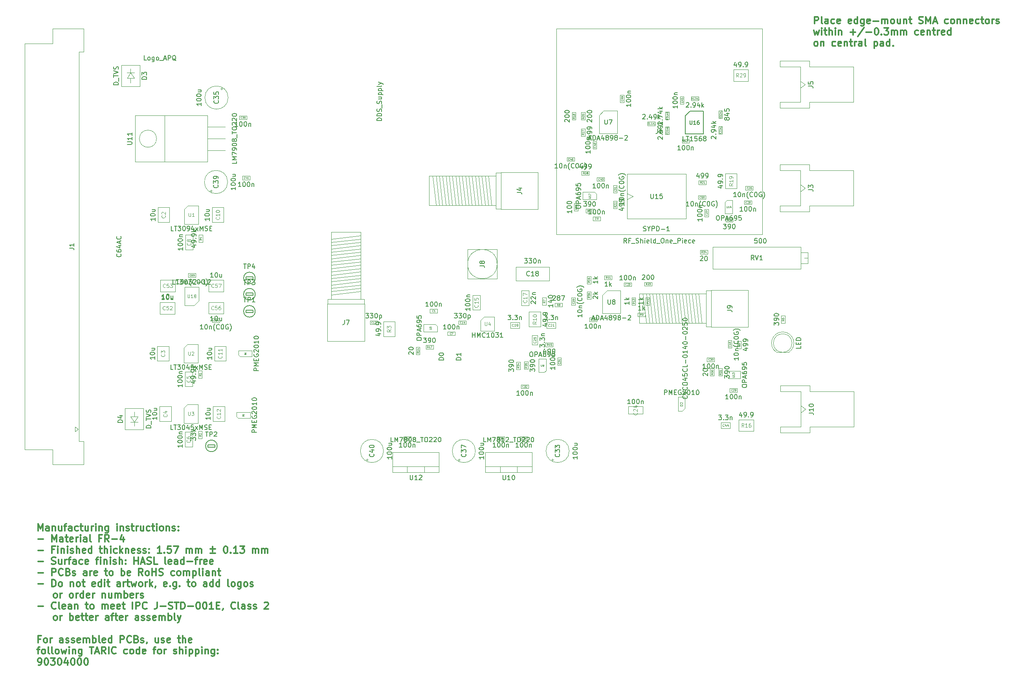
<source format=gbr>
G04 #@! TF.GenerationSoftware,KiCad,Pcbnew,(6.0.7)*
G04 #@! TF.CreationDate,2023-10-17T12:30:30+02:00*
G04 #@! TF.ProjectId,MTS_module,4d54535f-6d6f-4647-956c-652e6b696361,1.3.4*
G04 #@! TF.SameCoordinates,Original*
G04 #@! TF.FileFunction,AssemblyDrawing,Top*
%FSLAX46Y46*%
G04 Gerber Fmt 4.6, Leading zero omitted, Abs format (unit mm)*
G04 Created by KiCad (PCBNEW (6.0.7)) date 2023-10-17 12:30:30*
%MOMM*%
%LPD*%
G01*
G04 APERTURE LIST*
%ADD10C,0.300000*%
%ADD11C,0.150000*%
%ADD12C,0.120000*%
%ADD13C,0.060000*%
%ADD14C,0.080000*%
%ADD15C,0.075000*%
%ADD16C,0.110000*%
%ADD17C,0.050000*%
%ADD18C,0.100000*%
G04 APERTURE END LIST*
D10*
X242852142Y-46863571D02*
X242852142Y-45363571D01*
X243423571Y-45363571D01*
X243566428Y-45435000D01*
X243637857Y-45506428D01*
X243709285Y-45649285D01*
X243709285Y-45863571D01*
X243637857Y-46006428D01*
X243566428Y-46077857D01*
X243423571Y-46149285D01*
X242852142Y-46149285D01*
X244566428Y-46863571D02*
X244423571Y-46792142D01*
X244352142Y-46649285D01*
X244352142Y-45363571D01*
X245780714Y-46863571D02*
X245780714Y-46077857D01*
X245709285Y-45935000D01*
X245566428Y-45863571D01*
X245280714Y-45863571D01*
X245137857Y-45935000D01*
X245780714Y-46792142D02*
X245637857Y-46863571D01*
X245280714Y-46863571D01*
X245137857Y-46792142D01*
X245066428Y-46649285D01*
X245066428Y-46506428D01*
X245137857Y-46363571D01*
X245280714Y-46292142D01*
X245637857Y-46292142D01*
X245780714Y-46220714D01*
X247137857Y-46792142D02*
X246995000Y-46863571D01*
X246709285Y-46863571D01*
X246566428Y-46792142D01*
X246495000Y-46720714D01*
X246423571Y-46577857D01*
X246423571Y-46149285D01*
X246495000Y-46006428D01*
X246566428Y-45935000D01*
X246709285Y-45863571D01*
X246995000Y-45863571D01*
X247137857Y-45935000D01*
X248352142Y-46792142D02*
X248209285Y-46863571D01*
X247923571Y-46863571D01*
X247780714Y-46792142D01*
X247709285Y-46649285D01*
X247709285Y-46077857D01*
X247780714Y-45935000D01*
X247923571Y-45863571D01*
X248209285Y-45863571D01*
X248352142Y-45935000D01*
X248423571Y-46077857D01*
X248423571Y-46220714D01*
X247709285Y-46363571D01*
X250780714Y-46792142D02*
X250637857Y-46863571D01*
X250352142Y-46863571D01*
X250209285Y-46792142D01*
X250137857Y-46649285D01*
X250137857Y-46077857D01*
X250209285Y-45935000D01*
X250352142Y-45863571D01*
X250637857Y-45863571D01*
X250780714Y-45935000D01*
X250852142Y-46077857D01*
X250852142Y-46220714D01*
X250137857Y-46363571D01*
X252137857Y-46863571D02*
X252137857Y-45363571D01*
X252137857Y-46792142D02*
X251995000Y-46863571D01*
X251709285Y-46863571D01*
X251566428Y-46792142D01*
X251495000Y-46720714D01*
X251423571Y-46577857D01*
X251423571Y-46149285D01*
X251495000Y-46006428D01*
X251566428Y-45935000D01*
X251709285Y-45863571D01*
X251995000Y-45863571D01*
X252137857Y-45935000D01*
X253495000Y-45863571D02*
X253495000Y-47077857D01*
X253423571Y-47220714D01*
X253352142Y-47292142D01*
X253209285Y-47363571D01*
X252995000Y-47363571D01*
X252852142Y-47292142D01*
X253495000Y-46792142D02*
X253352142Y-46863571D01*
X253066428Y-46863571D01*
X252923571Y-46792142D01*
X252852142Y-46720714D01*
X252780714Y-46577857D01*
X252780714Y-46149285D01*
X252852142Y-46006428D01*
X252923571Y-45935000D01*
X253066428Y-45863571D01*
X253352142Y-45863571D01*
X253495000Y-45935000D01*
X254780714Y-46792142D02*
X254637857Y-46863571D01*
X254352142Y-46863571D01*
X254209285Y-46792142D01*
X254137857Y-46649285D01*
X254137857Y-46077857D01*
X254209285Y-45935000D01*
X254352142Y-45863571D01*
X254637857Y-45863571D01*
X254780714Y-45935000D01*
X254852142Y-46077857D01*
X254852142Y-46220714D01*
X254137857Y-46363571D01*
X255495000Y-46292142D02*
X256637857Y-46292142D01*
X257352142Y-46863571D02*
X257352142Y-45863571D01*
X257352142Y-46006428D02*
X257423571Y-45935000D01*
X257566428Y-45863571D01*
X257780714Y-45863571D01*
X257923571Y-45935000D01*
X257995000Y-46077857D01*
X257995000Y-46863571D01*
X257995000Y-46077857D02*
X258066428Y-45935000D01*
X258209285Y-45863571D01*
X258423571Y-45863571D01*
X258566428Y-45935000D01*
X258637857Y-46077857D01*
X258637857Y-46863571D01*
X259566428Y-46863571D02*
X259423571Y-46792142D01*
X259352142Y-46720714D01*
X259280714Y-46577857D01*
X259280714Y-46149285D01*
X259352142Y-46006428D01*
X259423571Y-45935000D01*
X259566428Y-45863571D01*
X259780714Y-45863571D01*
X259923571Y-45935000D01*
X259995000Y-46006428D01*
X260066428Y-46149285D01*
X260066428Y-46577857D01*
X259995000Y-46720714D01*
X259923571Y-46792142D01*
X259780714Y-46863571D01*
X259566428Y-46863571D01*
X261352142Y-45863571D02*
X261352142Y-46863571D01*
X260709285Y-45863571D02*
X260709285Y-46649285D01*
X260780714Y-46792142D01*
X260923571Y-46863571D01*
X261137857Y-46863571D01*
X261280714Y-46792142D01*
X261352142Y-46720714D01*
X262066428Y-45863571D02*
X262066428Y-46863571D01*
X262066428Y-46006428D02*
X262137857Y-45935000D01*
X262280714Y-45863571D01*
X262495000Y-45863571D01*
X262637857Y-45935000D01*
X262709285Y-46077857D01*
X262709285Y-46863571D01*
X263209285Y-45863571D02*
X263780714Y-45863571D01*
X263423571Y-45363571D02*
X263423571Y-46649285D01*
X263495000Y-46792142D01*
X263637857Y-46863571D01*
X263780714Y-46863571D01*
X265352142Y-46792142D02*
X265566428Y-46863571D01*
X265923571Y-46863571D01*
X266066428Y-46792142D01*
X266137857Y-46720714D01*
X266209285Y-46577857D01*
X266209285Y-46435000D01*
X266137857Y-46292142D01*
X266066428Y-46220714D01*
X265923571Y-46149285D01*
X265637857Y-46077857D01*
X265495000Y-46006428D01*
X265423571Y-45935000D01*
X265352142Y-45792142D01*
X265352142Y-45649285D01*
X265423571Y-45506428D01*
X265495000Y-45435000D01*
X265637857Y-45363571D01*
X265995000Y-45363571D01*
X266209285Y-45435000D01*
X266852142Y-46863571D02*
X266852142Y-45363571D01*
X267352142Y-46435000D01*
X267852142Y-45363571D01*
X267852142Y-46863571D01*
X268495000Y-46435000D02*
X269209285Y-46435000D01*
X268352142Y-46863571D02*
X268852142Y-45363571D01*
X269352142Y-46863571D01*
X271637857Y-46792142D02*
X271495000Y-46863571D01*
X271209285Y-46863571D01*
X271066428Y-46792142D01*
X270995000Y-46720714D01*
X270923571Y-46577857D01*
X270923571Y-46149285D01*
X270995000Y-46006428D01*
X271066428Y-45935000D01*
X271209285Y-45863571D01*
X271495000Y-45863571D01*
X271637857Y-45935000D01*
X272495000Y-46863571D02*
X272352142Y-46792142D01*
X272280714Y-46720714D01*
X272209285Y-46577857D01*
X272209285Y-46149285D01*
X272280714Y-46006428D01*
X272352142Y-45935000D01*
X272495000Y-45863571D01*
X272709285Y-45863571D01*
X272852142Y-45935000D01*
X272923571Y-46006428D01*
X272995000Y-46149285D01*
X272995000Y-46577857D01*
X272923571Y-46720714D01*
X272852142Y-46792142D01*
X272709285Y-46863571D01*
X272495000Y-46863571D01*
X273637857Y-45863571D02*
X273637857Y-46863571D01*
X273637857Y-46006428D02*
X273709285Y-45935000D01*
X273852142Y-45863571D01*
X274066428Y-45863571D01*
X274209285Y-45935000D01*
X274280714Y-46077857D01*
X274280714Y-46863571D01*
X274995000Y-45863571D02*
X274995000Y-46863571D01*
X274995000Y-46006428D02*
X275066428Y-45935000D01*
X275209285Y-45863571D01*
X275423571Y-45863571D01*
X275566428Y-45935000D01*
X275637857Y-46077857D01*
X275637857Y-46863571D01*
X276923571Y-46792142D02*
X276780714Y-46863571D01*
X276495000Y-46863571D01*
X276352142Y-46792142D01*
X276280714Y-46649285D01*
X276280714Y-46077857D01*
X276352142Y-45935000D01*
X276495000Y-45863571D01*
X276780714Y-45863571D01*
X276923571Y-45935000D01*
X276995000Y-46077857D01*
X276995000Y-46220714D01*
X276280714Y-46363571D01*
X278280714Y-46792142D02*
X278137857Y-46863571D01*
X277852142Y-46863571D01*
X277709285Y-46792142D01*
X277637857Y-46720714D01*
X277566428Y-46577857D01*
X277566428Y-46149285D01*
X277637857Y-46006428D01*
X277709285Y-45935000D01*
X277852142Y-45863571D01*
X278137857Y-45863571D01*
X278280714Y-45935000D01*
X278709285Y-45863571D02*
X279280714Y-45863571D01*
X278923571Y-45363571D02*
X278923571Y-46649285D01*
X278995000Y-46792142D01*
X279137857Y-46863571D01*
X279280714Y-46863571D01*
X279995000Y-46863571D02*
X279852142Y-46792142D01*
X279780714Y-46720714D01*
X279709285Y-46577857D01*
X279709285Y-46149285D01*
X279780714Y-46006428D01*
X279852142Y-45935000D01*
X279995000Y-45863571D01*
X280209285Y-45863571D01*
X280352142Y-45935000D01*
X280423571Y-46006428D01*
X280495000Y-46149285D01*
X280495000Y-46577857D01*
X280423571Y-46720714D01*
X280352142Y-46792142D01*
X280209285Y-46863571D01*
X279995000Y-46863571D01*
X281137857Y-46863571D02*
X281137857Y-45863571D01*
X281137857Y-46149285D02*
X281209285Y-46006428D01*
X281280714Y-45935000D01*
X281423571Y-45863571D01*
X281566428Y-45863571D01*
X281995000Y-46792142D02*
X282137857Y-46863571D01*
X282423571Y-46863571D01*
X282566428Y-46792142D01*
X282637857Y-46649285D01*
X282637857Y-46577857D01*
X282566428Y-46435000D01*
X282423571Y-46363571D01*
X282209285Y-46363571D01*
X282066428Y-46292142D01*
X281995000Y-46149285D01*
X281995000Y-46077857D01*
X282066428Y-45935000D01*
X282209285Y-45863571D01*
X282423571Y-45863571D01*
X282566428Y-45935000D01*
X242709285Y-48278571D02*
X242995000Y-49278571D01*
X243280714Y-48564285D01*
X243566428Y-49278571D01*
X243852142Y-48278571D01*
X244423571Y-49278571D02*
X244423571Y-48278571D01*
X244423571Y-47778571D02*
X244352142Y-47850000D01*
X244423571Y-47921428D01*
X244495000Y-47850000D01*
X244423571Y-47778571D01*
X244423571Y-47921428D01*
X244923571Y-48278571D02*
X245495000Y-48278571D01*
X245137857Y-47778571D02*
X245137857Y-49064285D01*
X245209285Y-49207142D01*
X245352142Y-49278571D01*
X245495000Y-49278571D01*
X245995000Y-49278571D02*
X245995000Y-47778571D01*
X246637857Y-49278571D02*
X246637857Y-48492857D01*
X246566428Y-48350000D01*
X246423571Y-48278571D01*
X246209285Y-48278571D01*
X246066428Y-48350000D01*
X245995000Y-48421428D01*
X247352142Y-49278571D02*
X247352142Y-48278571D01*
X247352142Y-47778571D02*
X247280714Y-47850000D01*
X247352142Y-47921428D01*
X247423571Y-47850000D01*
X247352142Y-47778571D01*
X247352142Y-47921428D01*
X248066428Y-48278571D02*
X248066428Y-49278571D01*
X248066428Y-48421428D02*
X248137857Y-48350000D01*
X248280714Y-48278571D01*
X248495000Y-48278571D01*
X248637857Y-48350000D01*
X248709285Y-48492857D01*
X248709285Y-49278571D01*
X250566428Y-48707142D02*
X251709285Y-48707142D01*
X251137857Y-49278571D02*
X251137857Y-48135714D01*
X253495000Y-47707142D02*
X252209285Y-49635714D01*
X253995000Y-48707142D02*
X255137857Y-48707142D01*
X256137857Y-47778571D02*
X256280714Y-47778571D01*
X256423571Y-47850000D01*
X256495000Y-47921428D01*
X256566428Y-48064285D01*
X256637857Y-48350000D01*
X256637857Y-48707142D01*
X256566428Y-48992857D01*
X256495000Y-49135714D01*
X256423571Y-49207142D01*
X256280714Y-49278571D01*
X256137857Y-49278571D01*
X255995000Y-49207142D01*
X255923571Y-49135714D01*
X255852142Y-48992857D01*
X255780714Y-48707142D01*
X255780714Y-48350000D01*
X255852142Y-48064285D01*
X255923571Y-47921428D01*
X255995000Y-47850000D01*
X256137857Y-47778571D01*
X257280714Y-49135714D02*
X257352142Y-49207142D01*
X257280714Y-49278571D01*
X257209285Y-49207142D01*
X257280714Y-49135714D01*
X257280714Y-49278571D01*
X257852142Y-47778571D02*
X258780714Y-47778571D01*
X258280714Y-48350000D01*
X258495000Y-48350000D01*
X258637857Y-48421428D01*
X258709285Y-48492857D01*
X258780714Y-48635714D01*
X258780714Y-48992857D01*
X258709285Y-49135714D01*
X258637857Y-49207142D01*
X258495000Y-49278571D01*
X258066428Y-49278571D01*
X257923571Y-49207142D01*
X257852142Y-49135714D01*
X259423571Y-49278571D02*
X259423571Y-48278571D01*
X259423571Y-48421428D02*
X259495000Y-48350000D01*
X259637857Y-48278571D01*
X259852142Y-48278571D01*
X259995000Y-48350000D01*
X260066428Y-48492857D01*
X260066428Y-49278571D01*
X260066428Y-48492857D02*
X260137857Y-48350000D01*
X260280714Y-48278571D01*
X260495000Y-48278571D01*
X260637857Y-48350000D01*
X260709285Y-48492857D01*
X260709285Y-49278571D01*
X261423571Y-49278571D02*
X261423571Y-48278571D01*
X261423571Y-48421428D02*
X261495000Y-48350000D01*
X261637857Y-48278571D01*
X261852142Y-48278571D01*
X261995000Y-48350000D01*
X262066428Y-48492857D01*
X262066428Y-49278571D01*
X262066428Y-48492857D02*
X262137857Y-48350000D01*
X262280714Y-48278571D01*
X262495000Y-48278571D01*
X262637857Y-48350000D01*
X262709285Y-48492857D01*
X262709285Y-49278571D01*
X265209285Y-49207142D02*
X265066428Y-49278571D01*
X264780714Y-49278571D01*
X264637857Y-49207142D01*
X264566428Y-49135714D01*
X264495000Y-48992857D01*
X264495000Y-48564285D01*
X264566428Y-48421428D01*
X264637857Y-48350000D01*
X264780714Y-48278571D01*
X265066428Y-48278571D01*
X265209285Y-48350000D01*
X266423571Y-49207142D02*
X266280714Y-49278571D01*
X265995000Y-49278571D01*
X265852142Y-49207142D01*
X265780714Y-49064285D01*
X265780714Y-48492857D01*
X265852142Y-48350000D01*
X265995000Y-48278571D01*
X266280714Y-48278571D01*
X266423571Y-48350000D01*
X266495000Y-48492857D01*
X266495000Y-48635714D01*
X265780714Y-48778571D01*
X267137857Y-48278571D02*
X267137857Y-49278571D01*
X267137857Y-48421428D02*
X267209285Y-48350000D01*
X267352142Y-48278571D01*
X267566428Y-48278571D01*
X267709285Y-48350000D01*
X267780714Y-48492857D01*
X267780714Y-49278571D01*
X268280714Y-48278571D02*
X268852142Y-48278571D01*
X268495000Y-47778571D02*
X268495000Y-49064285D01*
X268566428Y-49207142D01*
X268709285Y-49278571D01*
X268852142Y-49278571D01*
X269352142Y-49278571D02*
X269352142Y-48278571D01*
X269352142Y-48564285D02*
X269423571Y-48421428D01*
X269495000Y-48350000D01*
X269637857Y-48278571D01*
X269780714Y-48278571D01*
X270852142Y-49207142D02*
X270709285Y-49278571D01*
X270423571Y-49278571D01*
X270280714Y-49207142D01*
X270209285Y-49064285D01*
X270209285Y-48492857D01*
X270280714Y-48350000D01*
X270423571Y-48278571D01*
X270709285Y-48278571D01*
X270852142Y-48350000D01*
X270923571Y-48492857D01*
X270923571Y-48635714D01*
X270209285Y-48778571D01*
X272209285Y-49278571D02*
X272209285Y-47778571D01*
X272209285Y-49207142D02*
X272066428Y-49278571D01*
X271780714Y-49278571D01*
X271637857Y-49207142D01*
X271566428Y-49135714D01*
X271495000Y-48992857D01*
X271495000Y-48564285D01*
X271566428Y-48421428D01*
X271637857Y-48350000D01*
X271780714Y-48278571D01*
X272066428Y-48278571D01*
X272209285Y-48350000D01*
X243066428Y-51693571D02*
X242923571Y-51622142D01*
X242852142Y-51550714D01*
X242780714Y-51407857D01*
X242780714Y-50979285D01*
X242852142Y-50836428D01*
X242923571Y-50765000D01*
X243066428Y-50693571D01*
X243280714Y-50693571D01*
X243423571Y-50765000D01*
X243495000Y-50836428D01*
X243566428Y-50979285D01*
X243566428Y-51407857D01*
X243495000Y-51550714D01*
X243423571Y-51622142D01*
X243280714Y-51693571D01*
X243066428Y-51693571D01*
X244209285Y-50693571D02*
X244209285Y-51693571D01*
X244209285Y-50836428D02*
X244280714Y-50765000D01*
X244423571Y-50693571D01*
X244637857Y-50693571D01*
X244780714Y-50765000D01*
X244852142Y-50907857D01*
X244852142Y-51693571D01*
X247352142Y-51622142D02*
X247209285Y-51693571D01*
X246923571Y-51693571D01*
X246780714Y-51622142D01*
X246709285Y-51550714D01*
X246637857Y-51407857D01*
X246637857Y-50979285D01*
X246709285Y-50836428D01*
X246780714Y-50765000D01*
X246923571Y-50693571D01*
X247209285Y-50693571D01*
X247352142Y-50765000D01*
X248566428Y-51622142D02*
X248423571Y-51693571D01*
X248137857Y-51693571D01*
X247995000Y-51622142D01*
X247923571Y-51479285D01*
X247923571Y-50907857D01*
X247995000Y-50765000D01*
X248137857Y-50693571D01*
X248423571Y-50693571D01*
X248566428Y-50765000D01*
X248637857Y-50907857D01*
X248637857Y-51050714D01*
X247923571Y-51193571D01*
X249280714Y-50693571D02*
X249280714Y-51693571D01*
X249280714Y-50836428D02*
X249352142Y-50765000D01*
X249495000Y-50693571D01*
X249709285Y-50693571D01*
X249852142Y-50765000D01*
X249923571Y-50907857D01*
X249923571Y-51693571D01*
X250423571Y-50693571D02*
X250995000Y-50693571D01*
X250637857Y-50193571D02*
X250637857Y-51479285D01*
X250709285Y-51622142D01*
X250852142Y-51693571D01*
X250995000Y-51693571D01*
X251495000Y-51693571D02*
X251495000Y-50693571D01*
X251495000Y-50979285D02*
X251566428Y-50836428D01*
X251637857Y-50765000D01*
X251780714Y-50693571D01*
X251923571Y-50693571D01*
X253066428Y-51693571D02*
X253066428Y-50907857D01*
X252995000Y-50765000D01*
X252852142Y-50693571D01*
X252566428Y-50693571D01*
X252423571Y-50765000D01*
X253066428Y-51622142D02*
X252923571Y-51693571D01*
X252566428Y-51693571D01*
X252423571Y-51622142D01*
X252352142Y-51479285D01*
X252352142Y-51336428D01*
X252423571Y-51193571D01*
X252566428Y-51122142D01*
X252923571Y-51122142D01*
X253066428Y-51050714D01*
X253995000Y-51693571D02*
X253852142Y-51622142D01*
X253780714Y-51479285D01*
X253780714Y-50193571D01*
X255709285Y-50693571D02*
X255709285Y-52193571D01*
X255709285Y-50765000D02*
X255852142Y-50693571D01*
X256137857Y-50693571D01*
X256280714Y-50765000D01*
X256352142Y-50836428D01*
X256423571Y-50979285D01*
X256423571Y-51407857D01*
X256352142Y-51550714D01*
X256280714Y-51622142D01*
X256137857Y-51693571D01*
X255852142Y-51693571D01*
X255709285Y-51622142D01*
X257709285Y-51693571D02*
X257709285Y-50907857D01*
X257637857Y-50765000D01*
X257495000Y-50693571D01*
X257209285Y-50693571D01*
X257066428Y-50765000D01*
X257709285Y-51622142D02*
X257566428Y-51693571D01*
X257209285Y-51693571D01*
X257066428Y-51622142D01*
X256995000Y-51479285D01*
X256995000Y-51336428D01*
X257066428Y-51193571D01*
X257209285Y-51122142D01*
X257566428Y-51122142D01*
X257709285Y-51050714D01*
X259066428Y-51693571D02*
X259066428Y-50193571D01*
X259066428Y-51622142D02*
X258923571Y-51693571D01*
X258637857Y-51693571D01*
X258495000Y-51622142D01*
X258423571Y-51550714D01*
X258352142Y-51407857D01*
X258352142Y-50979285D01*
X258423571Y-50836428D01*
X258495000Y-50765000D01*
X258637857Y-50693571D01*
X258923571Y-50693571D01*
X259066428Y-50765000D01*
X259780714Y-51550714D02*
X259852142Y-51622142D01*
X259780714Y-51693571D01*
X259709285Y-51622142D01*
X259780714Y-51550714D01*
X259780714Y-51693571D01*
X75552142Y-156188571D02*
X75552142Y-154688571D01*
X76052142Y-155760000D01*
X76552142Y-154688571D01*
X76552142Y-156188571D01*
X77909285Y-156188571D02*
X77909285Y-155402857D01*
X77837857Y-155260000D01*
X77695000Y-155188571D01*
X77409285Y-155188571D01*
X77266428Y-155260000D01*
X77909285Y-156117142D02*
X77766428Y-156188571D01*
X77409285Y-156188571D01*
X77266428Y-156117142D01*
X77195000Y-155974285D01*
X77195000Y-155831428D01*
X77266428Y-155688571D01*
X77409285Y-155617142D01*
X77766428Y-155617142D01*
X77909285Y-155545714D01*
X78623571Y-155188571D02*
X78623571Y-156188571D01*
X78623571Y-155331428D02*
X78695000Y-155260000D01*
X78837857Y-155188571D01*
X79052142Y-155188571D01*
X79195000Y-155260000D01*
X79266428Y-155402857D01*
X79266428Y-156188571D01*
X80623571Y-155188571D02*
X80623571Y-156188571D01*
X79980714Y-155188571D02*
X79980714Y-155974285D01*
X80052142Y-156117142D01*
X80195000Y-156188571D01*
X80409285Y-156188571D01*
X80552142Y-156117142D01*
X80623571Y-156045714D01*
X81123571Y-155188571D02*
X81695000Y-155188571D01*
X81337857Y-156188571D02*
X81337857Y-154902857D01*
X81409285Y-154760000D01*
X81552142Y-154688571D01*
X81695000Y-154688571D01*
X82837857Y-156188571D02*
X82837857Y-155402857D01*
X82766428Y-155260000D01*
X82623571Y-155188571D01*
X82337857Y-155188571D01*
X82195000Y-155260000D01*
X82837857Y-156117142D02*
X82695000Y-156188571D01*
X82337857Y-156188571D01*
X82195000Y-156117142D01*
X82123571Y-155974285D01*
X82123571Y-155831428D01*
X82195000Y-155688571D01*
X82337857Y-155617142D01*
X82695000Y-155617142D01*
X82837857Y-155545714D01*
X84195000Y-156117142D02*
X84052142Y-156188571D01*
X83766428Y-156188571D01*
X83623571Y-156117142D01*
X83552142Y-156045714D01*
X83480714Y-155902857D01*
X83480714Y-155474285D01*
X83552142Y-155331428D01*
X83623571Y-155260000D01*
X83766428Y-155188571D01*
X84052142Y-155188571D01*
X84195000Y-155260000D01*
X84623571Y-155188571D02*
X85195000Y-155188571D01*
X84837857Y-154688571D02*
X84837857Y-155974285D01*
X84909285Y-156117142D01*
X85052142Y-156188571D01*
X85195000Y-156188571D01*
X86337857Y-155188571D02*
X86337857Y-156188571D01*
X85695000Y-155188571D02*
X85695000Y-155974285D01*
X85766428Y-156117142D01*
X85909285Y-156188571D01*
X86123571Y-156188571D01*
X86266428Y-156117142D01*
X86337857Y-156045714D01*
X87052142Y-156188571D02*
X87052142Y-155188571D01*
X87052142Y-155474285D02*
X87123571Y-155331428D01*
X87195000Y-155260000D01*
X87337857Y-155188571D01*
X87480714Y-155188571D01*
X87980714Y-156188571D02*
X87980714Y-155188571D01*
X87980714Y-154688571D02*
X87909285Y-154760000D01*
X87980714Y-154831428D01*
X88052142Y-154760000D01*
X87980714Y-154688571D01*
X87980714Y-154831428D01*
X88695000Y-155188571D02*
X88695000Y-156188571D01*
X88695000Y-155331428D02*
X88766428Y-155260000D01*
X88909285Y-155188571D01*
X89123571Y-155188571D01*
X89266428Y-155260000D01*
X89337857Y-155402857D01*
X89337857Y-156188571D01*
X90695000Y-155188571D02*
X90695000Y-156402857D01*
X90623571Y-156545714D01*
X90552142Y-156617142D01*
X90409285Y-156688571D01*
X90195000Y-156688571D01*
X90052142Y-156617142D01*
X90695000Y-156117142D02*
X90552142Y-156188571D01*
X90266428Y-156188571D01*
X90123571Y-156117142D01*
X90052142Y-156045714D01*
X89980714Y-155902857D01*
X89980714Y-155474285D01*
X90052142Y-155331428D01*
X90123571Y-155260000D01*
X90266428Y-155188571D01*
X90552142Y-155188571D01*
X90695000Y-155260000D01*
X92552142Y-156188571D02*
X92552142Y-155188571D01*
X92552142Y-154688571D02*
X92480714Y-154760000D01*
X92552142Y-154831428D01*
X92623571Y-154760000D01*
X92552142Y-154688571D01*
X92552142Y-154831428D01*
X93266428Y-155188571D02*
X93266428Y-156188571D01*
X93266428Y-155331428D02*
X93337857Y-155260000D01*
X93480714Y-155188571D01*
X93695000Y-155188571D01*
X93837857Y-155260000D01*
X93909285Y-155402857D01*
X93909285Y-156188571D01*
X94552142Y-156117142D02*
X94695000Y-156188571D01*
X94980714Y-156188571D01*
X95123571Y-156117142D01*
X95195000Y-155974285D01*
X95195000Y-155902857D01*
X95123571Y-155760000D01*
X94980714Y-155688571D01*
X94766428Y-155688571D01*
X94623571Y-155617142D01*
X94552142Y-155474285D01*
X94552142Y-155402857D01*
X94623571Y-155260000D01*
X94766428Y-155188571D01*
X94980714Y-155188571D01*
X95123571Y-155260000D01*
X95623571Y-155188571D02*
X96195000Y-155188571D01*
X95837857Y-154688571D02*
X95837857Y-155974285D01*
X95909285Y-156117142D01*
X96052142Y-156188571D01*
X96195000Y-156188571D01*
X96695000Y-156188571D02*
X96695000Y-155188571D01*
X96695000Y-155474285D02*
X96766428Y-155331428D01*
X96837857Y-155260000D01*
X96980714Y-155188571D01*
X97123571Y-155188571D01*
X98266428Y-155188571D02*
X98266428Y-156188571D01*
X97623571Y-155188571D02*
X97623571Y-155974285D01*
X97695000Y-156117142D01*
X97837857Y-156188571D01*
X98052142Y-156188571D01*
X98195000Y-156117142D01*
X98266428Y-156045714D01*
X99623571Y-156117142D02*
X99480714Y-156188571D01*
X99195000Y-156188571D01*
X99052142Y-156117142D01*
X98980714Y-156045714D01*
X98909285Y-155902857D01*
X98909285Y-155474285D01*
X98980714Y-155331428D01*
X99052142Y-155260000D01*
X99195000Y-155188571D01*
X99480714Y-155188571D01*
X99623571Y-155260000D01*
X100052142Y-155188571D02*
X100623571Y-155188571D01*
X100266428Y-154688571D02*
X100266428Y-155974285D01*
X100337857Y-156117142D01*
X100480714Y-156188571D01*
X100623571Y-156188571D01*
X101123571Y-156188571D02*
X101123571Y-155188571D01*
X101123571Y-154688571D02*
X101052142Y-154760000D01*
X101123571Y-154831428D01*
X101195000Y-154760000D01*
X101123571Y-154688571D01*
X101123571Y-154831428D01*
X102052142Y-156188571D02*
X101909285Y-156117142D01*
X101837857Y-156045714D01*
X101766428Y-155902857D01*
X101766428Y-155474285D01*
X101837857Y-155331428D01*
X101909285Y-155260000D01*
X102052142Y-155188571D01*
X102266428Y-155188571D01*
X102409285Y-155260000D01*
X102480714Y-155331428D01*
X102552142Y-155474285D01*
X102552142Y-155902857D01*
X102480714Y-156045714D01*
X102409285Y-156117142D01*
X102266428Y-156188571D01*
X102052142Y-156188571D01*
X103195000Y-155188571D02*
X103195000Y-156188571D01*
X103195000Y-155331428D02*
X103266428Y-155260000D01*
X103409285Y-155188571D01*
X103623571Y-155188571D01*
X103766428Y-155260000D01*
X103837857Y-155402857D01*
X103837857Y-156188571D01*
X104480714Y-156117142D02*
X104623571Y-156188571D01*
X104909285Y-156188571D01*
X105052142Y-156117142D01*
X105123571Y-155974285D01*
X105123571Y-155902857D01*
X105052142Y-155760000D01*
X104909285Y-155688571D01*
X104695000Y-155688571D01*
X104552142Y-155617142D01*
X104480714Y-155474285D01*
X104480714Y-155402857D01*
X104552142Y-155260000D01*
X104695000Y-155188571D01*
X104909285Y-155188571D01*
X105052142Y-155260000D01*
X105766428Y-156045714D02*
X105837857Y-156117142D01*
X105766428Y-156188571D01*
X105695000Y-156117142D01*
X105766428Y-156045714D01*
X105766428Y-156188571D01*
X105766428Y-155260000D02*
X105837857Y-155331428D01*
X105766428Y-155402857D01*
X105695000Y-155331428D01*
X105766428Y-155260000D01*
X105766428Y-155402857D01*
X75552142Y-158032142D02*
X76695000Y-158032142D01*
X78552142Y-158603571D02*
X78552142Y-157103571D01*
X79052142Y-158175000D01*
X79552142Y-157103571D01*
X79552142Y-158603571D01*
X80909285Y-158603571D02*
X80909285Y-157817857D01*
X80837857Y-157675000D01*
X80695000Y-157603571D01*
X80409285Y-157603571D01*
X80266428Y-157675000D01*
X80909285Y-158532142D02*
X80766428Y-158603571D01*
X80409285Y-158603571D01*
X80266428Y-158532142D01*
X80195000Y-158389285D01*
X80195000Y-158246428D01*
X80266428Y-158103571D01*
X80409285Y-158032142D01*
X80766428Y-158032142D01*
X80909285Y-157960714D01*
X81409285Y-157603571D02*
X81980714Y-157603571D01*
X81623571Y-157103571D02*
X81623571Y-158389285D01*
X81695000Y-158532142D01*
X81837857Y-158603571D01*
X81980714Y-158603571D01*
X83052142Y-158532142D02*
X82909285Y-158603571D01*
X82623571Y-158603571D01*
X82480714Y-158532142D01*
X82409285Y-158389285D01*
X82409285Y-157817857D01*
X82480714Y-157675000D01*
X82623571Y-157603571D01*
X82909285Y-157603571D01*
X83052142Y-157675000D01*
X83123571Y-157817857D01*
X83123571Y-157960714D01*
X82409285Y-158103571D01*
X83766428Y-158603571D02*
X83766428Y-157603571D01*
X83766428Y-157889285D02*
X83837857Y-157746428D01*
X83909285Y-157675000D01*
X84052142Y-157603571D01*
X84195000Y-157603571D01*
X84695000Y-158603571D02*
X84695000Y-157603571D01*
X84695000Y-157103571D02*
X84623571Y-157175000D01*
X84695000Y-157246428D01*
X84766428Y-157175000D01*
X84695000Y-157103571D01*
X84695000Y-157246428D01*
X86052142Y-158603571D02*
X86052142Y-157817857D01*
X85980714Y-157675000D01*
X85837857Y-157603571D01*
X85552142Y-157603571D01*
X85409285Y-157675000D01*
X86052142Y-158532142D02*
X85909285Y-158603571D01*
X85552142Y-158603571D01*
X85409285Y-158532142D01*
X85337857Y-158389285D01*
X85337857Y-158246428D01*
X85409285Y-158103571D01*
X85552142Y-158032142D01*
X85909285Y-158032142D01*
X86052142Y-157960714D01*
X86980714Y-158603571D02*
X86837857Y-158532142D01*
X86766428Y-158389285D01*
X86766428Y-157103571D01*
X89195000Y-157817857D02*
X88695000Y-157817857D01*
X88695000Y-158603571D02*
X88695000Y-157103571D01*
X89409285Y-157103571D01*
X90837857Y-158603571D02*
X90337857Y-157889285D01*
X89980714Y-158603571D02*
X89980714Y-157103571D01*
X90552142Y-157103571D01*
X90695000Y-157175000D01*
X90766428Y-157246428D01*
X90837857Y-157389285D01*
X90837857Y-157603571D01*
X90766428Y-157746428D01*
X90695000Y-157817857D01*
X90552142Y-157889285D01*
X89980714Y-157889285D01*
X91480714Y-158032142D02*
X92623571Y-158032142D01*
X93980714Y-157603571D02*
X93980714Y-158603571D01*
X93623571Y-157032142D02*
X93266428Y-158103571D01*
X94195000Y-158103571D01*
X75552142Y-160447142D02*
X76695000Y-160447142D01*
X79052142Y-160232857D02*
X78552142Y-160232857D01*
X78552142Y-161018571D02*
X78552142Y-159518571D01*
X79266428Y-159518571D01*
X79837857Y-161018571D02*
X79837857Y-160018571D01*
X79837857Y-159518571D02*
X79766428Y-159590000D01*
X79837857Y-159661428D01*
X79909285Y-159590000D01*
X79837857Y-159518571D01*
X79837857Y-159661428D01*
X80552142Y-160018571D02*
X80552142Y-161018571D01*
X80552142Y-160161428D02*
X80623571Y-160090000D01*
X80766428Y-160018571D01*
X80980714Y-160018571D01*
X81123571Y-160090000D01*
X81195000Y-160232857D01*
X81195000Y-161018571D01*
X81909285Y-161018571D02*
X81909285Y-160018571D01*
X81909285Y-159518571D02*
X81837857Y-159590000D01*
X81909285Y-159661428D01*
X81980714Y-159590000D01*
X81909285Y-159518571D01*
X81909285Y-159661428D01*
X82552142Y-160947142D02*
X82695000Y-161018571D01*
X82980714Y-161018571D01*
X83123571Y-160947142D01*
X83195000Y-160804285D01*
X83195000Y-160732857D01*
X83123571Y-160590000D01*
X82980714Y-160518571D01*
X82766428Y-160518571D01*
X82623571Y-160447142D01*
X82552142Y-160304285D01*
X82552142Y-160232857D01*
X82623571Y-160090000D01*
X82766428Y-160018571D01*
X82980714Y-160018571D01*
X83123571Y-160090000D01*
X83837857Y-161018571D02*
X83837857Y-159518571D01*
X84480714Y-161018571D02*
X84480714Y-160232857D01*
X84409285Y-160090000D01*
X84266428Y-160018571D01*
X84052142Y-160018571D01*
X83909285Y-160090000D01*
X83837857Y-160161428D01*
X85766428Y-160947142D02*
X85623571Y-161018571D01*
X85337857Y-161018571D01*
X85195000Y-160947142D01*
X85123571Y-160804285D01*
X85123571Y-160232857D01*
X85195000Y-160090000D01*
X85337857Y-160018571D01*
X85623571Y-160018571D01*
X85766428Y-160090000D01*
X85837857Y-160232857D01*
X85837857Y-160375714D01*
X85123571Y-160518571D01*
X87123571Y-161018571D02*
X87123571Y-159518571D01*
X87123571Y-160947142D02*
X86980714Y-161018571D01*
X86695000Y-161018571D01*
X86552142Y-160947142D01*
X86480714Y-160875714D01*
X86409285Y-160732857D01*
X86409285Y-160304285D01*
X86480714Y-160161428D01*
X86552142Y-160090000D01*
X86695000Y-160018571D01*
X86980714Y-160018571D01*
X87123571Y-160090000D01*
X88766428Y-160018571D02*
X89337857Y-160018571D01*
X88980714Y-159518571D02*
X88980714Y-160804285D01*
X89052142Y-160947142D01*
X89195000Y-161018571D01*
X89337857Y-161018571D01*
X89837857Y-161018571D02*
X89837857Y-159518571D01*
X90480714Y-161018571D02*
X90480714Y-160232857D01*
X90409285Y-160090000D01*
X90266428Y-160018571D01*
X90052142Y-160018571D01*
X89909285Y-160090000D01*
X89837857Y-160161428D01*
X91195000Y-161018571D02*
X91195000Y-160018571D01*
X91195000Y-159518571D02*
X91123571Y-159590000D01*
X91195000Y-159661428D01*
X91266428Y-159590000D01*
X91195000Y-159518571D01*
X91195000Y-159661428D01*
X92552142Y-160947142D02*
X92409285Y-161018571D01*
X92123571Y-161018571D01*
X91980714Y-160947142D01*
X91909285Y-160875714D01*
X91837857Y-160732857D01*
X91837857Y-160304285D01*
X91909285Y-160161428D01*
X91980714Y-160090000D01*
X92123571Y-160018571D01*
X92409285Y-160018571D01*
X92552142Y-160090000D01*
X93195000Y-161018571D02*
X93195000Y-159518571D01*
X93337857Y-160447142D02*
X93766428Y-161018571D01*
X93766428Y-160018571D02*
X93195000Y-160590000D01*
X94409285Y-160018571D02*
X94409285Y-161018571D01*
X94409285Y-160161428D02*
X94480714Y-160090000D01*
X94623571Y-160018571D01*
X94837857Y-160018571D01*
X94980714Y-160090000D01*
X95052142Y-160232857D01*
X95052142Y-161018571D01*
X96337857Y-160947142D02*
X96195000Y-161018571D01*
X95909285Y-161018571D01*
X95766428Y-160947142D01*
X95695000Y-160804285D01*
X95695000Y-160232857D01*
X95766428Y-160090000D01*
X95909285Y-160018571D01*
X96195000Y-160018571D01*
X96337857Y-160090000D01*
X96409285Y-160232857D01*
X96409285Y-160375714D01*
X95695000Y-160518571D01*
X96980714Y-160947142D02*
X97123571Y-161018571D01*
X97409285Y-161018571D01*
X97552142Y-160947142D01*
X97623571Y-160804285D01*
X97623571Y-160732857D01*
X97552142Y-160590000D01*
X97409285Y-160518571D01*
X97195000Y-160518571D01*
X97052142Y-160447142D01*
X96980714Y-160304285D01*
X96980714Y-160232857D01*
X97052142Y-160090000D01*
X97195000Y-160018571D01*
X97409285Y-160018571D01*
X97552142Y-160090000D01*
X98195000Y-160947142D02*
X98337857Y-161018571D01*
X98623571Y-161018571D01*
X98766428Y-160947142D01*
X98837857Y-160804285D01*
X98837857Y-160732857D01*
X98766428Y-160590000D01*
X98623571Y-160518571D01*
X98409285Y-160518571D01*
X98266428Y-160447142D01*
X98195000Y-160304285D01*
X98195000Y-160232857D01*
X98266428Y-160090000D01*
X98409285Y-160018571D01*
X98623571Y-160018571D01*
X98766428Y-160090000D01*
X99480714Y-160875714D02*
X99552142Y-160947142D01*
X99480714Y-161018571D01*
X99409285Y-160947142D01*
X99480714Y-160875714D01*
X99480714Y-161018571D01*
X99480714Y-160090000D02*
X99552142Y-160161428D01*
X99480714Y-160232857D01*
X99409285Y-160161428D01*
X99480714Y-160090000D01*
X99480714Y-160232857D01*
X102123571Y-161018571D02*
X101266428Y-161018571D01*
X101695000Y-161018571D02*
X101695000Y-159518571D01*
X101552142Y-159732857D01*
X101409285Y-159875714D01*
X101266428Y-159947142D01*
X102766428Y-160875714D02*
X102837857Y-160947142D01*
X102766428Y-161018571D01*
X102695000Y-160947142D01*
X102766428Y-160875714D01*
X102766428Y-161018571D01*
X104195000Y-159518571D02*
X103480714Y-159518571D01*
X103409285Y-160232857D01*
X103480714Y-160161428D01*
X103623571Y-160090000D01*
X103980714Y-160090000D01*
X104123571Y-160161428D01*
X104195000Y-160232857D01*
X104266428Y-160375714D01*
X104266428Y-160732857D01*
X104195000Y-160875714D01*
X104123571Y-160947142D01*
X103980714Y-161018571D01*
X103623571Y-161018571D01*
X103480714Y-160947142D01*
X103409285Y-160875714D01*
X104766428Y-159518571D02*
X105766428Y-159518571D01*
X105123571Y-161018571D01*
X107480714Y-161018571D02*
X107480714Y-160018571D01*
X107480714Y-160161428D02*
X107552142Y-160090000D01*
X107695000Y-160018571D01*
X107909285Y-160018571D01*
X108052142Y-160090000D01*
X108123571Y-160232857D01*
X108123571Y-161018571D01*
X108123571Y-160232857D02*
X108195000Y-160090000D01*
X108337857Y-160018571D01*
X108552142Y-160018571D01*
X108695000Y-160090000D01*
X108766428Y-160232857D01*
X108766428Y-161018571D01*
X109480714Y-161018571D02*
X109480714Y-160018571D01*
X109480714Y-160161428D02*
X109552142Y-160090000D01*
X109695000Y-160018571D01*
X109909285Y-160018571D01*
X110052142Y-160090000D01*
X110123571Y-160232857D01*
X110123571Y-161018571D01*
X110123571Y-160232857D02*
X110195000Y-160090000D01*
X110337857Y-160018571D01*
X110552142Y-160018571D01*
X110695000Y-160090000D01*
X110766428Y-160232857D01*
X110766428Y-161018571D01*
X112623571Y-160161428D02*
X113766428Y-160161428D01*
X113194999Y-160732857D02*
X113194999Y-159590000D01*
X113766428Y-161018571D02*
X112623571Y-161018571D01*
X115909285Y-159518571D02*
X116052142Y-159518571D01*
X116194999Y-159590000D01*
X116266428Y-159661428D01*
X116337857Y-159804285D01*
X116409285Y-160090000D01*
X116409285Y-160447142D01*
X116337857Y-160732857D01*
X116266428Y-160875714D01*
X116194999Y-160947142D01*
X116052142Y-161018571D01*
X115909285Y-161018571D01*
X115766428Y-160947142D01*
X115694999Y-160875714D01*
X115623571Y-160732857D01*
X115552142Y-160447142D01*
X115552142Y-160090000D01*
X115623571Y-159804285D01*
X115694999Y-159661428D01*
X115766428Y-159590000D01*
X115909285Y-159518571D01*
X117052142Y-160875714D02*
X117123571Y-160947142D01*
X117052142Y-161018571D01*
X116980714Y-160947142D01*
X117052142Y-160875714D01*
X117052142Y-161018571D01*
X118552142Y-161018571D02*
X117694999Y-161018571D01*
X118123571Y-161018571D02*
X118123571Y-159518571D01*
X117980714Y-159732857D01*
X117837857Y-159875714D01*
X117694999Y-159947142D01*
X119052142Y-159518571D02*
X119980714Y-159518571D01*
X119480714Y-160090000D01*
X119694999Y-160090000D01*
X119837857Y-160161428D01*
X119909285Y-160232857D01*
X119980714Y-160375714D01*
X119980714Y-160732857D01*
X119909285Y-160875714D01*
X119837857Y-160947142D01*
X119694999Y-161018571D01*
X119266428Y-161018571D01*
X119123571Y-160947142D01*
X119052142Y-160875714D01*
X121766428Y-161018571D02*
X121766428Y-160018571D01*
X121766428Y-160161428D02*
X121837857Y-160090000D01*
X121980714Y-160018571D01*
X122194999Y-160018571D01*
X122337857Y-160090000D01*
X122409285Y-160232857D01*
X122409285Y-161018571D01*
X122409285Y-160232857D02*
X122480714Y-160090000D01*
X122623571Y-160018571D01*
X122837857Y-160018571D01*
X122980714Y-160090000D01*
X123052142Y-160232857D01*
X123052142Y-161018571D01*
X123766428Y-161018571D02*
X123766428Y-160018571D01*
X123766428Y-160161428D02*
X123837857Y-160090000D01*
X123980714Y-160018571D01*
X124194999Y-160018571D01*
X124337857Y-160090000D01*
X124409285Y-160232857D01*
X124409285Y-161018571D01*
X124409285Y-160232857D02*
X124480714Y-160090000D01*
X124623571Y-160018571D01*
X124837857Y-160018571D01*
X124980714Y-160090000D01*
X125052142Y-160232857D01*
X125052142Y-161018571D01*
X75552142Y-162862142D02*
X76695000Y-162862142D01*
X78480714Y-163362142D02*
X78695000Y-163433571D01*
X79052142Y-163433571D01*
X79195000Y-163362142D01*
X79266428Y-163290714D01*
X79337857Y-163147857D01*
X79337857Y-163005000D01*
X79266428Y-162862142D01*
X79195000Y-162790714D01*
X79052142Y-162719285D01*
X78766428Y-162647857D01*
X78623571Y-162576428D01*
X78552142Y-162505000D01*
X78480714Y-162362142D01*
X78480714Y-162219285D01*
X78552142Y-162076428D01*
X78623571Y-162005000D01*
X78766428Y-161933571D01*
X79123571Y-161933571D01*
X79337857Y-162005000D01*
X80623571Y-162433571D02*
X80623571Y-163433571D01*
X79980714Y-162433571D02*
X79980714Y-163219285D01*
X80052142Y-163362142D01*
X80195000Y-163433571D01*
X80409285Y-163433571D01*
X80552142Y-163362142D01*
X80623571Y-163290714D01*
X81337857Y-163433571D02*
X81337857Y-162433571D01*
X81337857Y-162719285D02*
X81409285Y-162576428D01*
X81480714Y-162505000D01*
X81623571Y-162433571D01*
X81766428Y-162433571D01*
X82052142Y-162433571D02*
X82623571Y-162433571D01*
X82266428Y-163433571D02*
X82266428Y-162147857D01*
X82337857Y-162005000D01*
X82480714Y-161933571D01*
X82623571Y-161933571D01*
X83766428Y-163433571D02*
X83766428Y-162647857D01*
X83695000Y-162505000D01*
X83552142Y-162433571D01*
X83266428Y-162433571D01*
X83123571Y-162505000D01*
X83766428Y-163362142D02*
X83623571Y-163433571D01*
X83266428Y-163433571D01*
X83123571Y-163362142D01*
X83052142Y-163219285D01*
X83052142Y-163076428D01*
X83123571Y-162933571D01*
X83266428Y-162862142D01*
X83623571Y-162862142D01*
X83766428Y-162790714D01*
X85123571Y-163362142D02*
X84980714Y-163433571D01*
X84695000Y-163433571D01*
X84552142Y-163362142D01*
X84480714Y-163290714D01*
X84409285Y-163147857D01*
X84409285Y-162719285D01*
X84480714Y-162576428D01*
X84552142Y-162505000D01*
X84695000Y-162433571D01*
X84980714Y-162433571D01*
X85123571Y-162505000D01*
X86337857Y-163362142D02*
X86195000Y-163433571D01*
X85909285Y-163433571D01*
X85766428Y-163362142D01*
X85695000Y-163219285D01*
X85695000Y-162647857D01*
X85766428Y-162505000D01*
X85909285Y-162433571D01*
X86195000Y-162433571D01*
X86337857Y-162505000D01*
X86409285Y-162647857D01*
X86409285Y-162790714D01*
X85695000Y-162933571D01*
X87980714Y-162433571D02*
X88552142Y-162433571D01*
X88195000Y-163433571D02*
X88195000Y-162147857D01*
X88266428Y-162005000D01*
X88409285Y-161933571D01*
X88552142Y-161933571D01*
X89052142Y-163433571D02*
X89052142Y-162433571D01*
X89052142Y-161933571D02*
X88980714Y-162005000D01*
X89052142Y-162076428D01*
X89123571Y-162005000D01*
X89052142Y-161933571D01*
X89052142Y-162076428D01*
X89766428Y-162433571D02*
X89766428Y-163433571D01*
X89766428Y-162576428D02*
X89837857Y-162505000D01*
X89980714Y-162433571D01*
X90195000Y-162433571D01*
X90337857Y-162505000D01*
X90409285Y-162647857D01*
X90409285Y-163433571D01*
X91123571Y-163433571D02*
X91123571Y-162433571D01*
X91123571Y-161933571D02*
X91052142Y-162005000D01*
X91123571Y-162076428D01*
X91195000Y-162005000D01*
X91123571Y-161933571D01*
X91123571Y-162076428D01*
X91766428Y-163362142D02*
X91909285Y-163433571D01*
X92195000Y-163433571D01*
X92337857Y-163362142D01*
X92409285Y-163219285D01*
X92409285Y-163147857D01*
X92337857Y-163005000D01*
X92195000Y-162933571D01*
X91980714Y-162933571D01*
X91837857Y-162862142D01*
X91766428Y-162719285D01*
X91766428Y-162647857D01*
X91837857Y-162505000D01*
X91980714Y-162433571D01*
X92195000Y-162433571D01*
X92337857Y-162505000D01*
X93052142Y-163433571D02*
X93052142Y-161933571D01*
X93695000Y-163433571D02*
X93695000Y-162647857D01*
X93623571Y-162505000D01*
X93480714Y-162433571D01*
X93266428Y-162433571D01*
X93123571Y-162505000D01*
X93052142Y-162576428D01*
X94409285Y-163290714D02*
X94480714Y-163362142D01*
X94409285Y-163433571D01*
X94337857Y-163362142D01*
X94409285Y-163290714D01*
X94409285Y-163433571D01*
X94409285Y-162505000D02*
X94480714Y-162576428D01*
X94409285Y-162647857D01*
X94337857Y-162576428D01*
X94409285Y-162505000D01*
X94409285Y-162647857D01*
X96266428Y-163433571D02*
X96266428Y-161933571D01*
X96266428Y-162647857D02*
X97123571Y-162647857D01*
X97123571Y-163433571D02*
X97123571Y-161933571D01*
X97766428Y-163005000D02*
X98480714Y-163005000D01*
X97623571Y-163433571D02*
X98123571Y-161933571D01*
X98623571Y-163433571D01*
X99052142Y-163362142D02*
X99266428Y-163433571D01*
X99623571Y-163433571D01*
X99766428Y-163362142D01*
X99837857Y-163290714D01*
X99909285Y-163147857D01*
X99909285Y-163005000D01*
X99837857Y-162862142D01*
X99766428Y-162790714D01*
X99623571Y-162719285D01*
X99337857Y-162647857D01*
X99195000Y-162576428D01*
X99123571Y-162505000D01*
X99052142Y-162362142D01*
X99052142Y-162219285D01*
X99123571Y-162076428D01*
X99195000Y-162005000D01*
X99337857Y-161933571D01*
X99695000Y-161933571D01*
X99909285Y-162005000D01*
X101266428Y-163433571D02*
X100552142Y-163433571D01*
X100552142Y-161933571D01*
X103123571Y-163433571D02*
X102980714Y-163362142D01*
X102909285Y-163219285D01*
X102909285Y-161933571D01*
X104266428Y-163362142D02*
X104123571Y-163433571D01*
X103837857Y-163433571D01*
X103695000Y-163362142D01*
X103623571Y-163219285D01*
X103623571Y-162647857D01*
X103695000Y-162505000D01*
X103837857Y-162433571D01*
X104123571Y-162433571D01*
X104266428Y-162505000D01*
X104337857Y-162647857D01*
X104337857Y-162790714D01*
X103623571Y-162933571D01*
X105623571Y-163433571D02*
X105623571Y-162647857D01*
X105552142Y-162505000D01*
X105409285Y-162433571D01*
X105123571Y-162433571D01*
X104980714Y-162505000D01*
X105623571Y-163362142D02*
X105480714Y-163433571D01*
X105123571Y-163433571D01*
X104980714Y-163362142D01*
X104909285Y-163219285D01*
X104909285Y-163076428D01*
X104980714Y-162933571D01*
X105123571Y-162862142D01*
X105480714Y-162862142D01*
X105623571Y-162790714D01*
X106980714Y-163433571D02*
X106980714Y-161933571D01*
X106980714Y-163362142D02*
X106837857Y-163433571D01*
X106552142Y-163433571D01*
X106409285Y-163362142D01*
X106337857Y-163290714D01*
X106266428Y-163147857D01*
X106266428Y-162719285D01*
X106337857Y-162576428D01*
X106409285Y-162505000D01*
X106552142Y-162433571D01*
X106837857Y-162433571D01*
X106980714Y-162505000D01*
X107695000Y-162862142D02*
X108837857Y-162862142D01*
X109337857Y-162433571D02*
X109909285Y-162433571D01*
X109552142Y-163433571D02*
X109552142Y-162147857D01*
X109623571Y-162005000D01*
X109766428Y-161933571D01*
X109909285Y-161933571D01*
X110409285Y-163433571D02*
X110409285Y-162433571D01*
X110409285Y-162719285D02*
X110480714Y-162576428D01*
X110552142Y-162505000D01*
X110695000Y-162433571D01*
X110837857Y-162433571D01*
X111909285Y-163362142D02*
X111766428Y-163433571D01*
X111480714Y-163433571D01*
X111337857Y-163362142D01*
X111266428Y-163219285D01*
X111266428Y-162647857D01*
X111337857Y-162505000D01*
X111480714Y-162433571D01*
X111766428Y-162433571D01*
X111909285Y-162505000D01*
X111980714Y-162647857D01*
X111980714Y-162790714D01*
X111266428Y-162933571D01*
X113195000Y-163362142D02*
X113052142Y-163433571D01*
X112766428Y-163433571D01*
X112623571Y-163362142D01*
X112552142Y-163219285D01*
X112552142Y-162647857D01*
X112623571Y-162505000D01*
X112766428Y-162433571D01*
X113052142Y-162433571D01*
X113195000Y-162505000D01*
X113266428Y-162647857D01*
X113266428Y-162790714D01*
X112552142Y-162933571D01*
X75552142Y-165277142D02*
X76695000Y-165277142D01*
X78552142Y-165848571D02*
X78552142Y-164348571D01*
X79123571Y-164348571D01*
X79266428Y-164420000D01*
X79337857Y-164491428D01*
X79409285Y-164634285D01*
X79409285Y-164848571D01*
X79337857Y-164991428D01*
X79266428Y-165062857D01*
X79123571Y-165134285D01*
X78552142Y-165134285D01*
X80909285Y-165705714D02*
X80837857Y-165777142D01*
X80623571Y-165848571D01*
X80480714Y-165848571D01*
X80266428Y-165777142D01*
X80123571Y-165634285D01*
X80052142Y-165491428D01*
X79980714Y-165205714D01*
X79980714Y-164991428D01*
X80052142Y-164705714D01*
X80123571Y-164562857D01*
X80266428Y-164420000D01*
X80480714Y-164348571D01*
X80623571Y-164348571D01*
X80837857Y-164420000D01*
X80909285Y-164491428D01*
X82052142Y-165062857D02*
X82266428Y-165134285D01*
X82337857Y-165205714D01*
X82409285Y-165348571D01*
X82409285Y-165562857D01*
X82337857Y-165705714D01*
X82266428Y-165777142D01*
X82123571Y-165848571D01*
X81552142Y-165848571D01*
X81552142Y-164348571D01*
X82052142Y-164348571D01*
X82195000Y-164420000D01*
X82266428Y-164491428D01*
X82337857Y-164634285D01*
X82337857Y-164777142D01*
X82266428Y-164920000D01*
X82195000Y-164991428D01*
X82052142Y-165062857D01*
X81552142Y-165062857D01*
X82980714Y-165777142D02*
X83123571Y-165848571D01*
X83409285Y-165848571D01*
X83552142Y-165777142D01*
X83623571Y-165634285D01*
X83623571Y-165562857D01*
X83552142Y-165420000D01*
X83409285Y-165348571D01*
X83195000Y-165348571D01*
X83052142Y-165277142D01*
X82980714Y-165134285D01*
X82980714Y-165062857D01*
X83052142Y-164920000D01*
X83195000Y-164848571D01*
X83409285Y-164848571D01*
X83552142Y-164920000D01*
X86052142Y-165848571D02*
X86052142Y-165062857D01*
X85980714Y-164920000D01*
X85837857Y-164848571D01*
X85552142Y-164848571D01*
X85409285Y-164920000D01*
X86052142Y-165777142D02*
X85909285Y-165848571D01*
X85552142Y-165848571D01*
X85409285Y-165777142D01*
X85337857Y-165634285D01*
X85337857Y-165491428D01*
X85409285Y-165348571D01*
X85552142Y-165277142D01*
X85909285Y-165277142D01*
X86052142Y-165205714D01*
X86766428Y-165848571D02*
X86766428Y-164848571D01*
X86766428Y-165134285D02*
X86837857Y-164991428D01*
X86909285Y-164920000D01*
X87052142Y-164848571D01*
X87195000Y-164848571D01*
X88266428Y-165777142D02*
X88123571Y-165848571D01*
X87837857Y-165848571D01*
X87695000Y-165777142D01*
X87623571Y-165634285D01*
X87623571Y-165062857D01*
X87695000Y-164920000D01*
X87837857Y-164848571D01*
X88123571Y-164848571D01*
X88266428Y-164920000D01*
X88337857Y-165062857D01*
X88337857Y-165205714D01*
X87623571Y-165348571D01*
X89909285Y-164848571D02*
X90480714Y-164848571D01*
X90123571Y-164348571D02*
X90123571Y-165634285D01*
X90195000Y-165777142D01*
X90337857Y-165848571D01*
X90480714Y-165848571D01*
X91195000Y-165848571D02*
X91052142Y-165777142D01*
X90980714Y-165705714D01*
X90909285Y-165562857D01*
X90909285Y-165134285D01*
X90980714Y-164991428D01*
X91052142Y-164920000D01*
X91195000Y-164848571D01*
X91409285Y-164848571D01*
X91552142Y-164920000D01*
X91623571Y-164991428D01*
X91695000Y-165134285D01*
X91695000Y-165562857D01*
X91623571Y-165705714D01*
X91552142Y-165777142D01*
X91409285Y-165848571D01*
X91195000Y-165848571D01*
X93480714Y-165848571D02*
X93480714Y-164348571D01*
X93480714Y-164920000D02*
X93623571Y-164848571D01*
X93909285Y-164848571D01*
X94052142Y-164920000D01*
X94123571Y-164991428D01*
X94195000Y-165134285D01*
X94195000Y-165562857D01*
X94123571Y-165705714D01*
X94052142Y-165777142D01*
X93909285Y-165848571D01*
X93623571Y-165848571D01*
X93480714Y-165777142D01*
X95409285Y-165777142D02*
X95266428Y-165848571D01*
X94980714Y-165848571D01*
X94837857Y-165777142D01*
X94766428Y-165634285D01*
X94766428Y-165062857D01*
X94837857Y-164920000D01*
X94980714Y-164848571D01*
X95266428Y-164848571D01*
X95409285Y-164920000D01*
X95480714Y-165062857D01*
X95480714Y-165205714D01*
X94766428Y-165348571D01*
X98123571Y-165848571D02*
X97623571Y-165134285D01*
X97266428Y-165848571D02*
X97266428Y-164348571D01*
X97837857Y-164348571D01*
X97980714Y-164420000D01*
X98052142Y-164491428D01*
X98123571Y-164634285D01*
X98123571Y-164848571D01*
X98052142Y-164991428D01*
X97980714Y-165062857D01*
X97837857Y-165134285D01*
X97266428Y-165134285D01*
X98980714Y-165848571D02*
X98837857Y-165777142D01*
X98766428Y-165705714D01*
X98695000Y-165562857D01*
X98695000Y-165134285D01*
X98766428Y-164991428D01*
X98837857Y-164920000D01*
X98980714Y-164848571D01*
X99195000Y-164848571D01*
X99337857Y-164920000D01*
X99409285Y-164991428D01*
X99480714Y-165134285D01*
X99480714Y-165562857D01*
X99409285Y-165705714D01*
X99337857Y-165777142D01*
X99195000Y-165848571D01*
X98980714Y-165848571D01*
X100123571Y-165848571D02*
X100123571Y-164348571D01*
X100123571Y-165062857D02*
X100980714Y-165062857D01*
X100980714Y-165848571D02*
X100980714Y-164348571D01*
X101623571Y-165777142D02*
X101837857Y-165848571D01*
X102195000Y-165848571D01*
X102337857Y-165777142D01*
X102409285Y-165705714D01*
X102480714Y-165562857D01*
X102480714Y-165420000D01*
X102409285Y-165277142D01*
X102337857Y-165205714D01*
X102195000Y-165134285D01*
X101909285Y-165062857D01*
X101766428Y-164991428D01*
X101695000Y-164920000D01*
X101623571Y-164777142D01*
X101623571Y-164634285D01*
X101695000Y-164491428D01*
X101766428Y-164420000D01*
X101909285Y-164348571D01*
X102266428Y-164348571D01*
X102480714Y-164420000D01*
X104909285Y-165777142D02*
X104766428Y-165848571D01*
X104480714Y-165848571D01*
X104337857Y-165777142D01*
X104266428Y-165705714D01*
X104195000Y-165562857D01*
X104195000Y-165134285D01*
X104266428Y-164991428D01*
X104337857Y-164920000D01*
X104480714Y-164848571D01*
X104766428Y-164848571D01*
X104909285Y-164920000D01*
X105766428Y-165848571D02*
X105623571Y-165777142D01*
X105552142Y-165705714D01*
X105480714Y-165562857D01*
X105480714Y-165134285D01*
X105552142Y-164991428D01*
X105623571Y-164920000D01*
X105766428Y-164848571D01*
X105980714Y-164848571D01*
X106123571Y-164920000D01*
X106195000Y-164991428D01*
X106266428Y-165134285D01*
X106266428Y-165562857D01*
X106195000Y-165705714D01*
X106123571Y-165777142D01*
X105980714Y-165848571D01*
X105766428Y-165848571D01*
X106909285Y-165848571D02*
X106909285Y-164848571D01*
X106909285Y-164991428D02*
X106980714Y-164920000D01*
X107123571Y-164848571D01*
X107337857Y-164848571D01*
X107480714Y-164920000D01*
X107552142Y-165062857D01*
X107552142Y-165848571D01*
X107552142Y-165062857D02*
X107623571Y-164920000D01*
X107766428Y-164848571D01*
X107980714Y-164848571D01*
X108123571Y-164920000D01*
X108195000Y-165062857D01*
X108195000Y-165848571D01*
X108909285Y-164848571D02*
X108909285Y-166348571D01*
X108909285Y-164920000D02*
X109052142Y-164848571D01*
X109337857Y-164848571D01*
X109480714Y-164920000D01*
X109552142Y-164991428D01*
X109623571Y-165134285D01*
X109623571Y-165562857D01*
X109552142Y-165705714D01*
X109480714Y-165777142D01*
X109337857Y-165848571D01*
X109052142Y-165848571D01*
X108909285Y-165777142D01*
X110480714Y-165848571D02*
X110337857Y-165777142D01*
X110266428Y-165634285D01*
X110266428Y-164348571D01*
X111052142Y-165848571D02*
X111052142Y-164848571D01*
X111052142Y-164348571D02*
X110980714Y-164420000D01*
X111052142Y-164491428D01*
X111123571Y-164420000D01*
X111052142Y-164348571D01*
X111052142Y-164491428D01*
X112409285Y-165848571D02*
X112409285Y-165062857D01*
X112337857Y-164920000D01*
X112195000Y-164848571D01*
X111909285Y-164848571D01*
X111766428Y-164920000D01*
X112409285Y-165777142D02*
X112266428Y-165848571D01*
X111909285Y-165848571D01*
X111766428Y-165777142D01*
X111695000Y-165634285D01*
X111695000Y-165491428D01*
X111766428Y-165348571D01*
X111909285Y-165277142D01*
X112266428Y-165277142D01*
X112409285Y-165205714D01*
X113123571Y-164848571D02*
X113123571Y-165848571D01*
X113123571Y-164991428D02*
X113195000Y-164920000D01*
X113337857Y-164848571D01*
X113552142Y-164848571D01*
X113695000Y-164920000D01*
X113766428Y-165062857D01*
X113766428Y-165848571D01*
X114266428Y-164848571D02*
X114837857Y-164848571D01*
X114480714Y-164348571D02*
X114480714Y-165634285D01*
X114552142Y-165777142D01*
X114695000Y-165848571D01*
X114837857Y-165848571D01*
X75552142Y-167692142D02*
X76695000Y-167692142D01*
X78552142Y-168263571D02*
X78552142Y-166763571D01*
X78909285Y-166763571D01*
X79123571Y-166835000D01*
X79266428Y-166977857D01*
X79337857Y-167120714D01*
X79409285Y-167406428D01*
X79409285Y-167620714D01*
X79337857Y-167906428D01*
X79266428Y-168049285D01*
X79123571Y-168192142D01*
X78909285Y-168263571D01*
X78552142Y-168263571D01*
X80266428Y-168263571D02*
X80123571Y-168192142D01*
X80052142Y-168120714D01*
X79980714Y-167977857D01*
X79980714Y-167549285D01*
X80052142Y-167406428D01*
X80123571Y-167335000D01*
X80266428Y-167263571D01*
X80480714Y-167263571D01*
X80623571Y-167335000D01*
X80695000Y-167406428D01*
X80766428Y-167549285D01*
X80766428Y-167977857D01*
X80695000Y-168120714D01*
X80623571Y-168192142D01*
X80480714Y-168263571D01*
X80266428Y-168263571D01*
X82552142Y-167263571D02*
X82552142Y-168263571D01*
X82552142Y-167406428D02*
X82623571Y-167335000D01*
X82766428Y-167263571D01*
X82980714Y-167263571D01*
X83123571Y-167335000D01*
X83195000Y-167477857D01*
X83195000Y-168263571D01*
X84123571Y-168263571D02*
X83980714Y-168192142D01*
X83909285Y-168120714D01*
X83837857Y-167977857D01*
X83837857Y-167549285D01*
X83909285Y-167406428D01*
X83980714Y-167335000D01*
X84123571Y-167263571D01*
X84337857Y-167263571D01*
X84480714Y-167335000D01*
X84552142Y-167406428D01*
X84623571Y-167549285D01*
X84623571Y-167977857D01*
X84552142Y-168120714D01*
X84480714Y-168192142D01*
X84337857Y-168263571D01*
X84123571Y-168263571D01*
X85052142Y-167263571D02*
X85623571Y-167263571D01*
X85266428Y-166763571D02*
X85266428Y-168049285D01*
X85337857Y-168192142D01*
X85480714Y-168263571D01*
X85623571Y-168263571D01*
X87837857Y-168192142D02*
X87695000Y-168263571D01*
X87409285Y-168263571D01*
X87266428Y-168192142D01*
X87195000Y-168049285D01*
X87195000Y-167477857D01*
X87266428Y-167335000D01*
X87409285Y-167263571D01*
X87695000Y-167263571D01*
X87837857Y-167335000D01*
X87909285Y-167477857D01*
X87909285Y-167620714D01*
X87195000Y-167763571D01*
X89195000Y-168263571D02*
X89195000Y-166763571D01*
X89195000Y-168192142D02*
X89052142Y-168263571D01*
X88766428Y-168263571D01*
X88623571Y-168192142D01*
X88552142Y-168120714D01*
X88480714Y-167977857D01*
X88480714Y-167549285D01*
X88552142Y-167406428D01*
X88623571Y-167335000D01*
X88766428Y-167263571D01*
X89052142Y-167263571D01*
X89195000Y-167335000D01*
X89909285Y-168263571D02*
X89909285Y-167263571D01*
X89909285Y-166763571D02*
X89837857Y-166835000D01*
X89909285Y-166906428D01*
X89980714Y-166835000D01*
X89909285Y-166763571D01*
X89909285Y-166906428D01*
X90409285Y-167263571D02*
X90980714Y-167263571D01*
X90623571Y-166763571D02*
X90623571Y-168049285D01*
X90695000Y-168192142D01*
X90837857Y-168263571D01*
X90980714Y-168263571D01*
X93266428Y-168263571D02*
X93266428Y-167477857D01*
X93195000Y-167335000D01*
X93052142Y-167263571D01*
X92766428Y-167263571D01*
X92623571Y-167335000D01*
X93266428Y-168192142D02*
X93123571Y-168263571D01*
X92766428Y-168263571D01*
X92623571Y-168192142D01*
X92552142Y-168049285D01*
X92552142Y-167906428D01*
X92623571Y-167763571D01*
X92766428Y-167692142D01*
X93123571Y-167692142D01*
X93266428Y-167620714D01*
X93980714Y-168263571D02*
X93980714Y-167263571D01*
X93980714Y-167549285D02*
X94052142Y-167406428D01*
X94123571Y-167335000D01*
X94266428Y-167263571D01*
X94409285Y-167263571D01*
X94695000Y-167263571D02*
X95266428Y-167263571D01*
X94909285Y-166763571D02*
X94909285Y-168049285D01*
X94980714Y-168192142D01*
X95123571Y-168263571D01*
X95266428Y-168263571D01*
X95623571Y-167263571D02*
X95909285Y-168263571D01*
X96195000Y-167549285D01*
X96480714Y-168263571D01*
X96766428Y-167263571D01*
X97552142Y-168263571D02*
X97409285Y-168192142D01*
X97337857Y-168120714D01*
X97266428Y-167977857D01*
X97266428Y-167549285D01*
X97337857Y-167406428D01*
X97409285Y-167335000D01*
X97552142Y-167263571D01*
X97766428Y-167263571D01*
X97909285Y-167335000D01*
X97980714Y-167406428D01*
X98052142Y-167549285D01*
X98052142Y-167977857D01*
X97980714Y-168120714D01*
X97909285Y-168192142D01*
X97766428Y-168263571D01*
X97552142Y-168263571D01*
X98695000Y-168263571D02*
X98695000Y-167263571D01*
X98695000Y-167549285D02*
X98766428Y-167406428D01*
X98837857Y-167335000D01*
X98980714Y-167263571D01*
X99123571Y-167263571D01*
X99623571Y-168263571D02*
X99623571Y-166763571D01*
X99766428Y-167692142D02*
X100195000Y-168263571D01*
X100195000Y-167263571D02*
X99623571Y-167835000D01*
X100909285Y-168192142D02*
X100909285Y-168263571D01*
X100837857Y-168406428D01*
X100766428Y-168477857D01*
X103266428Y-168192142D02*
X103123571Y-168263571D01*
X102837857Y-168263571D01*
X102695000Y-168192142D01*
X102623571Y-168049285D01*
X102623571Y-167477857D01*
X102695000Y-167335000D01*
X102837857Y-167263571D01*
X103123571Y-167263571D01*
X103266428Y-167335000D01*
X103337857Y-167477857D01*
X103337857Y-167620714D01*
X102623571Y-167763571D01*
X103980714Y-168120714D02*
X104052142Y-168192142D01*
X103980714Y-168263571D01*
X103909285Y-168192142D01*
X103980714Y-168120714D01*
X103980714Y-168263571D01*
X105337857Y-167263571D02*
X105337857Y-168477857D01*
X105266428Y-168620714D01*
X105195000Y-168692142D01*
X105052142Y-168763571D01*
X104837857Y-168763571D01*
X104695000Y-168692142D01*
X105337857Y-168192142D02*
X105195000Y-168263571D01*
X104909285Y-168263571D01*
X104766428Y-168192142D01*
X104695000Y-168120714D01*
X104623571Y-167977857D01*
X104623571Y-167549285D01*
X104695000Y-167406428D01*
X104766428Y-167335000D01*
X104909285Y-167263571D01*
X105195000Y-167263571D01*
X105337857Y-167335000D01*
X106052142Y-168120714D02*
X106123571Y-168192142D01*
X106052142Y-168263571D01*
X105980714Y-168192142D01*
X106052142Y-168120714D01*
X106052142Y-168263571D01*
X107695000Y-167263571D02*
X108266428Y-167263571D01*
X107909285Y-166763571D02*
X107909285Y-168049285D01*
X107980714Y-168192142D01*
X108123571Y-168263571D01*
X108266428Y-168263571D01*
X108980714Y-168263571D02*
X108837857Y-168192142D01*
X108766428Y-168120714D01*
X108695000Y-167977857D01*
X108695000Y-167549285D01*
X108766428Y-167406428D01*
X108837857Y-167335000D01*
X108980714Y-167263571D01*
X109195000Y-167263571D01*
X109337857Y-167335000D01*
X109409285Y-167406428D01*
X109480714Y-167549285D01*
X109480714Y-167977857D01*
X109409285Y-168120714D01*
X109337857Y-168192142D01*
X109195000Y-168263571D01*
X108980714Y-168263571D01*
X111909285Y-168263571D02*
X111909285Y-167477857D01*
X111837857Y-167335000D01*
X111695000Y-167263571D01*
X111409285Y-167263571D01*
X111266428Y-167335000D01*
X111909285Y-168192142D02*
X111766428Y-168263571D01*
X111409285Y-168263571D01*
X111266428Y-168192142D01*
X111195000Y-168049285D01*
X111195000Y-167906428D01*
X111266428Y-167763571D01*
X111409285Y-167692142D01*
X111766428Y-167692142D01*
X111909285Y-167620714D01*
X113266428Y-168263571D02*
X113266428Y-166763571D01*
X113266428Y-168192142D02*
X113123571Y-168263571D01*
X112837857Y-168263571D01*
X112695000Y-168192142D01*
X112623571Y-168120714D01*
X112552142Y-167977857D01*
X112552142Y-167549285D01*
X112623571Y-167406428D01*
X112695000Y-167335000D01*
X112837857Y-167263571D01*
X113123571Y-167263571D01*
X113266428Y-167335000D01*
X114623571Y-168263571D02*
X114623571Y-166763571D01*
X114623571Y-168192142D02*
X114480714Y-168263571D01*
X114195000Y-168263571D01*
X114052142Y-168192142D01*
X113980714Y-168120714D01*
X113909285Y-167977857D01*
X113909285Y-167549285D01*
X113980714Y-167406428D01*
X114052142Y-167335000D01*
X114195000Y-167263571D01*
X114480714Y-167263571D01*
X114623571Y-167335000D01*
X116695000Y-168263571D02*
X116552142Y-168192142D01*
X116480714Y-168049285D01*
X116480714Y-166763571D01*
X117480714Y-168263571D02*
X117337857Y-168192142D01*
X117266428Y-168120714D01*
X117195000Y-167977857D01*
X117195000Y-167549285D01*
X117266428Y-167406428D01*
X117337857Y-167335000D01*
X117480714Y-167263571D01*
X117695000Y-167263571D01*
X117837857Y-167335000D01*
X117909285Y-167406428D01*
X117980714Y-167549285D01*
X117980714Y-167977857D01*
X117909285Y-168120714D01*
X117837857Y-168192142D01*
X117695000Y-168263571D01*
X117480714Y-168263571D01*
X119266428Y-167263571D02*
X119266428Y-168477857D01*
X119195000Y-168620714D01*
X119123571Y-168692142D01*
X118980714Y-168763571D01*
X118766428Y-168763571D01*
X118623571Y-168692142D01*
X119266428Y-168192142D02*
X119123571Y-168263571D01*
X118837857Y-168263571D01*
X118695000Y-168192142D01*
X118623571Y-168120714D01*
X118552142Y-167977857D01*
X118552142Y-167549285D01*
X118623571Y-167406428D01*
X118695000Y-167335000D01*
X118837857Y-167263571D01*
X119123571Y-167263571D01*
X119266428Y-167335000D01*
X120195000Y-168263571D02*
X120052142Y-168192142D01*
X119980714Y-168120714D01*
X119909285Y-167977857D01*
X119909285Y-167549285D01*
X119980714Y-167406428D01*
X120052142Y-167335000D01*
X120195000Y-167263571D01*
X120409285Y-167263571D01*
X120552142Y-167335000D01*
X120623571Y-167406428D01*
X120695000Y-167549285D01*
X120695000Y-167977857D01*
X120623571Y-168120714D01*
X120552142Y-168192142D01*
X120409285Y-168263571D01*
X120195000Y-168263571D01*
X121266428Y-168192142D02*
X121409285Y-168263571D01*
X121695000Y-168263571D01*
X121837857Y-168192142D01*
X121909285Y-168049285D01*
X121909285Y-167977857D01*
X121837857Y-167835000D01*
X121695000Y-167763571D01*
X121480714Y-167763571D01*
X121337857Y-167692142D01*
X121266428Y-167549285D01*
X121266428Y-167477857D01*
X121337857Y-167335000D01*
X121480714Y-167263571D01*
X121695000Y-167263571D01*
X121837857Y-167335000D01*
X79195000Y-170678571D02*
X79052142Y-170607142D01*
X78980714Y-170535714D01*
X78909285Y-170392857D01*
X78909285Y-169964285D01*
X78980714Y-169821428D01*
X79052142Y-169750000D01*
X79195000Y-169678571D01*
X79409285Y-169678571D01*
X79552142Y-169750000D01*
X79623571Y-169821428D01*
X79695000Y-169964285D01*
X79695000Y-170392857D01*
X79623571Y-170535714D01*
X79552142Y-170607142D01*
X79409285Y-170678571D01*
X79195000Y-170678571D01*
X80337857Y-170678571D02*
X80337857Y-169678571D01*
X80337857Y-169964285D02*
X80409285Y-169821428D01*
X80480714Y-169750000D01*
X80623571Y-169678571D01*
X80766428Y-169678571D01*
X82623571Y-170678571D02*
X82480714Y-170607142D01*
X82409285Y-170535714D01*
X82337857Y-170392857D01*
X82337857Y-169964285D01*
X82409285Y-169821428D01*
X82480714Y-169750000D01*
X82623571Y-169678571D01*
X82837857Y-169678571D01*
X82980714Y-169750000D01*
X83052142Y-169821428D01*
X83123571Y-169964285D01*
X83123571Y-170392857D01*
X83052142Y-170535714D01*
X82980714Y-170607142D01*
X82837857Y-170678571D01*
X82623571Y-170678571D01*
X83766428Y-170678571D02*
X83766428Y-169678571D01*
X83766428Y-169964285D02*
X83837857Y-169821428D01*
X83909285Y-169750000D01*
X84052142Y-169678571D01*
X84195000Y-169678571D01*
X85337857Y-170678571D02*
X85337857Y-169178571D01*
X85337857Y-170607142D02*
X85195000Y-170678571D01*
X84909285Y-170678571D01*
X84766428Y-170607142D01*
X84695000Y-170535714D01*
X84623571Y-170392857D01*
X84623571Y-169964285D01*
X84695000Y-169821428D01*
X84766428Y-169750000D01*
X84909285Y-169678571D01*
X85195000Y-169678571D01*
X85337857Y-169750000D01*
X86623571Y-170607142D02*
X86480714Y-170678571D01*
X86195000Y-170678571D01*
X86052142Y-170607142D01*
X85980714Y-170464285D01*
X85980714Y-169892857D01*
X86052142Y-169750000D01*
X86195000Y-169678571D01*
X86480714Y-169678571D01*
X86623571Y-169750000D01*
X86695000Y-169892857D01*
X86695000Y-170035714D01*
X85980714Y-170178571D01*
X87337857Y-170678571D02*
X87337857Y-169678571D01*
X87337857Y-169964285D02*
X87409285Y-169821428D01*
X87480714Y-169750000D01*
X87623571Y-169678571D01*
X87766428Y-169678571D01*
X89409285Y-169678571D02*
X89409285Y-170678571D01*
X89409285Y-169821428D02*
X89480714Y-169750000D01*
X89623571Y-169678571D01*
X89837857Y-169678571D01*
X89980714Y-169750000D01*
X90052142Y-169892857D01*
X90052142Y-170678571D01*
X91409285Y-169678571D02*
X91409285Y-170678571D01*
X90766428Y-169678571D02*
X90766428Y-170464285D01*
X90837857Y-170607142D01*
X90980714Y-170678571D01*
X91195000Y-170678571D01*
X91337857Y-170607142D01*
X91409285Y-170535714D01*
X92123571Y-170678571D02*
X92123571Y-169678571D01*
X92123571Y-169821428D02*
X92195000Y-169750000D01*
X92337857Y-169678571D01*
X92552142Y-169678571D01*
X92695000Y-169750000D01*
X92766428Y-169892857D01*
X92766428Y-170678571D01*
X92766428Y-169892857D02*
X92837857Y-169750000D01*
X92980714Y-169678571D01*
X93195000Y-169678571D01*
X93337857Y-169750000D01*
X93409285Y-169892857D01*
X93409285Y-170678571D01*
X94123571Y-170678571D02*
X94123571Y-169178571D01*
X94123571Y-169750000D02*
X94266428Y-169678571D01*
X94552142Y-169678571D01*
X94695000Y-169750000D01*
X94766428Y-169821428D01*
X94837857Y-169964285D01*
X94837857Y-170392857D01*
X94766428Y-170535714D01*
X94695000Y-170607142D01*
X94552142Y-170678571D01*
X94266428Y-170678571D01*
X94123571Y-170607142D01*
X96052142Y-170607142D02*
X95909285Y-170678571D01*
X95623571Y-170678571D01*
X95480714Y-170607142D01*
X95409285Y-170464285D01*
X95409285Y-169892857D01*
X95480714Y-169750000D01*
X95623571Y-169678571D01*
X95909285Y-169678571D01*
X96052142Y-169750000D01*
X96123571Y-169892857D01*
X96123571Y-170035714D01*
X95409285Y-170178571D01*
X96766428Y-170678571D02*
X96766428Y-169678571D01*
X96766428Y-169964285D02*
X96837857Y-169821428D01*
X96909285Y-169750000D01*
X97052142Y-169678571D01*
X97195000Y-169678571D01*
X97623571Y-170607142D02*
X97766428Y-170678571D01*
X98052142Y-170678571D01*
X98195000Y-170607142D01*
X98266428Y-170464285D01*
X98266428Y-170392857D01*
X98195000Y-170250000D01*
X98052142Y-170178571D01*
X97837857Y-170178571D01*
X97695000Y-170107142D01*
X97623571Y-169964285D01*
X97623571Y-169892857D01*
X97695000Y-169750000D01*
X97837857Y-169678571D01*
X98052142Y-169678571D01*
X98195000Y-169750000D01*
X75552142Y-172522142D02*
X76695000Y-172522142D01*
X79409285Y-172950714D02*
X79337857Y-173022142D01*
X79123571Y-173093571D01*
X78980714Y-173093571D01*
X78766428Y-173022142D01*
X78623571Y-172879285D01*
X78552142Y-172736428D01*
X78480714Y-172450714D01*
X78480714Y-172236428D01*
X78552142Y-171950714D01*
X78623571Y-171807857D01*
X78766428Y-171665000D01*
X78980714Y-171593571D01*
X79123571Y-171593571D01*
X79337857Y-171665000D01*
X79409285Y-171736428D01*
X80266428Y-173093571D02*
X80123571Y-173022142D01*
X80052142Y-172879285D01*
X80052142Y-171593571D01*
X81409285Y-173022142D02*
X81266428Y-173093571D01*
X80980714Y-173093571D01*
X80837857Y-173022142D01*
X80766428Y-172879285D01*
X80766428Y-172307857D01*
X80837857Y-172165000D01*
X80980714Y-172093571D01*
X81266428Y-172093571D01*
X81409285Y-172165000D01*
X81480714Y-172307857D01*
X81480714Y-172450714D01*
X80766428Y-172593571D01*
X82766428Y-173093571D02*
X82766428Y-172307857D01*
X82695000Y-172165000D01*
X82552142Y-172093571D01*
X82266428Y-172093571D01*
X82123571Y-172165000D01*
X82766428Y-173022142D02*
X82623571Y-173093571D01*
X82266428Y-173093571D01*
X82123571Y-173022142D01*
X82052142Y-172879285D01*
X82052142Y-172736428D01*
X82123571Y-172593571D01*
X82266428Y-172522142D01*
X82623571Y-172522142D01*
X82766428Y-172450714D01*
X83480714Y-172093571D02*
X83480714Y-173093571D01*
X83480714Y-172236428D02*
X83552142Y-172165000D01*
X83695000Y-172093571D01*
X83909285Y-172093571D01*
X84052142Y-172165000D01*
X84123571Y-172307857D01*
X84123571Y-173093571D01*
X85766428Y-172093571D02*
X86337857Y-172093571D01*
X85980714Y-171593571D02*
X85980714Y-172879285D01*
X86052142Y-173022142D01*
X86195000Y-173093571D01*
X86337857Y-173093571D01*
X87052142Y-173093571D02*
X86909285Y-173022142D01*
X86837857Y-172950714D01*
X86766428Y-172807857D01*
X86766428Y-172379285D01*
X86837857Y-172236428D01*
X86909285Y-172165000D01*
X87052142Y-172093571D01*
X87266428Y-172093571D01*
X87409285Y-172165000D01*
X87480714Y-172236428D01*
X87552142Y-172379285D01*
X87552142Y-172807857D01*
X87480714Y-172950714D01*
X87409285Y-173022142D01*
X87266428Y-173093571D01*
X87052142Y-173093571D01*
X89337857Y-173093571D02*
X89337857Y-172093571D01*
X89337857Y-172236428D02*
X89409285Y-172165000D01*
X89552142Y-172093571D01*
X89766428Y-172093571D01*
X89909285Y-172165000D01*
X89980714Y-172307857D01*
X89980714Y-173093571D01*
X89980714Y-172307857D02*
X90052142Y-172165000D01*
X90195000Y-172093571D01*
X90409285Y-172093571D01*
X90552142Y-172165000D01*
X90623571Y-172307857D01*
X90623571Y-173093571D01*
X91909285Y-173022142D02*
X91766428Y-173093571D01*
X91480714Y-173093571D01*
X91337857Y-173022142D01*
X91266428Y-172879285D01*
X91266428Y-172307857D01*
X91337857Y-172165000D01*
X91480714Y-172093571D01*
X91766428Y-172093571D01*
X91909285Y-172165000D01*
X91980714Y-172307857D01*
X91980714Y-172450714D01*
X91266428Y-172593571D01*
X93195000Y-173022142D02*
X93052142Y-173093571D01*
X92766428Y-173093571D01*
X92623571Y-173022142D01*
X92552142Y-172879285D01*
X92552142Y-172307857D01*
X92623571Y-172165000D01*
X92766428Y-172093571D01*
X93052142Y-172093571D01*
X93195000Y-172165000D01*
X93266428Y-172307857D01*
X93266428Y-172450714D01*
X92552142Y-172593571D01*
X93695000Y-172093571D02*
X94266428Y-172093571D01*
X93909285Y-171593571D02*
X93909285Y-172879285D01*
X93980714Y-173022142D01*
X94123571Y-173093571D01*
X94266428Y-173093571D01*
X95909285Y-173093571D02*
X95909285Y-171593571D01*
X96623571Y-173093571D02*
X96623571Y-171593571D01*
X97195000Y-171593571D01*
X97337857Y-171665000D01*
X97409285Y-171736428D01*
X97480714Y-171879285D01*
X97480714Y-172093571D01*
X97409285Y-172236428D01*
X97337857Y-172307857D01*
X97195000Y-172379285D01*
X96623571Y-172379285D01*
X98980714Y-172950714D02*
X98909285Y-173022142D01*
X98695000Y-173093571D01*
X98552142Y-173093571D01*
X98337857Y-173022142D01*
X98195000Y-172879285D01*
X98123571Y-172736428D01*
X98052142Y-172450714D01*
X98052142Y-172236428D01*
X98123571Y-171950714D01*
X98195000Y-171807857D01*
X98337857Y-171665000D01*
X98552142Y-171593571D01*
X98695000Y-171593571D01*
X98909285Y-171665000D01*
X98980714Y-171736428D01*
X101195000Y-171593571D02*
X101195000Y-172665000D01*
X101123571Y-172879285D01*
X100980714Y-173022142D01*
X100766428Y-173093571D01*
X100623571Y-173093571D01*
X101909285Y-172522142D02*
X103052142Y-172522142D01*
X103695000Y-173022142D02*
X103909285Y-173093571D01*
X104266428Y-173093571D01*
X104409285Y-173022142D01*
X104480714Y-172950714D01*
X104552142Y-172807857D01*
X104552142Y-172665000D01*
X104480714Y-172522142D01*
X104409285Y-172450714D01*
X104266428Y-172379285D01*
X103980714Y-172307857D01*
X103837857Y-172236428D01*
X103766428Y-172165000D01*
X103695000Y-172022142D01*
X103695000Y-171879285D01*
X103766428Y-171736428D01*
X103837857Y-171665000D01*
X103980714Y-171593571D01*
X104337857Y-171593571D01*
X104552142Y-171665000D01*
X104980714Y-171593571D02*
X105837857Y-171593571D01*
X105409285Y-173093571D02*
X105409285Y-171593571D01*
X106337857Y-173093571D02*
X106337857Y-171593571D01*
X106695000Y-171593571D01*
X106909285Y-171665000D01*
X107052142Y-171807857D01*
X107123571Y-171950714D01*
X107195000Y-172236428D01*
X107195000Y-172450714D01*
X107123571Y-172736428D01*
X107052142Y-172879285D01*
X106909285Y-173022142D01*
X106695000Y-173093571D01*
X106337857Y-173093571D01*
X107837857Y-172522142D02*
X108980714Y-172522142D01*
X109980714Y-171593571D02*
X110123571Y-171593571D01*
X110266428Y-171665000D01*
X110337857Y-171736428D01*
X110409285Y-171879285D01*
X110480714Y-172165000D01*
X110480714Y-172522142D01*
X110409285Y-172807857D01*
X110337857Y-172950714D01*
X110266428Y-173022142D01*
X110123571Y-173093571D01*
X109980714Y-173093571D01*
X109837857Y-173022142D01*
X109766428Y-172950714D01*
X109695000Y-172807857D01*
X109623571Y-172522142D01*
X109623571Y-172165000D01*
X109695000Y-171879285D01*
X109766428Y-171736428D01*
X109837857Y-171665000D01*
X109980714Y-171593571D01*
X111409285Y-171593571D02*
X111552142Y-171593571D01*
X111695000Y-171665000D01*
X111766428Y-171736428D01*
X111837857Y-171879285D01*
X111909285Y-172165000D01*
X111909285Y-172522142D01*
X111837857Y-172807857D01*
X111766428Y-172950714D01*
X111695000Y-173022142D01*
X111552142Y-173093571D01*
X111409285Y-173093571D01*
X111266428Y-173022142D01*
X111195000Y-172950714D01*
X111123571Y-172807857D01*
X111052142Y-172522142D01*
X111052142Y-172165000D01*
X111123571Y-171879285D01*
X111195000Y-171736428D01*
X111266428Y-171665000D01*
X111409285Y-171593571D01*
X113337857Y-173093571D02*
X112480714Y-173093571D01*
X112909285Y-173093571D02*
X112909285Y-171593571D01*
X112766428Y-171807857D01*
X112623571Y-171950714D01*
X112480714Y-172022142D01*
X113980714Y-172307857D02*
X114480714Y-172307857D01*
X114695000Y-173093571D02*
X113980714Y-173093571D01*
X113980714Y-171593571D01*
X114695000Y-171593571D01*
X115409285Y-173022142D02*
X115409285Y-173093571D01*
X115337857Y-173236428D01*
X115266428Y-173307857D01*
X118052142Y-172950714D02*
X117980714Y-173022142D01*
X117766428Y-173093571D01*
X117623571Y-173093571D01*
X117409285Y-173022142D01*
X117266428Y-172879285D01*
X117195000Y-172736428D01*
X117123571Y-172450714D01*
X117123571Y-172236428D01*
X117195000Y-171950714D01*
X117266428Y-171807857D01*
X117409285Y-171665000D01*
X117623571Y-171593571D01*
X117766428Y-171593571D01*
X117980714Y-171665000D01*
X118052142Y-171736428D01*
X118909285Y-173093571D02*
X118766428Y-173022142D01*
X118695000Y-172879285D01*
X118695000Y-171593571D01*
X120123571Y-173093571D02*
X120123571Y-172307857D01*
X120052142Y-172165000D01*
X119909285Y-172093571D01*
X119623571Y-172093571D01*
X119480714Y-172165000D01*
X120123571Y-173022142D02*
X119980714Y-173093571D01*
X119623571Y-173093571D01*
X119480714Y-173022142D01*
X119409285Y-172879285D01*
X119409285Y-172736428D01*
X119480714Y-172593571D01*
X119623571Y-172522142D01*
X119980714Y-172522142D01*
X120123571Y-172450714D01*
X120766428Y-173022142D02*
X120909285Y-173093571D01*
X121195000Y-173093571D01*
X121337857Y-173022142D01*
X121409285Y-172879285D01*
X121409285Y-172807857D01*
X121337857Y-172665000D01*
X121195000Y-172593571D01*
X120980714Y-172593571D01*
X120837857Y-172522142D01*
X120766428Y-172379285D01*
X120766428Y-172307857D01*
X120837857Y-172165000D01*
X120980714Y-172093571D01*
X121195000Y-172093571D01*
X121337857Y-172165000D01*
X121980714Y-173022142D02*
X122123571Y-173093571D01*
X122409285Y-173093571D01*
X122552142Y-173022142D01*
X122623571Y-172879285D01*
X122623571Y-172807857D01*
X122552142Y-172665000D01*
X122409285Y-172593571D01*
X122195000Y-172593571D01*
X122052142Y-172522142D01*
X121980714Y-172379285D01*
X121980714Y-172307857D01*
X122052142Y-172165000D01*
X122195000Y-172093571D01*
X122409285Y-172093571D01*
X122552142Y-172165000D01*
X124337857Y-171736428D02*
X124409285Y-171665000D01*
X124552142Y-171593571D01*
X124909285Y-171593571D01*
X125052142Y-171665000D01*
X125123571Y-171736428D01*
X125195000Y-171879285D01*
X125195000Y-172022142D01*
X125123571Y-172236428D01*
X124266428Y-173093571D01*
X125195000Y-173093571D01*
X79195000Y-175508571D02*
X79052142Y-175437142D01*
X78980714Y-175365714D01*
X78909285Y-175222857D01*
X78909285Y-174794285D01*
X78980714Y-174651428D01*
X79052142Y-174580000D01*
X79195000Y-174508571D01*
X79409285Y-174508571D01*
X79552142Y-174580000D01*
X79623571Y-174651428D01*
X79695000Y-174794285D01*
X79695000Y-175222857D01*
X79623571Y-175365714D01*
X79552142Y-175437142D01*
X79409285Y-175508571D01*
X79195000Y-175508571D01*
X80337857Y-175508571D02*
X80337857Y-174508571D01*
X80337857Y-174794285D02*
X80409285Y-174651428D01*
X80480714Y-174580000D01*
X80623571Y-174508571D01*
X80766428Y-174508571D01*
X82409285Y-175508571D02*
X82409285Y-174008571D01*
X82409285Y-174580000D02*
X82552142Y-174508571D01*
X82837857Y-174508571D01*
X82980714Y-174580000D01*
X83052142Y-174651428D01*
X83123571Y-174794285D01*
X83123571Y-175222857D01*
X83052142Y-175365714D01*
X82980714Y-175437142D01*
X82837857Y-175508571D01*
X82552142Y-175508571D01*
X82409285Y-175437142D01*
X84337857Y-175437142D02*
X84195000Y-175508571D01*
X83909285Y-175508571D01*
X83766428Y-175437142D01*
X83695000Y-175294285D01*
X83695000Y-174722857D01*
X83766428Y-174580000D01*
X83909285Y-174508571D01*
X84195000Y-174508571D01*
X84337857Y-174580000D01*
X84409285Y-174722857D01*
X84409285Y-174865714D01*
X83695000Y-175008571D01*
X84837857Y-174508571D02*
X85409285Y-174508571D01*
X85052142Y-174008571D02*
X85052142Y-175294285D01*
X85123571Y-175437142D01*
X85266428Y-175508571D01*
X85409285Y-175508571D01*
X85695000Y-174508571D02*
X86266428Y-174508571D01*
X85909285Y-174008571D02*
X85909285Y-175294285D01*
X85980714Y-175437142D01*
X86123571Y-175508571D01*
X86266428Y-175508571D01*
X87337857Y-175437142D02*
X87195000Y-175508571D01*
X86909285Y-175508571D01*
X86766428Y-175437142D01*
X86695000Y-175294285D01*
X86695000Y-174722857D01*
X86766428Y-174580000D01*
X86909285Y-174508571D01*
X87195000Y-174508571D01*
X87337857Y-174580000D01*
X87409285Y-174722857D01*
X87409285Y-174865714D01*
X86695000Y-175008571D01*
X88052142Y-175508571D02*
X88052142Y-174508571D01*
X88052142Y-174794285D02*
X88123571Y-174651428D01*
X88195000Y-174580000D01*
X88337857Y-174508571D01*
X88480714Y-174508571D01*
X90766428Y-175508571D02*
X90766428Y-174722857D01*
X90695000Y-174580000D01*
X90552142Y-174508571D01*
X90266428Y-174508571D01*
X90123571Y-174580000D01*
X90766428Y-175437142D02*
X90623571Y-175508571D01*
X90266428Y-175508571D01*
X90123571Y-175437142D01*
X90052142Y-175294285D01*
X90052142Y-175151428D01*
X90123571Y-175008571D01*
X90266428Y-174937142D01*
X90623571Y-174937142D01*
X90766428Y-174865714D01*
X91266428Y-174508571D02*
X91837857Y-174508571D01*
X91480714Y-175508571D02*
X91480714Y-174222857D01*
X91552142Y-174080000D01*
X91695000Y-174008571D01*
X91837857Y-174008571D01*
X92123571Y-174508571D02*
X92695000Y-174508571D01*
X92337857Y-174008571D02*
X92337857Y-175294285D01*
X92409285Y-175437142D01*
X92552142Y-175508571D01*
X92695000Y-175508571D01*
X93766428Y-175437142D02*
X93623571Y-175508571D01*
X93337857Y-175508571D01*
X93195000Y-175437142D01*
X93123571Y-175294285D01*
X93123571Y-174722857D01*
X93195000Y-174580000D01*
X93337857Y-174508571D01*
X93623571Y-174508571D01*
X93766428Y-174580000D01*
X93837857Y-174722857D01*
X93837857Y-174865714D01*
X93123571Y-175008571D01*
X94480714Y-175508571D02*
X94480714Y-174508571D01*
X94480714Y-174794285D02*
X94552142Y-174651428D01*
X94623571Y-174580000D01*
X94766428Y-174508571D01*
X94909285Y-174508571D01*
X97195000Y-175508571D02*
X97195000Y-174722857D01*
X97123571Y-174580000D01*
X96980714Y-174508571D01*
X96695000Y-174508571D01*
X96552142Y-174580000D01*
X97195000Y-175437142D02*
X97052142Y-175508571D01*
X96695000Y-175508571D01*
X96552142Y-175437142D01*
X96480714Y-175294285D01*
X96480714Y-175151428D01*
X96552142Y-175008571D01*
X96695000Y-174937142D01*
X97052142Y-174937142D01*
X97195000Y-174865714D01*
X97837857Y-175437142D02*
X97980714Y-175508571D01*
X98266428Y-175508571D01*
X98409285Y-175437142D01*
X98480714Y-175294285D01*
X98480714Y-175222857D01*
X98409285Y-175080000D01*
X98266428Y-175008571D01*
X98052142Y-175008571D01*
X97909285Y-174937142D01*
X97837857Y-174794285D01*
X97837857Y-174722857D01*
X97909285Y-174580000D01*
X98052142Y-174508571D01*
X98266428Y-174508571D01*
X98409285Y-174580000D01*
X99052142Y-175437142D02*
X99195000Y-175508571D01*
X99480714Y-175508571D01*
X99623571Y-175437142D01*
X99695000Y-175294285D01*
X99695000Y-175222857D01*
X99623571Y-175080000D01*
X99480714Y-175008571D01*
X99266428Y-175008571D01*
X99123571Y-174937142D01*
X99052142Y-174794285D01*
X99052142Y-174722857D01*
X99123571Y-174580000D01*
X99266428Y-174508571D01*
X99480714Y-174508571D01*
X99623571Y-174580000D01*
X100909285Y-175437142D02*
X100766428Y-175508571D01*
X100480714Y-175508571D01*
X100337857Y-175437142D01*
X100266428Y-175294285D01*
X100266428Y-174722857D01*
X100337857Y-174580000D01*
X100480714Y-174508571D01*
X100766428Y-174508571D01*
X100909285Y-174580000D01*
X100980714Y-174722857D01*
X100980714Y-174865714D01*
X100266428Y-175008571D01*
X101623571Y-175508571D02*
X101623571Y-174508571D01*
X101623571Y-174651428D02*
X101695000Y-174580000D01*
X101837857Y-174508571D01*
X102052142Y-174508571D01*
X102195000Y-174580000D01*
X102266428Y-174722857D01*
X102266428Y-175508571D01*
X102266428Y-174722857D02*
X102337857Y-174580000D01*
X102480714Y-174508571D01*
X102695000Y-174508571D01*
X102837857Y-174580000D01*
X102909285Y-174722857D01*
X102909285Y-175508571D01*
X103623571Y-175508571D02*
X103623571Y-174008571D01*
X103623571Y-174580000D02*
X103766428Y-174508571D01*
X104052142Y-174508571D01*
X104195000Y-174580000D01*
X104266428Y-174651428D01*
X104337857Y-174794285D01*
X104337857Y-175222857D01*
X104266428Y-175365714D01*
X104195000Y-175437142D01*
X104052142Y-175508571D01*
X103766428Y-175508571D01*
X103623571Y-175437142D01*
X105195000Y-175508571D02*
X105052142Y-175437142D01*
X104980714Y-175294285D01*
X104980714Y-174008571D01*
X105623571Y-174508571D02*
X105980714Y-175508571D01*
X106337857Y-174508571D02*
X105980714Y-175508571D01*
X105837857Y-175865714D01*
X105766428Y-175937142D01*
X105623571Y-176008571D01*
X76052142Y-179552857D02*
X75552142Y-179552857D01*
X75552142Y-180338571D02*
X75552142Y-178838571D01*
X76266428Y-178838571D01*
X77052142Y-180338571D02*
X76909285Y-180267142D01*
X76837857Y-180195714D01*
X76766428Y-180052857D01*
X76766428Y-179624285D01*
X76837857Y-179481428D01*
X76909285Y-179410000D01*
X77052142Y-179338571D01*
X77266428Y-179338571D01*
X77409285Y-179410000D01*
X77480714Y-179481428D01*
X77552142Y-179624285D01*
X77552142Y-180052857D01*
X77480714Y-180195714D01*
X77409285Y-180267142D01*
X77266428Y-180338571D01*
X77052142Y-180338571D01*
X78195000Y-180338571D02*
X78195000Y-179338571D01*
X78195000Y-179624285D02*
X78266428Y-179481428D01*
X78337857Y-179410000D01*
X78480714Y-179338571D01*
X78623571Y-179338571D01*
X80909285Y-180338571D02*
X80909285Y-179552857D01*
X80837857Y-179410000D01*
X80695000Y-179338571D01*
X80409285Y-179338571D01*
X80266428Y-179410000D01*
X80909285Y-180267142D02*
X80766428Y-180338571D01*
X80409285Y-180338571D01*
X80266428Y-180267142D01*
X80195000Y-180124285D01*
X80195000Y-179981428D01*
X80266428Y-179838571D01*
X80409285Y-179767142D01*
X80766428Y-179767142D01*
X80909285Y-179695714D01*
X81552142Y-180267142D02*
X81695000Y-180338571D01*
X81980714Y-180338571D01*
X82123571Y-180267142D01*
X82195000Y-180124285D01*
X82195000Y-180052857D01*
X82123571Y-179910000D01*
X81980714Y-179838571D01*
X81766428Y-179838571D01*
X81623571Y-179767142D01*
X81552142Y-179624285D01*
X81552142Y-179552857D01*
X81623571Y-179410000D01*
X81766428Y-179338571D01*
X81980714Y-179338571D01*
X82123571Y-179410000D01*
X82766428Y-180267142D02*
X82909285Y-180338571D01*
X83195000Y-180338571D01*
X83337857Y-180267142D01*
X83409285Y-180124285D01*
X83409285Y-180052857D01*
X83337857Y-179910000D01*
X83195000Y-179838571D01*
X82980714Y-179838571D01*
X82837857Y-179767142D01*
X82766428Y-179624285D01*
X82766428Y-179552857D01*
X82837857Y-179410000D01*
X82980714Y-179338571D01*
X83195000Y-179338571D01*
X83337857Y-179410000D01*
X84623571Y-180267142D02*
X84480714Y-180338571D01*
X84195000Y-180338571D01*
X84052142Y-180267142D01*
X83980714Y-180124285D01*
X83980714Y-179552857D01*
X84052142Y-179410000D01*
X84195000Y-179338571D01*
X84480714Y-179338571D01*
X84623571Y-179410000D01*
X84695000Y-179552857D01*
X84695000Y-179695714D01*
X83980714Y-179838571D01*
X85337857Y-180338571D02*
X85337857Y-179338571D01*
X85337857Y-179481428D02*
X85409285Y-179410000D01*
X85552142Y-179338571D01*
X85766428Y-179338571D01*
X85909285Y-179410000D01*
X85980714Y-179552857D01*
X85980714Y-180338571D01*
X85980714Y-179552857D02*
X86052142Y-179410000D01*
X86195000Y-179338571D01*
X86409285Y-179338571D01*
X86552142Y-179410000D01*
X86623571Y-179552857D01*
X86623571Y-180338571D01*
X87337857Y-180338571D02*
X87337857Y-178838571D01*
X87337857Y-179410000D02*
X87480714Y-179338571D01*
X87766428Y-179338571D01*
X87909285Y-179410000D01*
X87980714Y-179481428D01*
X88052142Y-179624285D01*
X88052142Y-180052857D01*
X87980714Y-180195714D01*
X87909285Y-180267142D01*
X87766428Y-180338571D01*
X87480714Y-180338571D01*
X87337857Y-180267142D01*
X88909285Y-180338571D02*
X88766428Y-180267142D01*
X88695000Y-180124285D01*
X88695000Y-178838571D01*
X90052142Y-180267142D02*
X89909285Y-180338571D01*
X89623571Y-180338571D01*
X89480714Y-180267142D01*
X89409285Y-180124285D01*
X89409285Y-179552857D01*
X89480714Y-179410000D01*
X89623571Y-179338571D01*
X89909285Y-179338571D01*
X90052142Y-179410000D01*
X90123571Y-179552857D01*
X90123571Y-179695714D01*
X89409285Y-179838571D01*
X91409285Y-180338571D02*
X91409285Y-178838571D01*
X91409285Y-180267142D02*
X91266428Y-180338571D01*
X90980714Y-180338571D01*
X90837857Y-180267142D01*
X90766428Y-180195714D01*
X90695000Y-180052857D01*
X90695000Y-179624285D01*
X90766428Y-179481428D01*
X90837857Y-179410000D01*
X90980714Y-179338571D01*
X91266428Y-179338571D01*
X91409285Y-179410000D01*
X93266428Y-180338571D02*
X93266428Y-178838571D01*
X93837857Y-178838571D01*
X93980714Y-178910000D01*
X94052142Y-178981428D01*
X94123571Y-179124285D01*
X94123571Y-179338571D01*
X94052142Y-179481428D01*
X93980714Y-179552857D01*
X93837857Y-179624285D01*
X93266428Y-179624285D01*
X95623571Y-180195714D02*
X95552142Y-180267142D01*
X95337857Y-180338571D01*
X95195000Y-180338571D01*
X94980714Y-180267142D01*
X94837857Y-180124285D01*
X94766428Y-179981428D01*
X94695000Y-179695714D01*
X94695000Y-179481428D01*
X94766428Y-179195714D01*
X94837857Y-179052857D01*
X94980714Y-178910000D01*
X95195000Y-178838571D01*
X95337857Y-178838571D01*
X95552142Y-178910000D01*
X95623571Y-178981428D01*
X96766428Y-179552857D02*
X96980714Y-179624285D01*
X97052142Y-179695714D01*
X97123571Y-179838571D01*
X97123571Y-180052857D01*
X97052142Y-180195714D01*
X96980714Y-180267142D01*
X96837857Y-180338571D01*
X96266428Y-180338571D01*
X96266428Y-178838571D01*
X96766428Y-178838571D01*
X96909285Y-178910000D01*
X96980714Y-178981428D01*
X97052142Y-179124285D01*
X97052142Y-179267142D01*
X96980714Y-179410000D01*
X96909285Y-179481428D01*
X96766428Y-179552857D01*
X96266428Y-179552857D01*
X97695000Y-180267142D02*
X97837857Y-180338571D01*
X98123571Y-180338571D01*
X98266428Y-180267142D01*
X98337857Y-180124285D01*
X98337857Y-180052857D01*
X98266428Y-179910000D01*
X98123571Y-179838571D01*
X97909285Y-179838571D01*
X97766428Y-179767142D01*
X97695000Y-179624285D01*
X97695000Y-179552857D01*
X97766428Y-179410000D01*
X97909285Y-179338571D01*
X98123571Y-179338571D01*
X98266428Y-179410000D01*
X99052142Y-180267142D02*
X99052142Y-180338571D01*
X98980714Y-180481428D01*
X98909285Y-180552857D01*
X101480714Y-179338571D02*
X101480714Y-180338571D01*
X100837857Y-179338571D02*
X100837857Y-180124285D01*
X100909285Y-180267142D01*
X101052142Y-180338571D01*
X101266428Y-180338571D01*
X101409285Y-180267142D01*
X101480714Y-180195714D01*
X102123571Y-180267142D02*
X102266428Y-180338571D01*
X102552142Y-180338571D01*
X102695000Y-180267142D01*
X102766428Y-180124285D01*
X102766428Y-180052857D01*
X102695000Y-179910000D01*
X102552142Y-179838571D01*
X102337857Y-179838571D01*
X102195000Y-179767142D01*
X102123571Y-179624285D01*
X102123571Y-179552857D01*
X102195000Y-179410000D01*
X102337857Y-179338571D01*
X102552142Y-179338571D01*
X102695000Y-179410000D01*
X103980714Y-180267142D02*
X103837857Y-180338571D01*
X103552142Y-180338571D01*
X103409285Y-180267142D01*
X103337857Y-180124285D01*
X103337857Y-179552857D01*
X103409285Y-179410000D01*
X103552142Y-179338571D01*
X103837857Y-179338571D01*
X103980714Y-179410000D01*
X104052142Y-179552857D01*
X104052142Y-179695714D01*
X103337857Y-179838571D01*
X105623571Y-179338571D02*
X106195000Y-179338571D01*
X105837857Y-178838571D02*
X105837857Y-180124285D01*
X105909285Y-180267142D01*
X106052142Y-180338571D01*
X106195000Y-180338571D01*
X106695000Y-180338571D02*
X106695000Y-178838571D01*
X107337857Y-180338571D02*
X107337857Y-179552857D01*
X107266428Y-179410000D01*
X107123571Y-179338571D01*
X106909285Y-179338571D01*
X106766428Y-179410000D01*
X106695000Y-179481428D01*
X108623571Y-180267142D02*
X108480714Y-180338571D01*
X108195000Y-180338571D01*
X108052142Y-180267142D01*
X107980714Y-180124285D01*
X107980714Y-179552857D01*
X108052142Y-179410000D01*
X108195000Y-179338571D01*
X108480714Y-179338571D01*
X108623571Y-179410000D01*
X108695000Y-179552857D01*
X108695000Y-179695714D01*
X107980714Y-179838571D01*
X75337857Y-181753571D02*
X75909285Y-181753571D01*
X75552142Y-182753571D02*
X75552142Y-181467857D01*
X75623571Y-181325000D01*
X75766428Y-181253571D01*
X75909285Y-181253571D01*
X76623571Y-182753571D02*
X76480714Y-182682142D01*
X76409285Y-182610714D01*
X76337857Y-182467857D01*
X76337857Y-182039285D01*
X76409285Y-181896428D01*
X76480714Y-181825000D01*
X76623571Y-181753571D01*
X76837857Y-181753571D01*
X76980714Y-181825000D01*
X77052142Y-181896428D01*
X77123571Y-182039285D01*
X77123571Y-182467857D01*
X77052142Y-182610714D01*
X76980714Y-182682142D01*
X76837857Y-182753571D01*
X76623571Y-182753571D01*
X77980714Y-182753571D02*
X77837857Y-182682142D01*
X77766428Y-182539285D01*
X77766428Y-181253571D01*
X78766428Y-182753571D02*
X78623571Y-182682142D01*
X78552142Y-182539285D01*
X78552142Y-181253571D01*
X79552142Y-182753571D02*
X79409285Y-182682142D01*
X79337857Y-182610714D01*
X79266428Y-182467857D01*
X79266428Y-182039285D01*
X79337857Y-181896428D01*
X79409285Y-181825000D01*
X79552142Y-181753571D01*
X79766428Y-181753571D01*
X79909285Y-181825000D01*
X79980714Y-181896428D01*
X80052142Y-182039285D01*
X80052142Y-182467857D01*
X79980714Y-182610714D01*
X79909285Y-182682142D01*
X79766428Y-182753571D01*
X79552142Y-182753571D01*
X80552142Y-181753571D02*
X80837857Y-182753571D01*
X81123571Y-182039285D01*
X81409285Y-182753571D01*
X81695000Y-181753571D01*
X82266428Y-182753571D02*
X82266428Y-181753571D01*
X82266428Y-181253571D02*
X82195000Y-181325000D01*
X82266428Y-181396428D01*
X82337857Y-181325000D01*
X82266428Y-181253571D01*
X82266428Y-181396428D01*
X82980714Y-181753571D02*
X82980714Y-182753571D01*
X82980714Y-181896428D02*
X83052142Y-181825000D01*
X83195000Y-181753571D01*
X83409285Y-181753571D01*
X83552142Y-181825000D01*
X83623571Y-181967857D01*
X83623571Y-182753571D01*
X84980714Y-181753571D02*
X84980714Y-182967857D01*
X84909285Y-183110714D01*
X84837857Y-183182142D01*
X84695000Y-183253571D01*
X84480714Y-183253571D01*
X84337857Y-183182142D01*
X84980714Y-182682142D02*
X84837857Y-182753571D01*
X84552142Y-182753571D01*
X84409285Y-182682142D01*
X84337857Y-182610714D01*
X84266428Y-182467857D01*
X84266428Y-182039285D01*
X84337857Y-181896428D01*
X84409285Y-181825000D01*
X84552142Y-181753571D01*
X84837857Y-181753571D01*
X84980714Y-181825000D01*
X86623571Y-181253571D02*
X87480714Y-181253571D01*
X87052142Y-182753571D02*
X87052142Y-181253571D01*
X87909285Y-182325000D02*
X88623571Y-182325000D01*
X87766428Y-182753571D02*
X88266428Y-181253571D01*
X88766428Y-182753571D01*
X90123571Y-182753571D02*
X89623571Y-182039285D01*
X89266428Y-182753571D02*
X89266428Y-181253571D01*
X89837857Y-181253571D01*
X89980714Y-181325000D01*
X90052142Y-181396428D01*
X90123571Y-181539285D01*
X90123571Y-181753571D01*
X90052142Y-181896428D01*
X89980714Y-181967857D01*
X89837857Y-182039285D01*
X89266428Y-182039285D01*
X90766428Y-182753571D02*
X90766428Y-181253571D01*
X92337857Y-182610714D02*
X92266428Y-182682142D01*
X92052142Y-182753571D01*
X91909285Y-182753571D01*
X91695000Y-182682142D01*
X91552142Y-182539285D01*
X91480714Y-182396428D01*
X91409285Y-182110714D01*
X91409285Y-181896428D01*
X91480714Y-181610714D01*
X91552142Y-181467857D01*
X91695000Y-181325000D01*
X91909285Y-181253571D01*
X92052142Y-181253571D01*
X92266428Y-181325000D01*
X92337857Y-181396428D01*
X94766428Y-182682142D02*
X94623571Y-182753571D01*
X94337857Y-182753571D01*
X94195000Y-182682142D01*
X94123571Y-182610714D01*
X94052142Y-182467857D01*
X94052142Y-182039285D01*
X94123571Y-181896428D01*
X94195000Y-181825000D01*
X94337857Y-181753571D01*
X94623571Y-181753571D01*
X94766428Y-181825000D01*
X95623571Y-182753571D02*
X95480714Y-182682142D01*
X95409285Y-182610714D01*
X95337857Y-182467857D01*
X95337857Y-182039285D01*
X95409285Y-181896428D01*
X95480714Y-181825000D01*
X95623571Y-181753571D01*
X95837857Y-181753571D01*
X95980714Y-181825000D01*
X96052142Y-181896428D01*
X96123571Y-182039285D01*
X96123571Y-182467857D01*
X96052142Y-182610714D01*
X95980714Y-182682142D01*
X95837857Y-182753571D01*
X95623571Y-182753571D01*
X97409285Y-182753571D02*
X97409285Y-181253571D01*
X97409285Y-182682142D02*
X97266428Y-182753571D01*
X96980714Y-182753571D01*
X96837857Y-182682142D01*
X96766428Y-182610714D01*
X96695000Y-182467857D01*
X96695000Y-182039285D01*
X96766428Y-181896428D01*
X96837857Y-181825000D01*
X96980714Y-181753571D01*
X97266428Y-181753571D01*
X97409285Y-181825000D01*
X98695000Y-182682142D02*
X98552142Y-182753571D01*
X98266428Y-182753571D01*
X98123571Y-182682142D01*
X98052142Y-182539285D01*
X98052142Y-181967857D01*
X98123571Y-181825000D01*
X98266428Y-181753571D01*
X98552142Y-181753571D01*
X98695000Y-181825000D01*
X98766428Y-181967857D01*
X98766428Y-182110714D01*
X98052142Y-182253571D01*
X100337857Y-181753571D02*
X100909285Y-181753571D01*
X100552142Y-182753571D02*
X100552142Y-181467857D01*
X100623571Y-181325000D01*
X100766428Y-181253571D01*
X100909285Y-181253571D01*
X101623571Y-182753571D02*
X101480714Y-182682142D01*
X101409285Y-182610714D01*
X101337857Y-182467857D01*
X101337857Y-182039285D01*
X101409285Y-181896428D01*
X101480714Y-181825000D01*
X101623571Y-181753571D01*
X101837857Y-181753571D01*
X101980714Y-181825000D01*
X102052142Y-181896428D01*
X102123571Y-182039285D01*
X102123571Y-182467857D01*
X102052142Y-182610714D01*
X101980714Y-182682142D01*
X101837857Y-182753571D01*
X101623571Y-182753571D01*
X102766428Y-182753571D02*
X102766428Y-181753571D01*
X102766428Y-182039285D02*
X102837857Y-181896428D01*
X102909285Y-181825000D01*
X103052142Y-181753571D01*
X103195000Y-181753571D01*
X104766428Y-182682142D02*
X104909285Y-182753571D01*
X105195000Y-182753571D01*
X105337857Y-182682142D01*
X105409285Y-182539285D01*
X105409285Y-182467857D01*
X105337857Y-182325000D01*
X105195000Y-182253571D01*
X104980714Y-182253571D01*
X104837857Y-182182142D01*
X104766428Y-182039285D01*
X104766428Y-181967857D01*
X104837857Y-181825000D01*
X104980714Y-181753571D01*
X105195000Y-181753571D01*
X105337857Y-181825000D01*
X106052142Y-182753571D02*
X106052142Y-181253571D01*
X106695000Y-182753571D02*
X106695000Y-181967857D01*
X106623571Y-181825000D01*
X106480714Y-181753571D01*
X106266428Y-181753571D01*
X106123571Y-181825000D01*
X106052142Y-181896428D01*
X107409285Y-182753571D02*
X107409285Y-181753571D01*
X107409285Y-181253571D02*
X107337857Y-181325000D01*
X107409285Y-181396428D01*
X107480714Y-181325000D01*
X107409285Y-181253571D01*
X107409285Y-181396428D01*
X108123571Y-181753571D02*
X108123571Y-183253571D01*
X108123571Y-181825000D02*
X108266428Y-181753571D01*
X108552142Y-181753571D01*
X108695000Y-181825000D01*
X108766428Y-181896428D01*
X108837857Y-182039285D01*
X108837857Y-182467857D01*
X108766428Y-182610714D01*
X108695000Y-182682142D01*
X108552142Y-182753571D01*
X108266428Y-182753571D01*
X108123571Y-182682142D01*
X109480714Y-181753571D02*
X109480714Y-183253571D01*
X109480714Y-181825000D02*
X109623571Y-181753571D01*
X109909285Y-181753571D01*
X110052142Y-181825000D01*
X110123571Y-181896428D01*
X110195000Y-182039285D01*
X110195000Y-182467857D01*
X110123571Y-182610714D01*
X110052142Y-182682142D01*
X109909285Y-182753571D01*
X109623571Y-182753571D01*
X109480714Y-182682142D01*
X110837857Y-182753571D02*
X110837857Y-181753571D01*
X110837857Y-181253571D02*
X110766428Y-181325000D01*
X110837857Y-181396428D01*
X110909285Y-181325000D01*
X110837857Y-181253571D01*
X110837857Y-181396428D01*
X111552142Y-181753571D02*
X111552142Y-182753571D01*
X111552142Y-181896428D02*
X111623571Y-181825000D01*
X111766428Y-181753571D01*
X111980714Y-181753571D01*
X112123571Y-181825000D01*
X112195000Y-181967857D01*
X112195000Y-182753571D01*
X113552142Y-181753571D02*
X113552142Y-182967857D01*
X113480714Y-183110714D01*
X113409285Y-183182142D01*
X113266428Y-183253571D01*
X113052142Y-183253571D01*
X112909285Y-183182142D01*
X113552142Y-182682142D02*
X113409285Y-182753571D01*
X113123571Y-182753571D01*
X112980714Y-182682142D01*
X112909285Y-182610714D01*
X112837857Y-182467857D01*
X112837857Y-182039285D01*
X112909285Y-181896428D01*
X112980714Y-181825000D01*
X113123571Y-181753571D01*
X113409285Y-181753571D01*
X113552142Y-181825000D01*
X114266428Y-182610714D02*
X114337857Y-182682142D01*
X114266428Y-182753571D01*
X114195000Y-182682142D01*
X114266428Y-182610714D01*
X114266428Y-182753571D01*
X114266428Y-181825000D02*
X114337857Y-181896428D01*
X114266428Y-181967857D01*
X114195000Y-181896428D01*
X114266428Y-181825000D01*
X114266428Y-181967857D01*
X75623571Y-185168571D02*
X75909285Y-185168571D01*
X76052142Y-185097142D01*
X76123571Y-185025714D01*
X76266428Y-184811428D01*
X76337857Y-184525714D01*
X76337857Y-183954285D01*
X76266428Y-183811428D01*
X76195000Y-183740000D01*
X76052142Y-183668571D01*
X75766428Y-183668571D01*
X75623571Y-183740000D01*
X75552142Y-183811428D01*
X75480714Y-183954285D01*
X75480714Y-184311428D01*
X75552142Y-184454285D01*
X75623571Y-184525714D01*
X75766428Y-184597142D01*
X76052142Y-184597142D01*
X76195000Y-184525714D01*
X76266428Y-184454285D01*
X76337857Y-184311428D01*
X77266428Y-183668571D02*
X77409285Y-183668571D01*
X77552142Y-183740000D01*
X77623571Y-183811428D01*
X77695000Y-183954285D01*
X77766428Y-184240000D01*
X77766428Y-184597142D01*
X77695000Y-184882857D01*
X77623571Y-185025714D01*
X77552142Y-185097142D01*
X77409285Y-185168571D01*
X77266428Y-185168571D01*
X77123571Y-185097142D01*
X77052142Y-185025714D01*
X76980714Y-184882857D01*
X76909285Y-184597142D01*
X76909285Y-184240000D01*
X76980714Y-183954285D01*
X77052142Y-183811428D01*
X77123571Y-183740000D01*
X77266428Y-183668571D01*
X78266428Y-183668571D02*
X79195000Y-183668571D01*
X78695000Y-184240000D01*
X78909285Y-184240000D01*
X79052142Y-184311428D01*
X79123571Y-184382857D01*
X79195000Y-184525714D01*
X79195000Y-184882857D01*
X79123571Y-185025714D01*
X79052142Y-185097142D01*
X78909285Y-185168571D01*
X78480714Y-185168571D01*
X78337857Y-185097142D01*
X78266428Y-185025714D01*
X80123571Y-183668571D02*
X80266428Y-183668571D01*
X80409285Y-183740000D01*
X80480714Y-183811428D01*
X80552142Y-183954285D01*
X80623571Y-184240000D01*
X80623571Y-184597142D01*
X80552142Y-184882857D01*
X80480714Y-185025714D01*
X80409285Y-185097142D01*
X80266428Y-185168571D01*
X80123571Y-185168571D01*
X79980714Y-185097142D01*
X79909285Y-185025714D01*
X79837857Y-184882857D01*
X79766428Y-184597142D01*
X79766428Y-184240000D01*
X79837857Y-183954285D01*
X79909285Y-183811428D01*
X79980714Y-183740000D01*
X80123571Y-183668571D01*
X81909285Y-184168571D02*
X81909285Y-185168571D01*
X81552142Y-183597142D02*
X81195000Y-184668571D01*
X82123571Y-184668571D01*
X82980714Y-183668571D02*
X83123571Y-183668571D01*
X83266428Y-183740000D01*
X83337857Y-183811428D01*
X83409285Y-183954285D01*
X83480714Y-184240000D01*
X83480714Y-184597142D01*
X83409285Y-184882857D01*
X83337857Y-185025714D01*
X83266428Y-185097142D01*
X83123571Y-185168571D01*
X82980714Y-185168571D01*
X82837857Y-185097142D01*
X82766428Y-185025714D01*
X82695000Y-184882857D01*
X82623571Y-184597142D01*
X82623571Y-184240000D01*
X82695000Y-183954285D01*
X82766428Y-183811428D01*
X82837857Y-183740000D01*
X82980714Y-183668571D01*
X84409285Y-183668571D02*
X84552142Y-183668571D01*
X84695000Y-183740000D01*
X84766428Y-183811428D01*
X84837857Y-183954285D01*
X84909285Y-184240000D01*
X84909285Y-184597142D01*
X84837857Y-184882857D01*
X84766428Y-185025714D01*
X84695000Y-185097142D01*
X84552142Y-185168571D01*
X84409285Y-185168571D01*
X84266428Y-185097142D01*
X84195000Y-185025714D01*
X84123571Y-184882857D01*
X84052142Y-184597142D01*
X84052142Y-184240000D01*
X84123571Y-183954285D01*
X84195000Y-183811428D01*
X84266428Y-183740000D01*
X84409285Y-183668571D01*
X85837857Y-183668571D02*
X85980714Y-183668571D01*
X86123571Y-183740000D01*
X86195000Y-183811428D01*
X86266428Y-183954285D01*
X86337857Y-184240000D01*
X86337857Y-184597142D01*
X86266428Y-184882857D01*
X86195000Y-185025714D01*
X86123571Y-185097142D01*
X85980714Y-185168571D01*
X85837857Y-185168571D01*
X85695000Y-185097142D01*
X85623571Y-185025714D01*
X85552142Y-184882857D01*
X85480714Y-184597142D01*
X85480714Y-184240000D01*
X85552142Y-183954285D01*
X85623571Y-183811428D01*
X85695000Y-183740000D01*
X85837857Y-183668571D01*
D11*
X93377142Y-96501428D02*
X93424761Y-96549047D01*
X93472380Y-96691904D01*
X93472380Y-96787142D01*
X93424761Y-96930000D01*
X93329523Y-97025238D01*
X93234285Y-97072857D01*
X93043809Y-97120476D01*
X92900952Y-97120476D01*
X92710476Y-97072857D01*
X92615238Y-97025238D01*
X92520000Y-96930000D01*
X92472380Y-96787142D01*
X92472380Y-96691904D01*
X92520000Y-96549047D01*
X92567619Y-96501428D01*
X92472380Y-95644285D02*
X92472380Y-95834761D01*
X92520000Y-95930000D01*
X92567619Y-95977619D01*
X92710476Y-96072857D01*
X92900952Y-96120476D01*
X93281904Y-96120476D01*
X93377142Y-96072857D01*
X93424761Y-96025238D01*
X93472380Y-95930000D01*
X93472380Y-95739523D01*
X93424761Y-95644285D01*
X93377142Y-95596666D01*
X93281904Y-95549047D01*
X93043809Y-95549047D01*
X92948571Y-95596666D01*
X92900952Y-95644285D01*
X92853333Y-95739523D01*
X92853333Y-95930000D01*
X92900952Y-96025238D01*
X92948571Y-96072857D01*
X93043809Y-96120476D01*
X92805714Y-94691904D02*
X93472380Y-94691904D01*
X92424761Y-94930000D02*
X93139047Y-95168095D01*
X93139047Y-94549047D01*
X93186666Y-94215714D02*
X93186666Y-93739523D01*
X93472380Y-94310952D02*
X92472380Y-93977619D01*
X93472380Y-93644285D01*
X93377142Y-92739523D02*
X93424761Y-92787142D01*
X93472380Y-92930000D01*
X93472380Y-93025238D01*
X93424761Y-93168095D01*
X93329523Y-93263333D01*
X93234285Y-93310952D01*
X93043809Y-93358571D01*
X92900952Y-93358571D01*
X92710476Y-93310952D01*
X92615238Y-93263333D01*
X92520000Y-93168095D01*
X92472380Y-93025238D01*
X92472380Y-92930000D01*
X92520000Y-92787142D01*
X92567619Y-92739523D01*
X82312380Y-95263333D02*
X83026666Y-95263333D01*
X83169523Y-95310952D01*
X83264761Y-95406190D01*
X83312380Y-95549047D01*
X83312380Y-95644285D01*
X83312380Y-94263333D02*
X83312380Y-94834761D01*
X83312380Y-94549047D02*
X82312380Y-94549047D01*
X82455238Y-94644285D01*
X82550476Y-94739523D01*
X82598095Y-94834761D01*
X100672380Y-118642857D02*
X100672380Y-119214285D01*
X100672380Y-118928571D02*
X99672380Y-118928571D01*
X99815238Y-119023809D01*
X99910476Y-119119047D01*
X99958095Y-119214285D01*
X99672380Y-118023809D02*
X99672380Y-117928571D01*
X99720000Y-117833333D01*
X99767619Y-117785714D01*
X99862857Y-117738095D01*
X100053333Y-117690476D01*
X100291428Y-117690476D01*
X100481904Y-117738095D01*
X100577142Y-117785714D01*
X100624761Y-117833333D01*
X100672380Y-117928571D01*
X100672380Y-118023809D01*
X100624761Y-118119047D01*
X100577142Y-118166666D01*
X100481904Y-118214285D01*
X100291428Y-118261904D01*
X100053333Y-118261904D01*
X99862857Y-118214285D01*
X99767619Y-118166666D01*
X99720000Y-118119047D01*
X99672380Y-118023809D01*
X100005714Y-116833333D02*
X100672380Y-116833333D01*
X100005714Y-117261904D02*
X100529523Y-117261904D01*
X100624761Y-117214285D01*
X100672380Y-117119047D01*
X100672380Y-116976190D01*
X100624761Y-116880952D01*
X100577142Y-116833333D01*
D12*
X102785714Y-118133333D02*
X102823809Y-118171428D01*
X102861904Y-118285714D01*
X102861904Y-118361904D01*
X102823809Y-118476190D01*
X102747619Y-118552380D01*
X102671428Y-118590476D01*
X102519047Y-118628571D01*
X102404761Y-118628571D01*
X102252380Y-118590476D01*
X102176190Y-118552380D01*
X102100000Y-118476190D01*
X102061904Y-118361904D01*
X102061904Y-118285714D01*
X102100000Y-118171428D01*
X102138095Y-118133333D01*
X102061904Y-117866666D02*
X102061904Y-117371428D01*
X102366666Y-117638095D01*
X102366666Y-117523809D01*
X102404761Y-117447619D01*
X102442857Y-117409523D01*
X102519047Y-117371428D01*
X102709523Y-117371428D01*
X102785714Y-117409523D01*
X102823809Y-117447619D01*
X102861904Y-117523809D01*
X102861904Y-117752380D01*
X102823809Y-117828571D01*
X102785714Y-117866666D01*
D11*
X101172380Y-131642857D02*
X101172380Y-132214285D01*
X101172380Y-131928571D02*
X100172380Y-131928571D01*
X100315238Y-132023809D01*
X100410476Y-132119047D01*
X100458095Y-132214285D01*
X100172380Y-131023809D02*
X100172380Y-130928571D01*
X100220000Y-130833333D01*
X100267619Y-130785714D01*
X100362857Y-130738095D01*
X100553333Y-130690476D01*
X100791428Y-130690476D01*
X100981904Y-130738095D01*
X101077142Y-130785714D01*
X101124761Y-130833333D01*
X101172380Y-130928571D01*
X101172380Y-131023809D01*
X101124761Y-131119047D01*
X101077142Y-131166666D01*
X100981904Y-131214285D01*
X100791428Y-131261904D01*
X100553333Y-131261904D01*
X100362857Y-131214285D01*
X100267619Y-131166666D01*
X100220000Y-131119047D01*
X100172380Y-131023809D01*
X100505714Y-129833333D02*
X101172380Y-129833333D01*
X100505714Y-130261904D02*
X101029523Y-130261904D01*
X101124761Y-130214285D01*
X101172380Y-130119047D01*
X101172380Y-129976190D01*
X101124761Y-129880952D01*
X101077142Y-129833333D01*
D12*
X103285714Y-131133333D02*
X103323809Y-131171428D01*
X103361904Y-131285714D01*
X103361904Y-131361904D01*
X103323809Y-131476190D01*
X103247619Y-131552380D01*
X103171428Y-131590476D01*
X103019047Y-131628571D01*
X102904761Y-131628571D01*
X102752380Y-131590476D01*
X102676190Y-131552380D01*
X102600000Y-131476190D01*
X102561904Y-131361904D01*
X102561904Y-131285714D01*
X102600000Y-131171428D01*
X102638095Y-131133333D01*
X102828571Y-130447619D02*
X103361904Y-130447619D01*
X102523809Y-130638095D02*
X103095238Y-130828571D01*
X103095238Y-130333333D01*
D11*
X106632380Y-124619047D02*
X106632380Y-125190476D01*
X106632380Y-124904761D02*
X105632380Y-124904761D01*
X105775238Y-125000000D01*
X105870476Y-125095238D01*
X105918095Y-125190476D01*
X105632380Y-124000000D02*
X105632380Y-123904761D01*
X105680000Y-123809523D01*
X105727619Y-123761904D01*
X105822857Y-123714285D01*
X106013333Y-123666666D01*
X106251428Y-123666666D01*
X106441904Y-123714285D01*
X106537142Y-123761904D01*
X106584761Y-123809523D01*
X106632380Y-123904761D01*
X106632380Y-124000000D01*
X106584761Y-124095238D01*
X106537142Y-124142857D01*
X106441904Y-124190476D01*
X106251428Y-124238095D01*
X106013333Y-124238095D01*
X105822857Y-124190476D01*
X105727619Y-124142857D01*
X105680000Y-124095238D01*
X105632380Y-124000000D01*
X105632380Y-123047619D02*
X105632380Y-122952380D01*
X105680000Y-122857142D01*
X105727619Y-122809523D01*
X105822857Y-122761904D01*
X106013333Y-122714285D01*
X106251428Y-122714285D01*
X106441904Y-122761904D01*
X106537142Y-122809523D01*
X106584761Y-122857142D01*
X106632380Y-122952380D01*
X106632380Y-123047619D01*
X106584761Y-123142857D01*
X106537142Y-123190476D01*
X106441904Y-123238095D01*
X106251428Y-123285714D01*
X106013333Y-123285714D01*
X105822857Y-123238095D01*
X105727619Y-123190476D01*
X105680000Y-123142857D01*
X105632380Y-123047619D01*
X105965714Y-122285714D02*
X106632380Y-122285714D01*
X106060952Y-122285714D02*
X106013333Y-122238095D01*
X105965714Y-122142857D01*
X105965714Y-122000000D01*
X106013333Y-121904761D01*
X106108571Y-121857142D01*
X106632380Y-121857142D01*
D12*
X108285714Y-123633333D02*
X108323809Y-123671428D01*
X108361904Y-123785714D01*
X108361904Y-123861904D01*
X108323809Y-123976190D01*
X108247619Y-124052380D01*
X108171428Y-124090476D01*
X108019047Y-124128571D01*
X107904761Y-124128571D01*
X107752380Y-124090476D01*
X107676190Y-124052380D01*
X107600000Y-123976190D01*
X107561904Y-123861904D01*
X107561904Y-123785714D01*
X107600000Y-123671428D01*
X107638095Y-123633333D01*
X107561904Y-122909523D02*
X107561904Y-123290476D01*
X107942857Y-123328571D01*
X107904761Y-123290476D01*
X107866666Y-123214285D01*
X107866666Y-123023809D01*
X107904761Y-122947619D01*
X107942857Y-122909523D01*
X108019047Y-122871428D01*
X108209523Y-122871428D01*
X108285714Y-122909523D01*
X108323809Y-122947619D01*
X108361904Y-123023809D01*
X108361904Y-123214285D01*
X108323809Y-123290476D01*
X108285714Y-123328571D01*
D11*
X106632380Y-137619047D02*
X106632380Y-138190476D01*
X106632380Y-137904761D02*
X105632380Y-137904761D01*
X105775238Y-138000000D01*
X105870476Y-138095238D01*
X105918095Y-138190476D01*
X105632380Y-137000000D02*
X105632380Y-136904761D01*
X105680000Y-136809523D01*
X105727619Y-136761904D01*
X105822857Y-136714285D01*
X106013333Y-136666666D01*
X106251428Y-136666666D01*
X106441904Y-136714285D01*
X106537142Y-136761904D01*
X106584761Y-136809523D01*
X106632380Y-136904761D01*
X106632380Y-137000000D01*
X106584761Y-137095238D01*
X106537142Y-137142857D01*
X106441904Y-137190476D01*
X106251428Y-137238095D01*
X106013333Y-137238095D01*
X105822857Y-137190476D01*
X105727619Y-137142857D01*
X105680000Y-137095238D01*
X105632380Y-137000000D01*
X105632380Y-136047619D02*
X105632380Y-135952380D01*
X105680000Y-135857142D01*
X105727619Y-135809523D01*
X105822857Y-135761904D01*
X106013333Y-135714285D01*
X106251428Y-135714285D01*
X106441904Y-135761904D01*
X106537142Y-135809523D01*
X106584761Y-135857142D01*
X106632380Y-135952380D01*
X106632380Y-136047619D01*
X106584761Y-136142857D01*
X106537142Y-136190476D01*
X106441904Y-136238095D01*
X106251428Y-136285714D01*
X106013333Y-136285714D01*
X105822857Y-136238095D01*
X105727619Y-136190476D01*
X105680000Y-136142857D01*
X105632380Y-136047619D01*
X105965714Y-135285714D02*
X106632380Y-135285714D01*
X106060952Y-135285714D02*
X106013333Y-135238095D01*
X105965714Y-135142857D01*
X105965714Y-135000000D01*
X106013333Y-134904761D01*
X106108571Y-134857142D01*
X106632380Y-134857142D01*
D12*
X108285714Y-136633333D02*
X108323809Y-136671428D01*
X108361904Y-136785714D01*
X108361904Y-136861904D01*
X108323809Y-136976190D01*
X108247619Y-137052380D01*
X108171428Y-137090476D01*
X108019047Y-137128571D01*
X107904761Y-137128571D01*
X107752380Y-137090476D01*
X107676190Y-137052380D01*
X107600000Y-136976190D01*
X107561904Y-136861904D01*
X107561904Y-136785714D01*
X107600000Y-136671428D01*
X107638095Y-136633333D01*
X107561904Y-135947619D02*
X107561904Y-136100000D01*
X107600000Y-136176190D01*
X107638095Y-136214285D01*
X107752380Y-136290476D01*
X107904761Y-136328571D01*
X108209523Y-136328571D01*
X108285714Y-136290476D01*
X108323809Y-136252380D01*
X108361904Y-136176190D01*
X108361904Y-136023809D01*
X108323809Y-135947619D01*
X108285714Y-135909523D01*
X108209523Y-135871428D01*
X108019047Y-135871428D01*
X107942857Y-135909523D01*
X107904761Y-135947619D01*
X107866666Y-136023809D01*
X107866666Y-136176190D01*
X107904761Y-136252380D01*
X107942857Y-136290476D01*
X108019047Y-136328571D01*
D11*
X163480952Y-112722380D02*
X162909523Y-112722380D01*
X163195238Y-112722380D02*
X163195238Y-111722380D01*
X163100000Y-111865238D01*
X163004761Y-111960476D01*
X162909523Y-112008095D01*
X164100000Y-111722380D02*
X164195238Y-111722380D01*
X164290476Y-111770000D01*
X164338095Y-111817619D01*
X164385714Y-111912857D01*
X164433333Y-112103333D01*
X164433333Y-112341428D01*
X164385714Y-112531904D01*
X164338095Y-112627142D01*
X164290476Y-112674761D01*
X164195238Y-112722380D01*
X164100000Y-112722380D01*
X164004761Y-112674761D01*
X163957142Y-112627142D01*
X163909523Y-112531904D01*
X163861904Y-112341428D01*
X163861904Y-112103333D01*
X163909523Y-111912857D01*
X163957142Y-111817619D01*
X164004761Y-111770000D01*
X164100000Y-111722380D01*
X165052380Y-111722380D02*
X165147619Y-111722380D01*
X165242857Y-111770000D01*
X165290476Y-111817619D01*
X165338095Y-111912857D01*
X165385714Y-112103333D01*
X165385714Y-112341428D01*
X165338095Y-112531904D01*
X165290476Y-112627142D01*
X165242857Y-112674761D01*
X165147619Y-112722380D01*
X165052380Y-112722380D01*
X164957142Y-112674761D01*
X164909523Y-112627142D01*
X164861904Y-112531904D01*
X164814285Y-112341428D01*
X164814285Y-112103333D01*
X164861904Y-111912857D01*
X164909523Y-111817619D01*
X164957142Y-111770000D01*
X165052380Y-111722380D01*
X165814285Y-112055714D02*
X165814285Y-112722380D01*
X165814285Y-112150952D02*
X165861904Y-112103333D01*
X165957142Y-112055714D01*
X166100000Y-112055714D01*
X166195238Y-112103333D01*
X166242857Y-112198571D01*
X166242857Y-112722380D01*
D13*
X164533333Y-113842857D02*
X164514285Y-113861904D01*
X164457142Y-113880952D01*
X164419047Y-113880952D01*
X164361904Y-113861904D01*
X164323809Y-113823809D01*
X164304761Y-113785714D01*
X164285714Y-113709523D01*
X164285714Y-113652380D01*
X164304761Y-113576190D01*
X164323809Y-113538095D01*
X164361904Y-113500000D01*
X164419047Y-113480952D01*
X164457142Y-113480952D01*
X164514285Y-113500000D01*
X164533333Y-113519047D01*
X164666666Y-113480952D02*
X164933333Y-113480952D01*
X164761904Y-113880952D01*
D11*
X112472380Y-88742857D02*
X112472380Y-89314285D01*
X112472380Y-89028571D02*
X111472380Y-89028571D01*
X111615238Y-89123809D01*
X111710476Y-89219047D01*
X111758095Y-89314285D01*
X111472380Y-88123809D02*
X111472380Y-88028571D01*
X111520000Y-87933333D01*
X111567619Y-87885714D01*
X111662857Y-87838095D01*
X111853333Y-87790476D01*
X112091428Y-87790476D01*
X112281904Y-87838095D01*
X112377142Y-87885714D01*
X112424761Y-87933333D01*
X112472380Y-88028571D01*
X112472380Y-88123809D01*
X112424761Y-88219047D01*
X112377142Y-88266666D01*
X112281904Y-88314285D01*
X112091428Y-88361904D01*
X111853333Y-88361904D01*
X111662857Y-88314285D01*
X111567619Y-88266666D01*
X111520000Y-88219047D01*
X111472380Y-88123809D01*
X111805714Y-86933333D02*
X112472380Y-86933333D01*
X111805714Y-87361904D02*
X112329523Y-87361904D01*
X112424761Y-87314285D01*
X112472380Y-87219047D01*
X112472380Y-87076190D01*
X112424761Y-86980952D01*
X112377142Y-86933333D01*
D12*
X114585714Y-88614285D02*
X114623809Y-88652380D01*
X114661904Y-88766666D01*
X114661904Y-88842857D01*
X114623809Y-88957142D01*
X114547619Y-89033333D01*
X114471428Y-89071428D01*
X114319047Y-89109523D01*
X114204761Y-89109523D01*
X114052380Y-89071428D01*
X113976190Y-89033333D01*
X113900000Y-88957142D01*
X113861904Y-88842857D01*
X113861904Y-88766666D01*
X113900000Y-88652380D01*
X113938095Y-88614285D01*
X114661904Y-87852380D02*
X114661904Y-88309523D01*
X114661904Y-88080952D02*
X113861904Y-88080952D01*
X113976190Y-88157142D01*
X114052380Y-88233333D01*
X114090476Y-88309523D01*
X113861904Y-87357142D02*
X113861904Y-87280952D01*
X113900000Y-87204761D01*
X113938095Y-87166666D01*
X114014285Y-87128571D01*
X114166666Y-87090476D01*
X114357142Y-87090476D01*
X114509523Y-87128571D01*
X114585714Y-87166666D01*
X114623809Y-87204761D01*
X114661904Y-87280952D01*
X114661904Y-87357142D01*
X114623809Y-87433333D01*
X114585714Y-87471428D01*
X114509523Y-87509523D01*
X114357142Y-87547619D01*
X114166666Y-87547619D01*
X114014285Y-87509523D01*
X113938095Y-87471428D01*
X113900000Y-87433333D01*
X113861904Y-87357142D01*
D11*
X112972380Y-118642857D02*
X112972380Y-119214285D01*
X112972380Y-118928571D02*
X111972380Y-118928571D01*
X112115238Y-119023809D01*
X112210476Y-119119047D01*
X112258095Y-119214285D01*
X111972380Y-118023809D02*
X111972380Y-117928571D01*
X112020000Y-117833333D01*
X112067619Y-117785714D01*
X112162857Y-117738095D01*
X112353333Y-117690476D01*
X112591428Y-117690476D01*
X112781904Y-117738095D01*
X112877142Y-117785714D01*
X112924761Y-117833333D01*
X112972380Y-117928571D01*
X112972380Y-118023809D01*
X112924761Y-118119047D01*
X112877142Y-118166666D01*
X112781904Y-118214285D01*
X112591428Y-118261904D01*
X112353333Y-118261904D01*
X112162857Y-118214285D01*
X112067619Y-118166666D01*
X112020000Y-118119047D01*
X111972380Y-118023809D01*
X112305714Y-116833333D02*
X112972380Y-116833333D01*
X112305714Y-117261904D02*
X112829523Y-117261904D01*
X112924761Y-117214285D01*
X112972380Y-117119047D01*
X112972380Y-116976190D01*
X112924761Y-116880952D01*
X112877142Y-116833333D01*
D12*
X115085714Y-118514285D02*
X115123809Y-118552380D01*
X115161904Y-118666666D01*
X115161904Y-118742857D01*
X115123809Y-118857142D01*
X115047619Y-118933333D01*
X114971428Y-118971428D01*
X114819047Y-119009523D01*
X114704761Y-119009523D01*
X114552380Y-118971428D01*
X114476190Y-118933333D01*
X114400000Y-118857142D01*
X114361904Y-118742857D01*
X114361904Y-118666666D01*
X114400000Y-118552380D01*
X114438095Y-118514285D01*
X115161904Y-117752380D02*
X115161904Y-118209523D01*
X115161904Y-117980952D02*
X114361904Y-117980952D01*
X114476190Y-118057142D01*
X114552380Y-118133333D01*
X114590476Y-118209523D01*
X115161904Y-116990476D02*
X115161904Y-117447619D01*
X115161904Y-117219047D02*
X114361904Y-117219047D01*
X114476190Y-117295238D01*
X114552380Y-117371428D01*
X114590476Y-117447619D01*
D11*
X112672380Y-131642857D02*
X112672380Y-132214285D01*
X112672380Y-131928571D02*
X111672380Y-131928571D01*
X111815238Y-132023809D01*
X111910476Y-132119047D01*
X111958095Y-132214285D01*
X111672380Y-131023809D02*
X111672380Y-130928571D01*
X111720000Y-130833333D01*
X111767619Y-130785714D01*
X111862857Y-130738095D01*
X112053333Y-130690476D01*
X112291428Y-130690476D01*
X112481904Y-130738095D01*
X112577142Y-130785714D01*
X112624761Y-130833333D01*
X112672380Y-130928571D01*
X112672380Y-131023809D01*
X112624761Y-131119047D01*
X112577142Y-131166666D01*
X112481904Y-131214285D01*
X112291428Y-131261904D01*
X112053333Y-131261904D01*
X111862857Y-131214285D01*
X111767619Y-131166666D01*
X111720000Y-131119047D01*
X111672380Y-131023809D01*
X112005714Y-129833333D02*
X112672380Y-129833333D01*
X112005714Y-130261904D02*
X112529523Y-130261904D01*
X112624761Y-130214285D01*
X112672380Y-130119047D01*
X112672380Y-129976190D01*
X112624761Y-129880952D01*
X112577142Y-129833333D01*
D12*
X114785714Y-131514285D02*
X114823809Y-131552380D01*
X114861904Y-131666666D01*
X114861904Y-131742857D01*
X114823809Y-131857142D01*
X114747619Y-131933333D01*
X114671428Y-131971428D01*
X114519047Y-132009523D01*
X114404761Y-132009523D01*
X114252380Y-131971428D01*
X114176190Y-131933333D01*
X114100000Y-131857142D01*
X114061904Y-131742857D01*
X114061904Y-131666666D01*
X114100000Y-131552380D01*
X114138095Y-131514285D01*
X114861904Y-130752380D02*
X114861904Y-131209523D01*
X114861904Y-130980952D02*
X114061904Y-130980952D01*
X114176190Y-131057142D01*
X114252380Y-131133333D01*
X114290476Y-131209523D01*
X114138095Y-130447619D02*
X114100000Y-130409523D01*
X114061904Y-130333333D01*
X114061904Y-130142857D01*
X114100000Y-130066666D01*
X114138095Y-130028571D01*
X114214285Y-129990476D01*
X114290476Y-129990476D01*
X114404761Y-130028571D01*
X114861904Y-130485714D01*
X114861904Y-129990476D01*
D11*
X146161904Y-109322380D02*
X146780952Y-109322380D01*
X146447619Y-109703333D01*
X146590476Y-109703333D01*
X146685714Y-109750952D01*
X146733333Y-109798571D01*
X146780952Y-109893809D01*
X146780952Y-110131904D01*
X146733333Y-110227142D01*
X146685714Y-110274761D01*
X146590476Y-110322380D01*
X146304761Y-110322380D01*
X146209523Y-110274761D01*
X146161904Y-110227142D01*
X147114285Y-109322380D02*
X147733333Y-109322380D01*
X147400000Y-109703333D01*
X147542857Y-109703333D01*
X147638095Y-109750952D01*
X147685714Y-109798571D01*
X147733333Y-109893809D01*
X147733333Y-110131904D01*
X147685714Y-110227142D01*
X147638095Y-110274761D01*
X147542857Y-110322380D01*
X147257142Y-110322380D01*
X147161904Y-110274761D01*
X147114285Y-110227142D01*
X148352380Y-109322380D02*
X148447619Y-109322380D01*
X148542857Y-109370000D01*
X148590476Y-109417619D01*
X148638095Y-109512857D01*
X148685714Y-109703333D01*
X148685714Y-109941428D01*
X148638095Y-110131904D01*
X148590476Y-110227142D01*
X148542857Y-110274761D01*
X148447619Y-110322380D01*
X148352380Y-110322380D01*
X148257142Y-110274761D01*
X148209523Y-110227142D01*
X148161904Y-110131904D01*
X148114285Y-109941428D01*
X148114285Y-109703333D01*
X148161904Y-109512857D01*
X148209523Y-109417619D01*
X148257142Y-109370000D01*
X148352380Y-109322380D01*
X149114285Y-109655714D02*
X149114285Y-110655714D01*
X149114285Y-109703333D02*
X149209523Y-109655714D01*
X149400000Y-109655714D01*
X149495238Y-109703333D01*
X149542857Y-109750952D01*
X149590476Y-109846190D01*
X149590476Y-110131904D01*
X149542857Y-110227142D01*
X149495238Y-110274761D01*
X149400000Y-110322380D01*
X149209523Y-110322380D01*
X149114285Y-110274761D01*
D13*
X147642857Y-111442857D02*
X147623809Y-111461904D01*
X147566666Y-111480952D01*
X147528571Y-111480952D01*
X147471428Y-111461904D01*
X147433333Y-111423809D01*
X147414285Y-111385714D01*
X147395238Y-111309523D01*
X147395238Y-111252380D01*
X147414285Y-111176190D01*
X147433333Y-111138095D01*
X147471428Y-111100000D01*
X147528571Y-111080952D01*
X147566666Y-111080952D01*
X147623809Y-111100000D01*
X147642857Y-111119047D01*
X148023809Y-111480952D02*
X147795238Y-111480952D01*
X147909523Y-111480952D02*
X147909523Y-111080952D01*
X147871428Y-111138095D01*
X147833333Y-111176190D01*
X147795238Y-111195238D01*
X148157142Y-111080952D02*
X148404761Y-111080952D01*
X148271428Y-111233333D01*
X148328571Y-111233333D01*
X148366666Y-111252380D01*
X148385714Y-111271428D01*
X148404761Y-111309523D01*
X148404761Y-111404761D01*
X148385714Y-111442857D01*
X148366666Y-111461904D01*
X148328571Y-111480952D01*
X148214285Y-111480952D01*
X148176190Y-111461904D01*
X148157142Y-111442857D01*
D11*
X165261904Y-109322380D02*
X165880952Y-109322380D01*
X165547619Y-109703333D01*
X165690476Y-109703333D01*
X165785714Y-109750952D01*
X165833333Y-109798571D01*
X165880952Y-109893809D01*
X165880952Y-110131904D01*
X165833333Y-110227142D01*
X165785714Y-110274761D01*
X165690476Y-110322380D01*
X165404761Y-110322380D01*
X165309523Y-110274761D01*
X165261904Y-110227142D01*
X166214285Y-109322380D02*
X166833333Y-109322380D01*
X166500000Y-109703333D01*
X166642857Y-109703333D01*
X166738095Y-109750952D01*
X166785714Y-109798571D01*
X166833333Y-109893809D01*
X166833333Y-110131904D01*
X166785714Y-110227142D01*
X166738095Y-110274761D01*
X166642857Y-110322380D01*
X166357142Y-110322380D01*
X166261904Y-110274761D01*
X166214285Y-110227142D01*
X167452380Y-109322380D02*
X167547619Y-109322380D01*
X167642857Y-109370000D01*
X167690476Y-109417619D01*
X167738095Y-109512857D01*
X167785714Y-109703333D01*
X167785714Y-109941428D01*
X167738095Y-110131904D01*
X167690476Y-110227142D01*
X167642857Y-110274761D01*
X167547619Y-110322380D01*
X167452380Y-110322380D01*
X167357142Y-110274761D01*
X167309523Y-110227142D01*
X167261904Y-110131904D01*
X167214285Y-109941428D01*
X167214285Y-109703333D01*
X167261904Y-109512857D01*
X167309523Y-109417619D01*
X167357142Y-109370000D01*
X167452380Y-109322380D01*
X168214285Y-109655714D02*
X168214285Y-110655714D01*
X168214285Y-109703333D02*
X168309523Y-109655714D01*
X168500000Y-109655714D01*
X168595238Y-109703333D01*
X168642857Y-109750952D01*
X168690476Y-109846190D01*
X168690476Y-110131904D01*
X168642857Y-110227142D01*
X168595238Y-110274761D01*
X168500000Y-110322380D01*
X168309523Y-110322380D01*
X168214285Y-110274761D01*
D13*
X166742857Y-111442857D02*
X166723809Y-111461904D01*
X166666666Y-111480952D01*
X166628571Y-111480952D01*
X166571428Y-111461904D01*
X166533333Y-111423809D01*
X166514285Y-111385714D01*
X166495238Y-111309523D01*
X166495238Y-111252380D01*
X166514285Y-111176190D01*
X166533333Y-111138095D01*
X166571428Y-111100000D01*
X166628571Y-111080952D01*
X166666666Y-111080952D01*
X166723809Y-111100000D01*
X166742857Y-111119047D01*
X167123809Y-111480952D02*
X166895238Y-111480952D01*
X167009523Y-111480952D02*
X167009523Y-111080952D01*
X166971428Y-111138095D01*
X166933333Y-111176190D01*
X166895238Y-111195238D01*
X167466666Y-111214285D02*
X167466666Y-111480952D01*
X167371428Y-111061904D02*
X167276190Y-111347619D01*
X167523809Y-111347619D01*
D11*
X168632380Y-108119047D02*
X168632380Y-108690476D01*
X168632380Y-108404761D02*
X167632380Y-108404761D01*
X167775238Y-108500000D01*
X167870476Y-108595238D01*
X167918095Y-108690476D01*
X167632380Y-107500000D02*
X167632380Y-107404761D01*
X167680000Y-107309523D01*
X167727619Y-107261904D01*
X167822857Y-107214285D01*
X168013333Y-107166666D01*
X168251428Y-107166666D01*
X168441904Y-107214285D01*
X168537142Y-107261904D01*
X168584761Y-107309523D01*
X168632380Y-107404761D01*
X168632380Y-107500000D01*
X168584761Y-107595238D01*
X168537142Y-107642857D01*
X168441904Y-107690476D01*
X168251428Y-107738095D01*
X168013333Y-107738095D01*
X167822857Y-107690476D01*
X167727619Y-107642857D01*
X167680000Y-107595238D01*
X167632380Y-107500000D01*
X167632380Y-106547619D02*
X167632380Y-106452380D01*
X167680000Y-106357142D01*
X167727619Y-106309523D01*
X167822857Y-106261904D01*
X168013333Y-106214285D01*
X168251428Y-106214285D01*
X168441904Y-106261904D01*
X168537142Y-106309523D01*
X168584761Y-106357142D01*
X168632380Y-106452380D01*
X168632380Y-106547619D01*
X168584761Y-106642857D01*
X168537142Y-106690476D01*
X168441904Y-106738095D01*
X168251428Y-106785714D01*
X168013333Y-106785714D01*
X167822857Y-106738095D01*
X167727619Y-106690476D01*
X167680000Y-106642857D01*
X167632380Y-106547619D01*
X167965714Y-105785714D02*
X168632380Y-105785714D01*
X168060952Y-105785714D02*
X168013333Y-105738095D01*
X167965714Y-105642857D01*
X167965714Y-105500000D01*
X168013333Y-105404761D01*
X168108571Y-105357142D01*
X168632380Y-105357142D01*
D12*
X170285714Y-107514285D02*
X170323809Y-107552380D01*
X170361904Y-107666666D01*
X170361904Y-107742857D01*
X170323809Y-107857142D01*
X170247619Y-107933333D01*
X170171428Y-107971428D01*
X170019047Y-108009523D01*
X169904761Y-108009523D01*
X169752380Y-107971428D01*
X169676190Y-107933333D01*
X169600000Y-107857142D01*
X169561904Y-107742857D01*
X169561904Y-107666666D01*
X169600000Y-107552380D01*
X169638095Y-107514285D01*
X170361904Y-106752380D02*
X170361904Y-107209523D01*
X170361904Y-106980952D02*
X169561904Y-106980952D01*
X169676190Y-107057142D01*
X169752380Y-107133333D01*
X169790476Y-107209523D01*
X169561904Y-106028571D02*
X169561904Y-106409523D01*
X169942857Y-106447619D01*
X169904761Y-106409523D01*
X169866666Y-106333333D01*
X169866666Y-106142857D01*
X169904761Y-106066666D01*
X169942857Y-106028571D01*
X170019047Y-105990476D01*
X170209523Y-105990476D01*
X170285714Y-106028571D01*
X170323809Y-106066666D01*
X170361904Y-106142857D01*
X170361904Y-106333333D01*
X170323809Y-106409523D01*
X170285714Y-106447619D01*
D11*
X226482380Y-118785714D02*
X226482380Y-119357142D01*
X226482380Y-119071428D02*
X225482380Y-119071428D01*
X225625238Y-119166666D01*
X225720476Y-119261904D01*
X225768095Y-119357142D01*
X225482380Y-118166666D02*
X225482380Y-118071428D01*
X225530000Y-117976190D01*
X225577619Y-117928571D01*
X225672857Y-117880952D01*
X225863333Y-117833333D01*
X226101428Y-117833333D01*
X226291904Y-117880952D01*
X226387142Y-117928571D01*
X226434761Y-117976190D01*
X226482380Y-118071428D01*
X226482380Y-118166666D01*
X226434761Y-118261904D01*
X226387142Y-118309523D01*
X226291904Y-118357142D01*
X226101428Y-118404761D01*
X225863333Y-118404761D01*
X225672857Y-118357142D01*
X225577619Y-118309523D01*
X225530000Y-118261904D01*
X225482380Y-118166666D01*
X225815714Y-117404761D02*
X226482380Y-117404761D01*
X225910952Y-117404761D02*
X225863333Y-117357142D01*
X225815714Y-117261904D01*
X225815714Y-117119047D01*
X225863333Y-117023809D01*
X225958571Y-116976190D01*
X226482380Y-116976190D01*
X226863333Y-116214285D02*
X226815714Y-116261904D01*
X226672857Y-116357142D01*
X226577619Y-116404761D01*
X226434761Y-116452380D01*
X226196666Y-116500000D01*
X226006190Y-116500000D01*
X225768095Y-116452380D01*
X225625238Y-116404761D01*
X225530000Y-116357142D01*
X225387142Y-116261904D01*
X225339523Y-116214285D01*
X226387142Y-115261904D02*
X226434761Y-115309523D01*
X226482380Y-115452380D01*
X226482380Y-115547619D01*
X226434761Y-115690476D01*
X226339523Y-115785714D01*
X226244285Y-115833333D01*
X226053809Y-115880952D01*
X225910952Y-115880952D01*
X225720476Y-115833333D01*
X225625238Y-115785714D01*
X225530000Y-115690476D01*
X225482380Y-115547619D01*
X225482380Y-115452380D01*
X225530000Y-115309523D01*
X225577619Y-115261904D01*
X225482380Y-114642857D02*
X225482380Y-114547619D01*
X225530000Y-114452380D01*
X225577619Y-114404761D01*
X225672857Y-114357142D01*
X225863333Y-114309523D01*
X226101428Y-114309523D01*
X226291904Y-114357142D01*
X226387142Y-114404761D01*
X226434761Y-114452380D01*
X226482380Y-114547619D01*
X226482380Y-114642857D01*
X226434761Y-114738095D01*
X226387142Y-114785714D01*
X226291904Y-114833333D01*
X226101428Y-114880952D01*
X225863333Y-114880952D01*
X225672857Y-114833333D01*
X225577619Y-114785714D01*
X225530000Y-114738095D01*
X225482380Y-114642857D01*
X225530000Y-113357142D02*
X225482380Y-113452380D01*
X225482380Y-113595238D01*
X225530000Y-113738095D01*
X225625238Y-113833333D01*
X225720476Y-113880952D01*
X225910952Y-113928571D01*
X226053809Y-113928571D01*
X226244285Y-113880952D01*
X226339523Y-113833333D01*
X226434761Y-113738095D01*
X226482380Y-113595238D01*
X226482380Y-113500000D01*
X226434761Y-113357142D01*
X226387142Y-113309523D01*
X226053809Y-113309523D01*
X226053809Y-113500000D01*
X226863333Y-112976190D02*
X226815714Y-112928571D01*
X226672857Y-112833333D01*
X226577619Y-112785714D01*
X226434761Y-112738095D01*
X226196666Y-112690476D01*
X226006190Y-112690476D01*
X225768095Y-112738095D01*
X225625238Y-112785714D01*
X225530000Y-112833333D01*
X225387142Y-112928571D01*
X225339523Y-112976190D01*
D13*
X224742857Y-116257142D02*
X224761904Y-116276190D01*
X224780952Y-116333333D01*
X224780952Y-116371428D01*
X224761904Y-116428571D01*
X224723809Y-116466666D01*
X224685714Y-116485714D01*
X224609523Y-116504761D01*
X224552380Y-116504761D01*
X224476190Y-116485714D01*
X224438095Y-116466666D01*
X224400000Y-116428571D01*
X224380952Y-116371428D01*
X224380952Y-116333333D01*
X224400000Y-116276190D01*
X224419047Y-116257142D01*
X224780952Y-115876190D02*
X224780952Y-116104761D01*
X224780952Y-115990476D02*
X224380952Y-115990476D01*
X224438095Y-116028571D01*
X224476190Y-116066666D01*
X224495238Y-116104761D01*
X224380952Y-115533333D02*
X224380952Y-115609523D01*
X224400000Y-115647619D01*
X224419047Y-115666666D01*
X224476190Y-115704761D01*
X224552380Y-115723809D01*
X224704761Y-115723809D01*
X224742857Y-115704761D01*
X224761904Y-115685714D01*
X224780952Y-115647619D01*
X224780952Y-115571428D01*
X224761904Y-115533333D01*
X224742857Y-115514285D01*
X224704761Y-115495238D01*
X224609523Y-115495238D01*
X224571428Y-115514285D01*
X224552380Y-115533333D01*
X224533333Y-115571428D01*
X224533333Y-115647619D01*
X224552380Y-115685714D01*
X224571428Y-115704761D01*
X224609523Y-115723809D01*
D11*
X181867619Y-107214285D02*
X181820000Y-107166666D01*
X181772380Y-107071428D01*
X181772380Y-106833333D01*
X181820000Y-106738095D01*
X181867619Y-106690476D01*
X181962857Y-106642857D01*
X182058095Y-106642857D01*
X182200952Y-106690476D01*
X182772380Y-107261904D01*
X182772380Y-106642857D01*
X181867619Y-106261904D02*
X181820000Y-106214285D01*
X181772380Y-106119047D01*
X181772380Y-105880952D01*
X181820000Y-105785714D01*
X181867619Y-105738095D01*
X181962857Y-105690476D01*
X182058095Y-105690476D01*
X182200952Y-105738095D01*
X182772380Y-106309523D01*
X182772380Y-105690476D01*
X182105714Y-105261904D02*
X182772380Y-105261904D01*
X182200952Y-105261904D02*
X182153333Y-105214285D01*
X182105714Y-105119047D01*
X182105714Y-104976190D01*
X182153333Y-104880952D01*
X182248571Y-104833333D01*
X182772380Y-104833333D01*
D12*
X180785714Y-106514285D02*
X180823809Y-106552380D01*
X180861904Y-106666666D01*
X180861904Y-106742857D01*
X180823809Y-106857142D01*
X180747619Y-106933333D01*
X180671428Y-106971428D01*
X180519047Y-107009523D01*
X180404761Y-107009523D01*
X180252380Y-106971428D01*
X180176190Y-106933333D01*
X180100000Y-106857142D01*
X180061904Y-106742857D01*
X180061904Y-106666666D01*
X180100000Y-106552380D01*
X180138095Y-106514285D01*
X180861904Y-105752380D02*
X180861904Y-106209523D01*
X180861904Y-105980952D02*
X180061904Y-105980952D01*
X180176190Y-106057142D01*
X180252380Y-106133333D01*
X180290476Y-106209523D01*
X180061904Y-105485714D02*
X180061904Y-104952380D01*
X180861904Y-105295238D01*
D11*
X180361904Y-97502380D02*
X180980952Y-97502380D01*
X180647619Y-97883333D01*
X180790476Y-97883333D01*
X180885714Y-97930952D01*
X180933333Y-97978571D01*
X180980952Y-98073809D01*
X180980952Y-98311904D01*
X180933333Y-98407142D01*
X180885714Y-98454761D01*
X180790476Y-98502380D01*
X180504761Y-98502380D01*
X180409523Y-98454761D01*
X180361904Y-98407142D01*
X181314285Y-97502380D02*
X181933333Y-97502380D01*
X181600000Y-97883333D01*
X181742857Y-97883333D01*
X181838095Y-97930952D01*
X181885714Y-97978571D01*
X181933333Y-98073809D01*
X181933333Y-98311904D01*
X181885714Y-98407142D01*
X181838095Y-98454761D01*
X181742857Y-98502380D01*
X181457142Y-98502380D01*
X181361904Y-98454761D01*
X181314285Y-98407142D01*
X182552380Y-97502380D02*
X182647619Y-97502380D01*
X182742857Y-97550000D01*
X182790476Y-97597619D01*
X182838095Y-97692857D01*
X182885714Y-97883333D01*
X182885714Y-98121428D01*
X182838095Y-98311904D01*
X182790476Y-98407142D01*
X182742857Y-98454761D01*
X182647619Y-98502380D01*
X182552380Y-98502380D01*
X182457142Y-98454761D01*
X182409523Y-98407142D01*
X182361904Y-98311904D01*
X182314285Y-98121428D01*
X182314285Y-97883333D01*
X182361904Y-97692857D01*
X182409523Y-97597619D01*
X182457142Y-97550000D01*
X182552380Y-97502380D01*
X183314285Y-97835714D02*
X183314285Y-98502380D01*
X183314285Y-97930952D02*
X183361904Y-97883333D01*
X183457142Y-97835714D01*
X183600000Y-97835714D01*
X183695238Y-97883333D01*
X183742857Y-97978571D01*
X183742857Y-98502380D01*
X181457142Y-101157142D02*
X181409523Y-101204761D01*
X181266666Y-101252380D01*
X181171428Y-101252380D01*
X181028571Y-101204761D01*
X180933333Y-101109523D01*
X180885714Y-101014285D01*
X180838095Y-100823809D01*
X180838095Y-100680952D01*
X180885714Y-100490476D01*
X180933333Y-100395238D01*
X181028571Y-100300000D01*
X181171428Y-100252380D01*
X181266666Y-100252380D01*
X181409523Y-100300000D01*
X181457142Y-100347619D01*
X182409523Y-101252380D02*
X181838095Y-101252380D01*
X182123809Y-101252380D02*
X182123809Y-100252380D01*
X182028571Y-100395238D01*
X181933333Y-100490476D01*
X181838095Y-100538095D01*
X182980952Y-100680952D02*
X182885714Y-100633333D01*
X182838095Y-100585714D01*
X182790476Y-100490476D01*
X182790476Y-100442857D01*
X182838095Y-100347619D01*
X182885714Y-100300000D01*
X182980952Y-100252380D01*
X183171428Y-100252380D01*
X183266666Y-100300000D01*
X183314285Y-100347619D01*
X183361904Y-100442857D01*
X183361904Y-100490476D01*
X183314285Y-100585714D01*
X183266666Y-100633333D01*
X183171428Y-100680952D01*
X182980952Y-100680952D01*
X182885714Y-100728571D01*
X182838095Y-100776190D01*
X182790476Y-100871428D01*
X182790476Y-101061904D01*
X182838095Y-101157142D01*
X182885714Y-101204761D01*
X182980952Y-101252380D01*
X183171428Y-101252380D01*
X183266666Y-101204761D01*
X183314285Y-101157142D01*
X183361904Y-101061904D01*
X183361904Y-100871428D01*
X183314285Y-100776190D01*
X183266666Y-100728571D01*
X183171428Y-100680952D01*
X176800000Y-109702380D02*
X177419047Y-109702380D01*
X177085714Y-110083333D01*
X177228571Y-110083333D01*
X177323809Y-110130952D01*
X177371428Y-110178571D01*
X177419047Y-110273809D01*
X177419047Y-110511904D01*
X177371428Y-110607142D01*
X177323809Y-110654761D01*
X177228571Y-110702380D01*
X176942857Y-110702380D01*
X176847619Y-110654761D01*
X176800000Y-110607142D01*
X177847619Y-110607142D02*
X177895238Y-110654761D01*
X177847619Y-110702380D01*
X177800000Y-110654761D01*
X177847619Y-110607142D01*
X177847619Y-110702380D01*
X178228571Y-109702380D02*
X178847619Y-109702380D01*
X178514285Y-110083333D01*
X178657142Y-110083333D01*
X178752380Y-110130952D01*
X178800000Y-110178571D01*
X178847619Y-110273809D01*
X178847619Y-110511904D01*
X178800000Y-110607142D01*
X178752380Y-110654761D01*
X178657142Y-110702380D01*
X178371428Y-110702380D01*
X178276190Y-110654761D01*
X178228571Y-110607142D01*
X179276190Y-110035714D02*
X179276190Y-110702380D01*
X179276190Y-110130952D02*
X179323809Y-110083333D01*
X179419047Y-110035714D01*
X179561904Y-110035714D01*
X179657142Y-110083333D01*
X179704761Y-110178571D01*
X179704761Y-110702380D01*
D14*
X177978571Y-112078571D02*
X177954761Y-112102380D01*
X177883333Y-112126190D01*
X177835714Y-112126190D01*
X177764285Y-112102380D01*
X177716666Y-112054761D01*
X177692857Y-112007142D01*
X177669047Y-111911904D01*
X177669047Y-111840476D01*
X177692857Y-111745238D01*
X177716666Y-111697619D01*
X177764285Y-111650000D01*
X177835714Y-111626190D01*
X177883333Y-111626190D01*
X177954761Y-111650000D01*
X177978571Y-111673809D01*
X178454761Y-112126190D02*
X178169047Y-112126190D01*
X178311904Y-112126190D02*
X178311904Y-111626190D01*
X178264285Y-111697619D01*
X178216666Y-111745238D01*
X178169047Y-111769047D01*
X178692857Y-112126190D02*
X178788095Y-112126190D01*
X178835714Y-112102380D01*
X178859523Y-112078571D01*
X178907142Y-112007142D01*
X178930952Y-111911904D01*
X178930952Y-111721428D01*
X178907142Y-111673809D01*
X178883333Y-111650000D01*
X178835714Y-111626190D01*
X178740476Y-111626190D01*
X178692857Y-111650000D01*
X178669047Y-111673809D01*
X178645238Y-111721428D01*
X178645238Y-111840476D01*
X178669047Y-111888095D01*
X178692857Y-111911904D01*
X178740476Y-111935714D01*
X178835714Y-111935714D01*
X178883333Y-111911904D01*
X178907142Y-111888095D01*
X178930952Y-111840476D01*
D11*
X192782380Y-109510714D02*
X192782380Y-110082142D01*
X192782380Y-109796428D02*
X191782380Y-109796428D01*
X191925238Y-109891666D01*
X192020476Y-109986904D01*
X192068095Y-110082142D01*
X191782380Y-108891666D02*
X191782380Y-108796428D01*
X191830000Y-108701190D01*
X191877619Y-108653571D01*
X191972857Y-108605952D01*
X192163333Y-108558333D01*
X192401428Y-108558333D01*
X192591904Y-108605952D01*
X192687142Y-108653571D01*
X192734761Y-108701190D01*
X192782380Y-108796428D01*
X192782380Y-108891666D01*
X192734761Y-108986904D01*
X192687142Y-109034523D01*
X192591904Y-109082142D01*
X192401428Y-109129761D01*
X192163333Y-109129761D01*
X191972857Y-109082142D01*
X191877619Y-109034523D01*
X191830000Y-108986904D01*
X191782380Y-108891666D01*
X192115714Y-108129761D02*
X192782380Y-108129761D01*
X192210952Y-108129761D02*
X192163333Y-108082142D01*
X192115714Y-107986904D01*
X192115714Y-107844047D01*
X192163333Y-107748809D01*
X192258571Y-107701190D01*
X192782380Y-107701190D01*
X193163333Y-106939285D02*
X193115714Y-106986904D01*
X192972857Y-107082142D01*
X192877619Y-107129761D01*
X192734761Y-107177380D01*
X192496666Y-107225000D01*
X192306190Y-107225000D01*
X192068095Y-107177380D01*
X191925238Y-107129761D01*
X191830000Y-107082142D01*
X191687142Y-106986904D01*
X191639523Y-106939285D01*
X192687142Y-105986904D02*
X192734761Y-106034523D01*
X192782380Y-106177380D01*
X192782380Y-106272619D01*
X192734761Y-106415476D01*
X192639523Y-106510714D01*
X192544285Y-106558333D01*
X192353809Y-106605952D01*
X192210952Y-106605952D01*
X192020476Y-106558333D01*
X191925238Y-106510714D01*
X191830000Y-106415476D01*
X191782380Y-106272619D01*
X191782380Y-106177380D01*
X191830000Y-106034523D01*
X191877619Y-105986904D01*
X191782380Y-105367857D02*
X191782380Y-105272619D01*
X191830000Y-105177380D01*
X191877619Y-105129761D01*
X191972857Y-105082142D01*
X192163333Y-105034523D01*
X192401428Y-105034523D01*
X192591904Y-105082142D01*
X192687142Y-105129761D01*
X192734761Y-105177380D01*
X192782380Y-105272619D01*
X192782380Y-105367857D01*
X192734761Y-105463095D01*
X192687142Y-105510714D01*
X192591904Y-105558333D01*
X192401428Y-105605952D01*
X192163333Y-105605952D01*
X191972857Y-105558333D01*
X191877619Y-105510714D01*
X191830000Y-105463095D01*
X191782380Y-105367857D01*
X191830000Y-104082142D02*
X191782380Y-104177380D01*
X191782380Y-104320238D01*
X191830000Y-104463095D01*
X191925238Y-104558333D01*
X192020476Y-104605952D01*
X192210952Y-104653571D01*
X192353809Y-104653571D01*
X192544285Y-104605952D01*
X192639523Y-104558333D01*
X192734761Y-104463095D01*
X192782380Y-104320238D01*
X192782380Y-104225000D01*
X192734761Y-104082142D01*
X192687142Y-104034523D01*
X192353809Y-104034523D01*
X192353809Y-104225000D01*
X193163333Y-103701190D02*
X193115714Y-103653571D01*
X192972857Y-103558333D01*
X192877619Y-103510714D01*
X192734761Y-103463095D01*
X192496666Y-103415476D01*
X192306190Y-103415476D01*
X192068095Y-103463095D01*
X191925238Y-103510714D01*
X191830000Y-103558333D01*
X191687142Y-103653571D01*
X191639523Y-103701190D01*
D13*
X191042857Y-106982142D02*
X191061904Y-107001190D01*
X191080952Y-107058333D01*
X191080952Y-107096428D01*
X191061904Y-107153571D01*
X191023809Y-107191666D01*
X190985714Y-107210714D01*
X190909523Y-107229761D01*
X190852380Y-107229761D01*
X190776190Y-107210714D01*
X190738095Y-107191666D01*
X190700000Y-107153571D01*
X190680952Y-107096428D01*
X190680952Y-107058333D01*
X190700000Y-107001190D01*
X190719047Y-106982142D01*
X190719047Y-106829761D02*
X190700000Y-106810714D01*
X190680952Y-106772619D01*
X190680952Y-106677380D01*
X190700000Y-106639285D01*
X190719047Y-106620238D01*
X190757142Y-106601190D01*
X190795238Y-106601190D01*
X190852380Y-106620238D01*
X191080952Y-106848809D01*
X191080952Y-106601190D01*
X190680952Y-106353571D02*
X190680952Y-106315476D01*
X190700000Y-106277380D01*
X190719047Y-106258333D01*
X190757142Y-106239285D01*
X190833333Y-106220238D01*
X190928571Y-106220238D01*
X191004761Y-106239285D01*
X191042857Y-106258333D01*
X191061904Y-106277380D01*
X191080952Y-106315476D01*
X191080952Y-106353571D01*
X191061904Y-106391666D01*
X191042857Y-106410714D01*
X191004761Y-106429761D01*
X190928571Y-106448809D01*
X190833333Y-106448809D01*
X190757142Y-106429761D01*
X190719047Y-106410714D01*
X190700000Y-106391666D01*
X190680952Y-106353571D01*
D11*
X184600000Y-109702380D02*
X185219047Y-109702380D01*
X184885714Y-110083333D01*
X185028571Y-110083333D01*
X185123809Y-110130952D01*
X185171428Y-110178571D01*
X185219047Y-110273809D01*
X185219047Y-110511904D01*
X185171428Y-110607142D01*
X185123809Y-110654761D01*
X185028571Y-110702380D01*
X184742857Y-110702380D01*
X184647619Y-110654761D01*
X184600000Y-110607142D01*
X185647619Y-110607142D02*
X185695238Y-110654761D01*
X185647619Y-110702380D01*
X185600000Y-110654761D01*
X185647619Y-110607142D01*
X185647619Y-110702380D01*
X186028571Y-109702380D02*
X186647619Y-109702380D01*
X186314285Y-110083333D01*
X186457142Y-110083333D01*
X186552380Y-110130952D01*
X186600000Y-110178571D01*
X186647619Y-110273809D01*
X186647619Y-110511904D01*
X186600000Y-110607142D01*
X186552380Y-110654761D01*
X186457142Y-110702380D01*
X186171428Y-110702380D01*
X186076190Y-110654761D01*
X186028571Y-110607142D01*
X187076190Y-110035714D02*
X187076190Y-110702380D01*
X187076190Y-110130952D02*
X187123809Y-110083333D01*
X187219047Y-110035714D01*
X187361904Y-110035714D01*
X187457142Y-110083333D01*
X187504761Y-110178571D01*
X187504761Y-110702380D01*
D14*
X185778571Y-112078571D02*
X185754761Y-112102380D01*
X185683333Y-112126190D01*
X185635714Y-112126190D01*
X185564285Y-112102380D01*
X185516666Y-112054761D01*
X185492857Y-112007142D01*
X185469047Y-111911904D01*
X185469047Y-111840476D01*
X185492857Y-111745238D01*
X185516666Y-111697619D01*
X185564285Y-111650000D01*
X185635714Y-111626190D01*
X185683333Y-111626190D01*
X185754761Y-111650000D01*
X185778571Y-111673809D01*
X185969047Y-111673809D02*
X185992857Y-111650000D01*
X186040476Y-111626190D01*
X186159523Y-111626190D01*
X186207142Y-111650000D01*
X186230952Y-111673809D01*
X186254761Y-111721428D01*
X186254761Y-111769047D01*
X186230952Y-111840476D01*
X185945238Y-112126190D01*
X186254761Y-112126190D01*
X186730952Y-112126190D02*
X186445238Y-112126190D01*
X186588095Y-112126190D02*
X186588095Y-111626190D01*
X186540476Y-111697619D01*
X186492857Y-111745238D01*
X186445238Y-111769047D01*
D11*
X194003852Y-112575580D02*
X193432423Y-112575580D01*
X193718138Y-112575580D02*
X193718138Y-111575580D01*
X193622900Y-111718438D01*
X193527661Y-111813676D01*
X193432423Y-111861295D01*
X194622900Y-111575580D02*
X194718138Y-111575580D01*
X194813376Y-111623200D01*
X194860995Y-111670819D01*
X194908614Y-111766057D01*
X194956233Y-111956533D01*
X194956233Y-112194628D01*
X194908614Y-112385104D01*
X194860995Y-112480342D01*
X194813376Y-112527961D01*
X194718138Y-112575580D01*
X194622900Y-112575580D01*
X194527661Y-112527961D01*
X194480042Y-112480342D01*
X194432423Y-112385104D01*
X194384804Y-112194628D01*
X194384804Y-111956533D01*
X194432423Y-111766057D01*
X194480042Y-111670819D01*
X194527661Y-111623200D01*
X194622900Y-111575580D01*
X195575280Y-111575580D02*
X195670519Y-111575580D01*
X195765757Y-111623200D01*
X195813376Y-111670819D01*
X195860995Y-111766057D01*
X195908614Y-111956533D01*
X195908614Y-112194628D01*
X195860995Y-112385104D01*
X195813376Y-112480342D01*
X195765757Y-112527961D01*
X195670519Y-112575580D01*
X195575280Y-112575580D01*
X195480042Y-112527961D01*
X195432423Y-112480342D01*
X195384804Y-112385104D01*
X195337185Y-112194628D01*
X195337185Y-111956533D01*
X195384804Y-111766057D01*
X195432423Y-111670819D01*
X195480042Y-111623200D01*
X195575280Y-111575580D01*
X196337185Y-111908914D02*
X196337185Y-112575580D01*
X196337185Y-112004152D02*
X196384804Y-111956533D01*
X196480042Y-111908914D01*
X196622900Y-111908914D01*
X196718138Y-111956533D01*
X196765757Y-112051771D01*
X196765757Y-112575580D01*
D13*
X194865757Y-110836057D02*
X194846709Y-110855104D01*
X194789566Y-110874152D01*
X194751471Y-110874152D01*
X194694328Y-110855104D01*
X194656233Y-110817009D01*
X194637185Y-110778914D01*
X194618138Y-110702723D01*
X194618138Y-110645580D01*
X194637185Y-110569390D01*
X194656233Y-110531295D01*
X194694328Y-110493200D01*
X194751471Y-110474152D01*
X194789566Y-110474152D01*
X194846709Y-110493200D01*
X194865757Y-110512247D01*
X195018138Y-110512247D02*
X195037185Y-110493200D01*
X195075280Y-110474152D01*
X195170519Y-110474152D01*
X195208614Y-110493200D01*
X195227661Y-110512247D01*
X195246709Y-110550342D01*
X195246709Y-110588438D01*
X195227661Y-110645580D01*
X194999090Y-110874152D01*
X195246709Y-110874152D01*
X195399090Y-110512247D02*
X195418138Y-110493200D01*
X195456233Y-110474152D01*
X195551471Y-110474152D01*
X195589566Y-110493200D01*
X195608614Y-110512247D01*
X195627661Y-110550342D01*
X195627661Y-110588438D01*
X195608614Y-110645580D01*
X195380042Y-110874152D01*
X195627661Y-110874152D01*
D11*
X201480952Y-102122380D02*
X200909523Y-102122380D01*
X201195238Y-102122380D02*
X201195238Y-101122380D01*
X201100000Y-101265238D01*
X201004761Y-101360476D01*
X200909523Y-101408095D01*
X202100000Y-101122380D02*
X202195238Y-101122380D01*
X202290476Y-101170000D01*
X202338095Y-101217619D01*
X202385714Y-101312857D01*
X202433333Y-101503333D01*
X202433333Y-101741428D01*
X202385714Y-101931904D01*
X202338095Y-102027142D01*
X202290476Y-102074761D01*
X202195238Y-102122380D01*
X202100000Y-102122380D01*
X202004761Y-102074761D01*
X201957142Y-102027142D01*
X201909523Y-101931904D01*
X201861904Y-101741428D01*
X201861904Y-101503333D01*
X201909523Y-101312857D01*
X201957142Y-101217619D01*
X202004761Y-101170000D01*
X202100000Y-101122380D01*
X203052380Y-101122380D02*
X203147619Y-101122380D01*
X203242857Y-101170000D01*
X203290476Y-101217619D01*
X203338095Y-101312857D01*
X203385714Y-101503333D01*
X203385714Y-101741428D01*
X203338095Y-101931904D01*
X203290476Y-102027142D01*
X203242857Y-102074761D01*
X203147619Y-102122380D01*
X203052380Y-102122380D01*
X202957142Y-102074761D01*
X202909523Y-102027142D01*
X202861904Y-101931904D01*
X202814285Y-101741428D01*
X202814285Y-101503333D01*
X202861904Y-101312857D01*
X202909523Y-101217619D01*
X202957142Y-101170000D01*
X203052380Y-101122380D01*
X203814285Y-101455714D02*
X203814285Y-102122380D01*
X203814285Y-101550952D02*
X203861904Y-101503333D01*
X203957142Y-101455714D01*
X204100000Y-101455714D01*
X204195238Y-101503333D01*
X204242857Y-101598571D01*
X204242857Y-102122380D01*
D13*
X202342857Y-103242857D02*
X202323809Y-103261904D01*
X202266666Y-103280952D01*
X202228571Y-103280952D01*
X202171428Y-103261904D01*
X202133333Y-103223809D01*
X202114285Y-103185714D01*
X202095238Y-103109523D01*
X202095238Y-103052380D01*
X202114285Y-102976190D01*
X202133333Y-102938095D01*
X202171428Y-102900000D01*
X202228571Y-102880952D01*
X202266666Y-102880952D01*
X202323809Y-102900000D01*
X202342857Y-102919047D01*
X202495238Y-102919047D02*
X202514285Y-102900000D01*
X202552380Y-102880952D01*
X202647619Y-102880952D01*
X202685714Y-102900000D01*
X202704761Y-102919047D01*
X202723809Y-102957142D01*
X202723809Y-102995238D01*
X202704761Y-103052380D01*
X202476190Y-103280952D01*
X202723809Y-103280952D01*
X202857142Y-102880952D02*
X203104761Y-102880952D01*
X202971428Y-103033333D01*
X203028571Y-103033333D01*
X203066666Y-103052380D01*
X203085714Y-103071428D01*
X203104761Y-103109523D01*
X203104761Y-103204761D01*
X203085714Y-103242857D01*
X203066666Y-103261904D01*
X203028571Y-103280952D01*
X202914285Y-103280952D01*
X202876190Y-103261904D01*
X202857142Y-103242857D01*
D11*
X183702380Y-116600000D02*
X183702380Y-115980952D01*
X184083333Y-116314285D01*
X184083333Y-116171428D01*
X184130952Y-116076190D01*
X184178571Y-116028571D01*
X184273809Y-115980952D01*
X184511904Y-115980952D01*
X184607142Y-116028571D01*
X184654761Y-116076190D01*
X184702380Y-116171428D01*
X184702380Y-116457142D01*
X184654761Y-116552380D01*
X184607142Y-116600000D01*
X184607142Y-115552380D02*
X184654761Y-115504761D01*
X184702380Y-115552380D01*
X184654761Y-115600000D01*
X184607142Y-115552380D01*
X184702380Y-115552380D01*
X183702380Y-115171428D02*
X183702380Y-114552380D01*
X184083333Y-114885714D01*
X184083333Y-114742857D01*
X184130952Y-114647619D01*
X184178571Y-114600000D01*
X184273809Y-114552380D01*
X184511904Y-114552380D01*
X184607142Y-114600000D01*
X184654761Y-114647619D01*
X184702380Y-114742857D01*
X184702380Y-115028571D01*
X184654761Y-115123809D01*
X184607142Y-115171428D01*
X184035714Y-114123809D02*
X184702380Y-114123809D01*
X184130952Y-114123809D02*
X184083333Y-114076190D01*
X184035714Y-113980952D01*
X184035714Y-113838095D01*
X184083333Y-113742857D01*
X184178571Y-113695238D01*
X184702380Y-113695238D01*
D14*
X182778571Y-115421428D02*
X182802380Y-115445238D01*
X182826190Y-115516666D01*
X182826190Y-115564285D01*
X182802380Y-115635714D01*
X182754761Y-115683333D01*
X182707142Y-115707142D01*
X182611904Y-115730952D01*
X182540476Y-115730952D01*
X182445238Y-115707142D01*
X182397619Y-115683333D01*
X182350000Y-115635714D01*
X182326190Y-115564285D01*
X182326190Y-115516666D01*
X182350000Y-115445238D01*
X182373809Y-115421428D01*
X182373809Y-115230952D02*
X182350000Y-115207142D01*
X182326190Y-115159523D01*
X182326190Y-115040476D01*
X182350000Y-114992857D01*
X182373809Y-114969047D01*
X182421428Y-114945238D01*
X182469047Y-114945238D01*
X182540476Y-114969047D01*
X182826190Y-115254761D01*
X182826190Y-114945238D01*
X182326190Y-114492857D02*
X182326190Y-114730952D01*
X182564285Y-114754761D01*
X182540476Y-114730952D01*
X182516666Y-114683333D01*
X182516666Y-114564285D01*
X182540476Y-114516666D01*
X182564285Y-114492857D01*
X182611904Y-114469047D01*
X182730952Y-114469047D01*
X182778571Y-114492857D01*
X182802380Y-114516666D01*
X182826190Y-114564285D01*
X182826190Y-114683333D01*
X182802380Y-114730952D01*
X182778571Y-114754761D01*
D11*
X224280952Y-127782380D02*
X223709523Y-127782380D01*
X223995238Y-127782380D02*
X223995238Y-126782380D01*
X223900000Y-126925238D01*
X223804761Y-127020476D01*
X223709523Y-127068095D01*
X224900000Y-126782380D02*
X224995238Y-126782380D01*
X225090476Y-126830000D01*
X225138095Y-126877619D01*
X225185714Y-126972857D01*
X225233333Y-127163333D01*
X225233333Y-127401428D01*
X225185714Y-127591904D01*
X225138095Y-127687142D01*
X225090476Y-127734761D01*
X224995238Y-127782380D01*
X224900000Y-127782380D01*
X224804761Y-127734761D01*
X224757142Y-127687142D01*
X224709523Y-127591904D01*
X224661904Y-127401428D01*
X224661904Y-127163333D01*
X224709523Y-126972857D01*
X224757142Y-126877619D01*
X224804761Y-126830000D01*
X224900000Y-126782380D01*
X225852380Y-126782380D02*
X225947619Y-126782380D01*
X226042857Y-126830000D01*
X226090476Y-126877619D01*
X226138095Y-126972857D01*
X226185714Y-127163333D01*
X226185714Y-127401428D01*
X226138095Y-127591904D01*
X226090476Y-127687142D01*
X226042857Y-127734761D01*
X225947619Y-127782380D01*
X225852380Y-127782380D01*
X225757142Y-127734761D01*
X225709523Y-127687142D01*
X225661904Y-127591904D01*
X225614285Y-127401428D01*
X225614285Y-127163333D01*
X225661904Y-126972857D01*
X225709523Y-126877619D01*
X225757142Y-126830000D01*
X225852380Y-126782380D01*
X226614285Y-127115714D02*
X226614285Y-127782380D01*
X226614285Y-127210952D02*
X226661904Y-127163333D01*
X226757142Y-127115714D01*
X226900000Y-127115714D01*
X226995238Y-127163333D01*
X227042857Y-127258571D01*
X227042857Y-127782380D01*
D13*
X225142857Y-126042857D02*
X225123809Y-126061904D01*
X225066666Y-126080952D01*
X225028571Y-126080952D01*
X224971428Y-126061904D01*
X224933333Y-126023809D01*
X224914285Y-125985714D01*
X224895238Y-125909523D01*
X224895238Y-125852380D01*
X224914285Y-125776190D01*
X224933333Y-125738095D01*
X224971428Y-125700000D01*
X225028571Y-125680952D01*
X225066666Y-125680952D01*
X225123809Y-125700000D01*
X225142857Y-125719047D01*
X225295238Y-125719047D02*
X225314285Y-125700000D01*
X225352380Y-125680952D01*
X225447619Y-125680952D01*
X225485714Y-125700000D01*
X225504761Y-125719047D01*
X225523809Y-125757142D01*
X225523809Y-125795238D01*
X225504761Y-125852380D01*
X225276190Y-126080952D01*
X225523809Y-126080952D01*
X225714285Y-126080952D02*
X225790476Y-126080952D01*
X225828571Y-126061904D01*
X225847619Y-126042857D01*
X225885714Y-125985714D01*
X225904761Y-125909523D01*
X225904761Y-125757142D01*
X225885714Y-125719047D01*
X225866666Y-125700000D01*
X225828571Y-125680952D01*
X225752380Y-125680952D01*
X225714285Y-125700000D01*
X225695238Y-125719047D01*
X225676190Y-125757142D01*
X225676190Y-125852380D01*
X225695238Y-125890476D01*
X225714285Y-125909523D01*
X225752380Y-125928571D01*
X225828571Y-125928571D01*
X225866666Y-125909523D01*
X225885714Y-125890476D01*
X225904761Y-125852380D01*
D11*
X219380952Y-121182380D02*
X218809523Y-121182380D01*
X219095238Y-121182380D02*
X219095238Y-120182380D01*
X219000000Y-120325238D01*
X218904761Y-120420476D01*
X218809523Y-120468095D01*
X220000000Y-120182380D02*
X220095238Y-120182380D01*
X220190476Y-120230000D01*
X220238095Y-120277619D01*
X220285714Y-120372857D01*
X220333333Y-120563333D01*
X220333333Y-120801428D01*
X220285714Y-120991904D01*
X220238095Y-121087142D01*
X220190476Y-121134761D01*
X220095238Y-121182380D01*
X220000000Y-121182380D01*
X219904761Y-121134761D01*
X219857142Y-121087142D01*
X219809523Y-120991904D01*
X219761904Y-120801428D01*
X219761904Y-120563333D01*
X219809523Y-120372857D01*
X219857142Y-120277619D01*
X219904761Y-120230000D01*
X220000000Y-120182380D01*
X220952380Y-120182380D02*
X221047619Y-120182380D01*
X221142857Y-120230000D01*
X221190476Y-120277619D01*
X221238095Y-120372857D01*
X221285714Y-120563333D01*
X221285714Y-120801428D01*
X221238095Y-120991904D01*
X221190476Y-121087142D01*
X221142857Y-121134761D01*
X221047619Y-121182380D01*
X220952380Y-121182380D01*
X220857142Y-121134761D01*
X220809523Y-121087142D01*
X220761904Y-120991904D01*
X220714285Y-120801428D01*
X220714285Y-120563333D01*
X220761904Y-120372857D01*
X220809523Y-120277619D01*
X220857142Y-120230000D01*
X220952380Y-120182380D01*
X221714285Y-120515714D02*
X221714285Y-121182380D01*
X221714285Y-120610952D02*
X221761904Y-120563333D01*
X221857142Y-120515714D01*
X222000000Y-120515714D01*
X222095238Y-120563333D01*
X222142857Y-120658571D01*
X222142857Y-121182380D01*
D13*
X220242857Y-119442857D02*
X220223809Y-119461904D01*
X220166666Y-119480952D01*
X220128571Y-119480952D01*
X220071428Y-119461904D01*
X220033333Y-119423809D01*
X220014285Y-119385714D01*
X219995238Y-119309523D01*
X219995238Y-119252380D01*
X220014285Y-119176190D01*
X220033333Y-119138095D01*
X220071428Y-119100000D01*
X220128571Y-119080952D01*
X220166666Y-119080952D01*
X220223809Y-119100000D01*
X220242857Y-119119047D01*
X220376190Y-119080952D02*
X220623809Y-119080952D01*
X220490476Y-119233333D01*
X220547619Y-119233333D01*
X220585714Y-119252380D01*
X220604761Y-119271428D01*
X220623809Y-119309523D01*
X220623809Y-119404761D01*
X220604761Y-119442857D01*
X220585714Y-119461904D01*
X220547619Y-119480952D01*
X220433333Y-119480952D01*
X220395238Y-119461904D01*
X220376190Y-119442857D01*
X220871428Y-119080952D02*
X220909523Y-119080952D01*
X220947619Y-119100000D01*
X220966666Y-119119047D01*
X220985714Y-119157142D01*
X221004761Y-119233333D01*
X221004761Y-119328571D01*
X220985714Y-119404761D01*
X220966666Y-119442857D01*
X220947619Y-119461904D01*
X220909523Y-119480952D01*
X220871428Y-119480952D01*
X220833333Y-119461904D01*
X220814285Y-119442857D01*
X220795238Y-119404761D01*
X220776190Y-119328571D01*
X220776190Y-119233333D01*
X220795238Y-119157142D01*
X220814285Y-119119047D01*
X220833333Y-119100000D01*
X220871428Y-119080952D01*
D11*
X179280952Y-126982380D02*
X178709523Y-126982380D01*
X178995238Y-126982380D02*
X178995238Y-125982380D01*
X178900000Y-126125238D01*
X178804761Y-126220476D01*
X178709523Y-126268095D01*
X179900000Y-125982380D02*
X179995238Y-125982380D01*
X180090476Y-126030000D01*
X180138095Y-126077619D01*
X180185714Y-126172857D01*
X180233333Y-126363333D01*
X180233333Y-126601428D01*
X180185714Y-126791904D01*
X180138095Y-126887142D01*
X180090476Y-126934761D01*
X179995238Y-126982380D01*
X179900000Y-126982380D01*
X179804761Y-126934761D01*
X179757142Y-126887142D01*
X179709523Y-126791904D01*
X179661904Y-126601428D01*
X179661904Y-126363333D01*
X179709523Y-126172857D01*
X179757142Y-126077619D01*
X179804761Y-126030000D01*
X179900000Y-125982380D01*
X180852380Y-125982380D02*
X180947619Y-125982380D01*
X181042857Y-126030000D01*
X181090476Y-126077619D01*
X181138095Y-126172857D01*
X181185714Y-126363333D01*
X181185714Y-126601428D01*
X181138095Y-126791904D01*
X181090476Y-126887142D01*
X181042857Y-126934761D01*
X180947619Y-126982380D01*
X180852380Y-126982380D01*
X180757142Y-126934761D01*
X180709523Y-126887142D01*
X180661904Y-126791904D01*
X180614285Y-126601428D01*
X180614285Y-126363333D01*
X180661904Y-126172857D01*
X180709523Y-126077619D01*
X180757142Y-126030000D01*
X180852380Y-125982380D01*
X181614285Y-126315714D02*
X181614285Y-126982380D01*
X181614285Y-126410952D02*
X181661904Y-126363333D01*
X181757142Y-126315714D01*
X181900000Y-126315714D01*
X181995238Y-126363333D01*
X182042857Y-126458571D01*
X182042857Y-126982380D01*
D13*
X180142857Y-125242857D02*
X180123809Y-125261904D01*
X180066666Y-125280952D01*
X180028571Y-125280952D01*
X179971428Y-125261904D01*
X179933333Y-125223809D01*
X179914285Y-125185714D01*
X179895238Y-125109523D01*
X179895238Y-125052380D01*
X179914285Y-124976190D01*
X179933333Y-124938095D01*
X179971428Y-124900000D01*
X180028571Y-124880952D01*
X180066666Y-124880952D01*
X180123809Y-124900000D01*
X180142857Y-124919047D01*
X180276190Y-124880952D02*
X180523809Y-124880952D01*
X180390476Y-125033333D01*
X180447619Y-125033333D01*
X180485714Y-125052380D01*
X180504761Y-125071428D01*
X180523809Y-125109523D01*
X180523809Y-125204761D01*
X180504761Y-125242857D01*
X180485714Y-125261904D01*
X180447619Y-125280952D01*
X180333333Y-125280952D01*
X180295238Y-125261904D01*
X180276190Y-125242857D01*
X180676190Y-124919047D02*
X180695238Y-124900000D01*
X180733333Y-124880952D01*
X180828571Y-124880952D01*
X180866666Y-124900000D01*
X180885714Y-124919047D01*
X180904761Y-124957142D01*
X180904761Y-124995238D01*
X180885714Y-125052380D01*
X180657142Y-125280952D01*
X180904761Y-125280952D01*
D11*
X191762380Y-140119047D02*
X191762380Y-140690476D01*
X191762380Y-140404761D02*
X190762380Y-140404761D01*
X190905238Y-140500000D01*
X191000476Y-140595238D01*
X191048095Y-140690476D01*
X190762380Y-139500000D02*
X190762380Y-139404761D01*
X190810000Y-139309523D01*
X190857619Y-139261904D01*
X190952857Y-139214285D01*
X191143333Y-139166666D01*
X191381428Y-139166666D01*
X191571904Y-139214285D01*
X191667142Y-139261904D01*
X191714761Y-139309523D01*
X191762380Y-139404761D01*
X191762380Y-139500000D01*
X191714761Y-139595238D01*
X191667142Y-139642857D01*
X191571904Y-139690476D01*
X191381428Y-139738095D01*
X191143333Y-139738095D01*
X190952857Y-139690476D01*
X190857619Y-139642857D01*
X190810000Y-139595238D01*
X190762380Y-139500000D01*
X190762380Y-138547619D02*
X190762380Y-138452380D01*
X190810000Y-138357142D01*
X190857619Y-138309523D01*
X190952857Y-138261904D01*
X191143333Y-138214285D01*
X191381428Y-138214285D01*
X191571904Y-138261904D01*
X191667142Y-138309523D01*
X191714761Y-138357142D01*
X191762380Y-138452380D01*
X191762380Y-138547619D01*
X191714761Y-138642857D01*
X191667142Y-138690476D01*
X191571904Y-138738095D01*
X191381428Y-138785714D01*
X191143333Y-138785714D01*
X190952857Y-138738095D01*
X190857619Y-138690476D01*
X190810000Y-138642857D01*
X190762380Y-138547619D01*
X191095714Y-137357142D02*
X191762380Y-137357142D01*
X191095714Y-137785714D02*
X191619523Y-137785714D01*
X191714761Y-137738095D01*
X191762380Y-137642857D01*
X191762380Y-137500000D01*
X191714761Y-137404761D01*
X191667142Y-137357142D01*
X187857142Y-139642857D02*
X187904761Y-139690476D01*
X187952380Y-139833333D01*
X187952380Y-139928571D01*
X187904761Y-140071428D01*
X187809523Y-140166666D01*
X187714285Y-140214285D01*
X187523809Y-140261904D01*
X187380952Y-140261904D01*
X187190476Y-140214285D01*
X187095238Y-140166666D01*
X187000000Y-140071428D01*
X186952380Y-139928571D01*
X186952380Y-139833333D01*
X187000000Y-139690476D01*
X187047619Y-139642857D01*
X186952380Y-139309523D02*
X186952380Y-138690476D01*
X187333333Y-139023809D01*
X187333333Y-138880952D01*
X187380952Y-138785714D01*
X187428571Y-138738095D01*
X187523809Y-138690476D01*
X187761904Y-138690476D01*
X187857142Y-138738095D01*
X187904761Y-138785714D01*
X187952380Y-138880952D01*
X187952380Y-139166666D01*
X187904761Y-139261904D01*
X187857142Y-139309523D01*
X186952380Y-138357142D02*
X186952380Y-137738095D01*
X187333333Y-138071428D01*
X187333333Y-137928571D01*
X187380952Y-137833333D01*
X187428571Y-137785714D01*
X187523809Y-137738095D01*
X187761904Y-137738095D01*
X187857142Y-137785714D01*
X187904761Y-137833333D01*
X187952380Y-137928571D01*
X187952380Y-138214285D01*
X187904761Y-138309523D01*
X187857142Y-138357142D01*
X179080952Y-138182380D02*
X178509523Y-138182380D01*
X178795238Y-138182380D02*
X178795238Y-137182380D01*
X178700000Y-137325238D01*
X178604761Y-137420476D01*
X178509523Y-137468095D01*
X179700000Y-137182380D02*
X179795238Y-137182380D01*
X179890476Y-137230000D01*
X179938095Y-137277619D01*
X179985714Y-137372857D01*
X180033333Y-137563333D01*
X180033333Y-137801428D01*
X179985714Y-137991904D01*
X179938095Y-138087142D01*
X179890476Y-138134761D01*
X179795238Y-138182380D01*
X179700000Y-138182380D01*
X179604761Y-138134761D01*
X179557142Y-138087142D01*
X179509523Y-137991904D01*
X179461904Y-137801428D01*
X179461904Y-137563333D01*
X179509523Y-137372857D01*
X179557142Y-137277619D01*
X179604761Y-137230000D01*
X179700000Y-137182380D01*
X180652380Y-137182380D02*
X180747619Y-137182380D01*
X180842857Y-137230000D01*
X180890476Y-137277619D01*
X180938095Y-137372857D01*
X180985714Y-137563333D01*
X180985714Y-137801428D01*
X180938095Y-137991904D01*
X180890476Y-138087142D01*
X180842857Y-138134761D01*
X180747619Y-138182380D01*
X180652380Y-138182380D01*
X180557142Y-138134761D01*
X180509523Y-138087142D01*
X180461904Y-137991904D01*
X180414285Y-137801428D01*
X180414285Y-137563333D01*
X180461904Y-137372857D01*
X180509523Y-137277619D01*
X180557142Y-137230000D01*
X180652380Y-137182380D01*
X181414285Y-137515714D02*
X181414285Y-138182380D01*
X181414285Y-137610952D02*
X181461904Y-137563333D01*
X181557142Y-137515714D01*
X181700000Y-137515714D01*
X181795238Y-137563333D01*
X181842857Y-137658571D01*
X181842857Y-138182380D01*
D13*
X179942857Y-136442857D02*
X179923809Y-136461904D01*
X179866666Y-136480952D01*
X179828571Y-136480952D01*
X179771428Y-136461904D01*
X179733333Y-136423809D01*
X179714285Y-136385714D01*
X179695238Y-136309523D01*
X179695238Y-136252380D01*
X179714285Y-136176190D01*
X179733333Y-136138095D01*
X179771428Y-136100000D01*
X179828571Y-136080952D01*
X179866666Y-136080952D01*
X179923809Y-136100000D01*
X179942857Y-136119047D01*
X180076190Y-136080952D02*
X180323809Y-136080952D01*
X180190476Y-136233333D01*
X180247619Y-136233333D01*
X180285714Y-136252380D01*
X180304761Y-136271428D01*
X180323809Y-136309523D01*
X180323809Y-136404761D01*
X180304761Y-136442857D01*
X180285714Y-136461904D01*
X180247619Y-136480952D01*
X180133333Y-136480952D01*
X180095238Y-136461904D01*
X180076190Y-136442857D01*
X180666666Y-136214285D02*
X180666666Y-136480952D01*
X180571428Y-136061904D02*
X180476190Y-136347619D01*
X180723809Y-136347619D01*
D11*
X171562380Y-140119047D02*
X171562380Y-140690476D01*
X171562380Y-140404761D02*
X170562380Y-140404761D01*
X170705238Y-140500000D01*
X170800476Y-140595238D01*
X170848095Y-140690476D01*
X170562380Y-139500000D02*
X170562380Y-139404761D01*
X170610000Y-139309523D01*
X170657619Y-139261904D01*
X170752857Y-139214285D01*
X170943333Y-139166666D01*
X171181428Y-139166666D01*
X171371904Y-139214285D01*
X171467142Y-139261904D01*
X171514761Y-139309523D01*
X171562380Y-139404761D01*
X171562380Y-139500000D01*
X171514761Y-139595238D01*
X171467142Y-139642857D01*
X171371904Y-139690476D01*
X171181428Y-139738095D01*
X170943333Y-139738095D01*
X170752857Y-139690476D01*
X170657619Y-139642857D01*
X170610000Y-139595238D01*
X170562380Y-139500000D01*
X170562380Y-138547619D02*
X170562380Y-138452380D01*
X170610000Y-138357142D01*
X170657619Y-138309523D01*
X170752857Y-138261904D01*
X170943333Y-138214285D01*
X171181428Y-138214285D01*
X171371904Y-138261904D01*
X171467142Y-138309523D01*
X171514761Y-138357142D01*
X171562380Y-138452380D01*
X171562380Y-138547619D01*
X171514761Y-138642857D01*
X171467142Y-138690476D01*
X171371904Y-138738095D01*
X171181428Y-138785714D01*
X170943333Y-138785714D01*
X170752857Y-138738095D01*
X170657619Y-138690476D01*
X170610000Y-138642857D01*
X170562380Y-138547619D01*
X170895714Y-137357142D02*
X171562380Y-137357142D01*
X170895714Y-137785714D02*
X171419523Y-137785714D01*
X171514761Y-137738095D01*
X171562380Y-137642857D01*
X171562380Y-137500000D01*
X171514761Y-137404761D01*
X171467142Y-137357142D01*
X167657142Y-139642857D02*
X167704761Y-139690476D01*
X167752380Y-139833333D01*
X167752380Y-139928571D01*
X167704761Y-140071428D01*
X167609523Y-140166666D01*
X167514285Y-140214285D01*
X167323809Y-140261904D01*
X167180952Y-140261904D01*
X166990476Y-140214285D01*
X166895238Y-140166666D01*
X166800000Y-140071428D01*
X166752380Y-139928571D01*
X166752380Y-139833333D01*
X166800000Y-139690476D01*
X166847619Y-139642857D01*
X166752380Y-139309523D02*
X166752380Y-138690476D01*
X167133333Y-139023809D01*
X167133333Y-138880952D01*
X167180952Y-138785714D01*
X167228571Y-138738095D01*
X167323809Y-138690476D01*
X167561904Y-138690476D01*
X167657142Y-138738095D01*
X167704761Y-138785714D01*
X167752380Y-138880952D01*
X167752380Y-139166666D01*
X167704761Y-139261904D01*
X167657142Y-139309523D01*
X166752380Y-138357142D02*
X166752380Y-137690476D01*
X167752380Y-138119047D01*
X174180952Y-138182380D02*
X173609523Y-138182380D01*
X173895238Y-138182380D02*
X173895238Y-137182380D01*
X173800000Y-137325238D01*
X173704761Y-137420476D01*
X173609523Y-137468095D01*
X174800000Y-137182380D02*
X174895238Y-137182380D01*
X174990476Y-137230000D01*
X175038095Y-137277619D01*
X175085714Y-137372857D01*
X175133333Y-137563333D01*
X175133333Y-137801428D01*
X175085714Y-137991904D01*
X175038095Y-138087142D01*
X174990476Y-138134761D01*
X174895238Y-138182380D01*
X174800000Y-138182380D01*
X174704761Y-138134761D01*
X174657142Y-138087142D01*
X174609523Y-137991904D01*
X174561904Y-137801428D01*
X174561904Y-137563333D01*
X174609523Y-137372857D01*
X174657142Y-137277619D01*
X174704761Y-137230000D01*
X174800000Y-137182380D01*
X175752380Y-137182380D02*
X175847619Y-137182380D01*
X175942857Y-137230000D01*
X175990476Y-137277619D01*
X176038095Y-137372857D01*
X176085714Y-137563333D01*
X176085714Y-137801428D01*
X176038095Y-137991904D01*
X175990476Y-138087142D01*
X175942857Y-138134761D01*
X175847619Y-138182380D01*
X175752380Y-138182380D01*
X175657142Y-138134761D01*
X175609523Y-138087142D01*
X175561904Y-137991904D01*
X175514285Y-137801428D01*
X175514285Y-137563333D01*
X175561904Y-137372857D01*
X175609523Y-137277619D01*
X175657142Y-137230000D01*
X175752380Y-137182380D01*
X176514285Y-137515714D02*
X176514285Y-138182380D01*
X176514285Y-137610952D02*
X176561904Y-137563333D01*
X176657142Y-137515714D01*
X176800000Y-137515714D01*
X176895238Y-137563333D01*
X176942857Y-137658571D01*
X176942857Y-138182380D01*
D13*
X175042857Y-136442857D02*
X175023809Y-136461904D01*
X174966666Y-136480952D01*
X174928571Y-136480952D01*
X174871428Y-136461904D01*
X174833333Y-136423809D01*
X174814285Y-136385714D01*
X174795238Y-136309523D01*
X174795238Y-136252380D01*
X174814285Y-136176190D01*
X174833333Y-136138095D01*
X174871428Y-136100000D01*
X174928571Y-136080952D01*
X174966666Y-136080952D01*
X175023809Y-136100000D01*
X175042857Y-136119047D01*
X175176190Y-136080952D02*
X175423809Y-136080952D01*
X175290476Y-136233333D01*
X175347619Y-136233333D01*
X175385714Y-136252380D01*
X175404761Y-136271428D01*
X175423809Y-136309523D01*
X175423809Y-136404761D01*
X175404761Y-136442857D01*
X175385714Y-136461904D01*
X175347619Y-136480952D01*
X175233333Y-136480952D01*
X175195238Y-136461904D01*
X175176190Y-136442857D01*
X175652380Y-136252380D02*
X175614285Y-136233333D01*
X175595238Y-136214285D01*
X175576190Y-136176190D01*
X175576190Y-136157142D01*
X175595238Y-136119047D01*
X175614285Y-136100000D01*
X175652380Y-136080952D01*
X175728571Y-136080952D01*
X175766666Y-136100000D01*
X175785714Y-136119047D01*
X175804761Y-136157142D01*
X175804761Y-136176190D01*
X175785714Y-136214285D01*
X175766666Y-136233333D01*
X175728571Y-136252380D01*
X175652380Y-136252380D01*
X175614285Y-136271428D01*
X175595238Y-136290476D01*
X175576190Y-136328571D01*
X175576190Y-136404761D01*
X175595238Y-136442857D01*
X175614285Y-136461904D01*
X175652380Y-136480952D01*
X175728571Y-136480952D01*
X175766666Y-136461904D01*
X175785714Y-136442857D01*
X175804761Y-136404761D01*
X175804761Y-136328571D01*
X175785714Y-136290476D01*
X175766666Y-136271428D01*
X175728571Y-136252380D01*
D11*
X151762380Y-140119047D02*
X151762380Y-140690476D01*
X151762380Y-140404761D02*
X150762380Y-140404761D01*
X150905238Y-140500000D01*
X151000476Y-140595238D01*
X151048095Y-140690476D01*
X150762380Y-139500000D02*
X150762380Y-139404761D01*
X150810000Y-139309523D01*
X150857619Y-139261904D01*
X150952857Y-139214285D01*
X151143333Y-139166666D01*
X151381428Y-139166666D01*
X151571904Y-139214285D01*
X151667142Y-139261904D01*
X151714761Y-139309523D01*
X151762380Y-139404761D01*
X151762380Y-139500000D01*
X151714761Y-139595238D01*
X151667142Y-139642857D01*
X151571904Y-139690476D01*
X151381428Y-139738095D01*
X151143333Y-139738095D01*
X150952857Y-139690476D01*
X150857619Y-139642857D01*
X150810000Y-139595238D01*
X150762380Y-139500000D01*
X150762380Y-138547619D02*
X150762380Y-138452380D01*
X150810000Y-138357142D01*
X150857619Y-138309523D01*
X150952857Y-138261904D01*
X151143333Y-138214285D01*
X151381428Y-138214285D01*
X151571904Y-138261904D01*
X151667142Y-138309523D01*
X151714761Y-138357142D01*
X151762380Y-138452380D01*
X151762380Y-138547619D01*
X151714761Y-138642857D01*
X151667142Y-138690476D01*
X151571904Y-138738095D01*
X151381428Y-138785714D01*
X151143333Y-138785714D01*
X150952857Y-138738095D01*
X150857619Y-138690476D01*
X150810000Y-138642857D01*
X150762380Y-138547619D01*
X151095714Y-137357142D02*
X151762380Y-137357142D01*
X151095714Y-137785714D02*
X151619523Y-137785714D01*
X151714761Y-137738095D01*
X151762380Y-137642857D01*
X151762380Y-137500000D01*
X151714761Y-137404761D01*
X151667142Y-137357142D01*
X147857142Y-139642857D02*
X147904761Y-139690476D01*
X147952380Y-139833333D01*
X147952380Y-139928571D01*
X147904761Y-140071428D01*
X147809523Y-140166666D01*
X147714285Y-140214285D01*
X147523809Y-140261904D01*
X147380952Y-140261904D01*
X147190476Y-140214285D01*
X147095238Y-140166666D01*
X147000000Y-140071428D01*
X146952380Y-139928571D01*
X146952380Y-139833333D01*
X147000000Y-139690476D01*
X147047619Y-139642857D01*
X147285714Y-138785714D02*
X147952380Y-138785714D01*
X146904761Y-139023809D02*
X147619047Y-139261904D01*
X147619047Y-138642857D01*
X146952380Y-138071428D02*
X146952380Y-137976190D01*
X147000000Y-137880952D01*
X147047619Y-137833333D01*
X147142857Y-137785714D01*
X147333333Y-137738095D01*
X147571428Y-137738095D01*
X147761904Y-137785714D01*
X147857142Y-137833333D01*
X147904761Y-137880952D01*
X147952380Y-137976190D01*
X147952380Y-138071428D01*
X147904761Y-138166666D01*
X147857142Y-138214285D01*
X147761904Y-138261904D01*
X147571428Y-138309523D01*
X147333333Y-138309523D01*
X147142857Y-138261904D01*
X147047619Y-138214285D01*
X147000000Y-138166666D01*
X146952380Y-138071428D01*
X153980952Y-138182380D02*
X153409523Y-138182380D01*
X153695238Y-138182380D02*
X153695238Y-137182380D01*
X153600000Y-137325238D01*
X153504761Y-137420476D01*
X153409523Y-137468095D01*
X154600000Y-137182380D02*
X154695238Y-137182380D01*
X154790476Y-137230000D01*
X154838095Y-137277619D01*
X154885714Y-137372857D01*
X154933333Y-137563333D01*
X154933333Y-137801428D01*
X154885714Y-137991904D01*
X154838095Y-138087142D01*
X154790476Y-138134761D01*
X154695238Y-138182380D01*
X154600000Y-138182380D01*
X154504761Y-138134761D01*
X154457142Y-138087142D01*
X154409523Y-137991904D01*
X154361904Y-137801428D01*
X154361904Y-137563333D01*
X154409523Y-137372857D01*
X154457142Y-137277619D01*
X154504761Y-137230000D01*
X154600000Y-137182380D01*
X155552380Y-137182380D02*
X155647619Y-137182380D01*
X155742857Y-137230000D01*
X155790476Y-137277619D01*
X155838095Y-137372857D01*
X155885714Y-137563333D01*
X155885714Y-137801428D01*
X155838095Y-137991904D01*
X155790476Y-138087142D01*
X155742857Y-138134761D01*
X155647619Y-138182380D01*
X155552380Y-138182380D01*
X155457142Y-138134761D01*
X155409523Y-138087142D01*
X155361904Y-137991904D01*
X155314285Y-137801428D01*
X155314285Y-137563333D01*
X155361904Y-137372857D01*
X155409523Y-137277619D01*
X155457142Y-137230000D01*
X155552380Y-137182380D01*
X156314285Y-137515714D02*
X156314285Y-138182380D01*
X156314285Y-137610952D02*
X156361904Y-137563333D01*
X156457142Y-137515714D01*
X156600000Y-137515714D01*
X156695238Y-137563333D01*
X156742857Y-137658571D01*
X156742857Y-138182380D01*
D13*
X154842857Y-136442857D02*
X154823809Y-136461904D01*
X154766666Y-136480952D01*
X154728571Y-136480952D01*
X154671428Y-136461904D01*
X154633333Y-136423809D01*
X154614285Y-136385714D01*
X154595238Y-136309523D01*
X154595238Y-136252380D01*
X154614285Y-136176190D01*
X154633333Y-136138095D01*
X154671428Y-136100000D01*
X154728571Y-136080952D01*
X154766666Y-136080952D01*
X154823809Y-136100000D01*
X154842857Y-136119047D01*
X155185714Y-136214285D02*
X155185714Y-136480952D01*
X155090476Y-136061904D02*
X154995238Y-136347619D01*
X155242857Y-136347619D01*
X155376190Y-136119047D02*
X155395238Y-136100000D01*
X155433333Y-136080952D01*
X155528571Y-136080952D01*
X155566666Y-136100000D01*
X155585714Y-136119047D01*
X155604761Y-136157142D01*
X155604761Y-136195238D01*
X155585714Y-136252380D01*
X155357142Y-136480952D01*
X155604761Y-136480952D01*
D11*
X118593452Y-68982380D02*
X118022023Y-68982380D01*
X118307738Y-68982380D02*
X118307738Y-67982380D01*
X118212500Y-68125238D01*
X118117261Y-68220476D01*
X118022023Y-68268095D01*
X119212500Y-67982380D02*
X119307738Y-67982380D01*
X119402976Y-68030000D01*
X119450595Y-68077619D01*
X119498214Y-68172857D01*
X119545833Y-68363333D01*
X119545833Y-68601428D01*
X119498214Y-68791904D01*
X119450595Y-68887142D01*
X119402976Y-68934761D01*
X119307738Y-68982380D01*
X119212500Y-68982380D01*
X119117261Y-68934761D01*
X119069642Y-68887142D01*
X119022023Y-68791904D01*
X118974404Y-68601428D01*
X118974404Y-68363333D01*
X119022023Y-68172857D01*
X119069642Y-68077619D01*
X119117261Y-68030000D01*
X119212500Y-67982380D01*
X120164880Y-67982380D02*
X120260119Y-67982380D01*
X120355357Y-68030000D01*
X120402976Y-68077619D01*
X120450595Y-68172857D01*
X120498214Y-68363333D01*
X120498214Y-68601428D01*
X120450595Y-68791904D01*
X120402976Y-68887142D01*
X120355357Y-68934761D01*
X120260119Y-68982380D01*
X120164880Y-68982380D01*
X120069642Y-68934761D01*
X120022023Y-68887142D01*
X119974404Y-68791904D01*
X119926785Y-68601428D01*
X119926785Y-68363333D01*
X119974404Y-68172857D01*
X120022023Y-68077619D01*
X120069642Y-68030000D01*
X120164880Y-67982380D01*
X120926785Y-68315714D02*
X120926785Y-68982380D01*
X120926785Y-68410952D02*
X120974404Y-68363333D01*
X121069642Y-68315714D01*
X121212500Y-68315714D01*
X121307738Y-68363333D01*
X121355357Y-68458571D01*
X121355357Y-68982380D01*
D13*
X119455357Y-67242857D02*
X119436309Y-67261904D01*
X119379166Y-67280952D01*
X119341071Y-67280952D01*
X119283928Y-67261904D01*
X119245833Y-67223809D01*
X119226785Y-67185714D01*
X119207738Y-67109523D01*
X119207738Y-67052380D01*
X119226785Y-66976190D01*
X119245833Y-66938095D01*
X119283928Y-66900000D01*
X119341071Y-66880952D01*
X119379166Y-66880952D01*
X119436309Y-66900000D01*
X119455357Y-66919047D01*
X119588690Y-66880952D02*
X119836309Y-66880952D01*
X119702976Y-67033333D01*
X119760119Y-67033333D01*
X119798214Y-67052380D01*
X119817261Y-67071428D01*
X119836309Y-67109523D01*
X119836309Y-67204761D01*
X119817261Y-67242857D01*
X119798214Y-67261904D01*
X119760119Y-67280952D01*
X119645833Y-67280952D01*
X119607738Y-67261904D01*
X119588690Y-67242857D01*
X120179166Y-66880952D02*
X120102976Y-66880952D01*
X120064880Y-66900000D01*
X120045833Y-66919047D01*
X120007738Y-66976190D01*
X119988690Y-67052380D01*
X119988690Y-67204761D01*
X120007738Y-67242857D01*
X120026785Y-67261904D01*
X120064880Y-67280952D01*
X120141071Y-67280952D01*
X120179166Y-67261904D01*
X120198214Y-67242857D01*
X120217261Y-67204761D01*
X120217261Y-67109523D01*
X120198214Y-67071428D01*
X120179166Y-67052380D01*
X120141071Y-67033333D01*
X120064880Y-67033333D01*
X120026785Y-67052380D01*
X120007738Y-67071428D01*
X119988690Y-67109523D01*
D11*
X118102380Y-82119047D02*
X118102380Y-82690476D01*
X118102380Y-82404761D02*
X117102380Y-82404761D01*
X117245238Y-82500000D01*
X117340476Y-82595238D01*
X117388095Y-82690476D01*
X117102380Y-81500000D02*
X117102380Y-81404761D01*
X117150000Y-81309523D01*
X117197619Y-81261904D01*
X117292857Y-81214285D01*
X117483333Y-81166666D01*
X117721428Y-81166666D01*
X117911904Y-81214285D01*
X118007142Y-81261904D01*
X118054761Y-81309523D01*
X118102380Y-81404761D01*
X118102380Y-81500000D01*
X118054761Y-81595238D01*
X118007142Y-81642857D01*
X117911904Y-81690476D01*
X117721428Y-81738095D01*
X117483333Y-81738095D01*
X117292857Y-81690476D01*
X117197619Y-81642857D01*
X117150000Y-81595238D01*
X117102380Y-81500000D01*
X117102380Y-80547619D02*
X117102380Y-80452380D01*
X117150000Y-80357142D01*
X117197619Y-80309523D01*
X117292857Y-80261904D01*
X117483333Y-80214285D01*
X117721428Y-80214285D01*
X117911904Y-80261904D01*
X118007142Y-80309523D01*
X118054761Y-80357142D01*
X118102380Y-80452380D01*
X118102380Y-80547619D01*
X118054761Y-80642857D01*
X118007142Y-80690476D01*
X117911904Y-80738095D01*
X117721428Y-80785714D01*
X117483333Y-80785714D01*
X117292857Y-80738095D01*
X117197619Y-80690476D01*
X117150000Y-80642857D01*
X117102380Y-80547619D01*
X117435714Y-79357142D02*
X118102380Y-79357142D01*
X117435714Y-79785714D02*
X117959523Y-79785714D01*
X118054761Y-79738095D01*
X118102380Y-79642857D01*
X118102380Y-79500000D01*
X118054761Y-79404761D01*
X118007142Y-79357142D01*
X114257142Y-81642857D02*
X114304761Y-81690476D01*
X114352380Y-81833333D01*
X114352380Y-81928571D01*
X114304761Y-82071428D01*
X114209523Y-82166666D01*
X114114285Y-82214285D01*
X113923809Y-82261904D01*
X113780952Y-82261904D01*
X113590476Y-82214285D01*
X113495238Y-82166666D01*
X113400000Y-82071428D01*
X113352380Y-81928571D01*
X113352380Y-81833333D01*
X113400000Y-81690476D01*
X113447619Y-81642857D01*
X113352380Y-81309523D02*
X113352380Y-80690476D01*
X113733333Y-81023809D01*
X113733333Y-80880952D01*
X113780952Y-80785714D01*
X113828571Y-80738095D01*
X113923809Y-80690476D01*
X114161904Y-80690476D01*
X114257142Y-80738095D01*
X114304761Y-80785714D01*
X114352380Y-80880952D01*
X114352380Y-81166666D01*
X114304761Y-81261904D01*
X114257142Y-81309523D01*
X114352380Y-80214285D02*
X114352380Y-80023809D01*
X114304761Y-79928571D01*
X114257142Y-79880952D01*
X114114285Y-79785714D01*
X113923809Y-79738095D01*
X113542857Y-79738095D01*
X113447619Y-79785714D01*
X113400000Y-79833333D01*
X113352380Y-79928571D01*
X113352380Y-80119047D01*
X113400000Y-80214285D01*
X113447619Y-80261904D01*
X113542857Y-80309523D01*
X113780952Y-80309523D01*
X113876190Y-80261904D01*
X113923809Y-80214285D01*
X113971428Y-80119047D01*
X113971428Y-79928571D01*
X113923809Y-79833333D01*
X113876190Y-79785714D01*
X113780952Y-79738095D01*
X119280952Y-81982380D02*
X118709523Y-81982380D01*
X118995238Y-81982380D02*
X118995238Y-80982380D01*
X118900000Y-81125238D01*
X118804761Y-81220476D01*
X118709523Y-81268095D01*
X119900000Y-80982380D02*
X119995238Y-80982380D01*
X120090476Y-81030000D01*
X120138095Y-81077619D01*
X120185714Y-81172857D01*
X120233333Y-81363333D01*
X120233333Y-81601428D01*
X120185714Y-81791904D01*
X120138095Y-81887142D01*
X120090476Y-81934761D01*
X119995238Y-81982380D01*
X119900000Y-81982380D01*
X119804761Y-81934761D01*
X119757142Y-81887142D01*
X119709523Y-81791904D01*
X119661904Y-81601428D01*
X119661904Y-81363333D01*
X119709523Y-81172857D01*
X119757142Y-81077619D01*
X119804761Y-81030000D01*
X119900000Y-80982380D01*
X120852380Y-80982380D02*
X120947619Y-80982380D01*
X121042857Y-81030000D01*
X121090476Y-81077619D01*
X121138095Y-81172857D01*
X121185714Y-81363333D01*
X121185714Y-81601428D01*
X121138095Y-81791904D01*
X121090476Y-81887142D01*
X121042857Y-81934761D01*
X120947619Y-81982380D01*
X120852380Y-81982380D01*
X120757142Y-81934761D01*
X120709523Y-81887142D01*
X120661904Y-81791904D01*
X120614285Y-81601428D01*
X120614285Y-81363333D01*
X120661904Y-81172857D01*
X120709523Y-81077619D01*
X120757142Y-81030000D01*
X120852380Y-80982380D01*
X121614285Y-81315714D02*
X121614285Y-81982380D01*
X121614285Y-81410952D02*
X121661904Y-81363333D01*
X121757142Y-81315714D01*
X121900000Y-81315714D01*
X121995238Y-81363333D01*
X122042857Y-81458571D01*
X122042857Y-81982380D01*
D13*
X120142857Y-80242857D02*
X120123809Y-80261904D01*
X120066666Y-80280952D01*
X120028571Y-80280952D01*
X119971428Y-80261904D01*
X119933333Y-80223809D01*
X119914285Y-80185714D01*
X119895238Y-80109523D01*
X119895238Y-80052380D01*
X119914285Y-79976190D01*
X119933333Y-79938095D01*
X119971428Y-79900000D01*
X120028571Y-79880952D01*
X120066666Y-79880952D01*
X120123809Y-79900000D01*
X120142857Y-79919047D01*
X120485714Y-80014285D02*
X120485714Y-80280952D01*
X120390476Y-79861904D02*
X120295238Y-80147619D01*
X120542857Y-80147619D01*
X120904761Y-80280952D02*
X120676190Y-80280952D01*
X120790476Y-80280952D02*
X120790476Y-79880952D01*
X120752380Y-79938095D01*
X120714285Y-79976190D01*
X120676190Y-79995238D01*
D11*
X239912380Y-116372857D02*
X239912380Y-116849047D01*
X238912380Y-116849047D01*
X239388571Y-116039523D02*
X239388571Y-115706190D01*
X239912380Y-115563333D02*
X239912380Y-116039523D01*
X238912380Y-116039523D01*
X238912380Y-115563333D01*
X239912380Y-115134761D02*
X238912380Y-115134761D01*
X238912380Y-114896666D01*
X238960000Y-114753809D01*
X239055238Y-114658571D01*
X239150476Y-114610952D01*
X239340952Y-114563333D01*
X239483809Y-114563333D01*
X239674285Y-114610952D01*
X239769523Y-114658571D01*
X239864761Y-114753809D01*
X239912380Y-114896666D01*
X239912380Y-115134761D01*
X210509523Y-126852380D02*
X210509523Y-125852380D01*
X210890476Y-125852380D01*
X210985714Y-125900000D01*
X211033333Y-125947619D01*
X211080952Y-126042857D01*
X211080952Y-126185714D01*
X211033333Y-126280952D01*
X210985714Y-126328571D01*
X210890476Y-126376190D01*
X210509523Y-126376190D01*
X211509523Y-126852380D02*
X211509523Y-125852380D01*
X211842857Y-126566666D01*
X212176190Y-125852380D01*
X212176190Y-126852380D01*
X212652380Y-126328571D02*
X212985714Y-126328571D01*
X213128571Y-126852380D02*
X212652380Y-126852380D01*
X212652380Y-125852380D01*
X213128571Y-125852380D01*
X214080952Y-125900000D02*
X213985714Y-125852380D01*
X213842857Y-125852380D01*
X213700000Y-125900000D01*
X213604761Y-125995238D01*
X213557142Y-126090476D01*
X213509523Y-126280952D01*
X213509523Y-126423809D01*
X213557142Y-126614285D01*
X213604761Y-126709523D01*
X213700000Y-126804761D01*
X213842857Y-126852380D01*
X213938095Y-126852380D01*
X214080952Y-126804761D01*
X214128571Y-126757142D01*
X214128571Y-126423809D01*
X213938095Y-126423809D01*
X214509523Y-125947619D02*
X214557142Y-125900000D01*
X214652380Y-125852380D01*
X214890476Y-125852380D01*
X214985714Y-125900000D01*
X215033333Y-125947619D01*
X215080952Y-126042857D01*
X215080952Y-126138095D01*
X215033333Y-126280952D01*
X214461904Y-126852380D01*
X215080952Y-126852380D01*
X215700000Y-125852380D02*
X215795238Y-125852380D01*
X215890476Y-125900000D01*
X215938095Y-125947619D01*
X215985714Y-126042857D01*
X216033333Y-126233333D01*
X216033333Y-126471428D01*
X215985714Y-126661904D01*
X215938095Y-126757142D01*
X215890476Y-126804761D01*
X215795238Y-126852380D01*
X215700000Y-126852380D01*
X215604761Y-126804761D01*
X215557142Y-126757142D01*
X215509523Y-126661904D01*
X215461904Y-126471428D01*
X215461904Y-126233333D01*
X215509523Y-126042857D01*
X215557142Y-125947619D01*
X215604761Y-125900000D01*
X215700000Y-125852380D01*
X216985714Y-126852380D02*
X216414285Y-126852380D01*
X216700000Y-126852380D02*
X216700000Y-125852380D01*
X216604761Y-125995238D01*
X216509523Y-126090476D01*
X216414285Y-126138095D01*
X217604761Y-125852380D02*
X217700000Y-125852380D01*
X217795238Y-125900000D01*
X217842857Y-125947619D01*
X217890476Y-126042857D01*
X217938095Y-126233333D01*
X217938095Y-126471428D01*
X217890476Y-126661904D01*
X217842857Y-126757142D01*
X217795238Y-126804761D01*
X217700000Y-126852380D01*
X217604761Y-126852380D01*
X217509523Y-126804761D01*
X217461904Y-126757142D01*
X217414285Y-126661904D01*
X217366666Y-126471428D01*
X217366666Y-126233333D01*
X217414285Y-126042857D01*
X217461904Y-125947619D01*
X217509523Y-125900000D01*
X217604761Y-125852380D01*
D15*
X214426190Y-129269047D02*
X213926190Y-129269047D01*
X213926190Y-129150000D01*
X213950000Y-129078571D01*
X213997619Y-129030952D01*
X214045238Y-129007142D01*
X214140476Y-128983333D01*
X214211904Y-128983333D01*
X214307142Y-129007142D01*
X214354761Y-129030952D01*
X214402380Y-129078571D01*
X214426190Y-129150000D01*
X214426190Y-129269047D01*
X213973809Y-128792857D02*
X213950000Y-128769047D01*
X213926190Y-128721428D01*
X213926190Y-128602380D01*
X213950000Y-128554761D01*
X213973809Y-128530952D01*
X214021428Y-128507142D01*
X214069047Y-128507142D01*
X214140476Y-128530952D01*
X214426190Y-128816666D01*
X214426190Y-128507142D01*
D11*
X141566666Y-110752380D02*
X141566666Y-111466666D01*
X141519047Y-111609523D01*
X141423809Y-111704761D01*
X141280952Y-111752380D01*
X141185714Y-111752380D01*
X141947619Y-110752380D02*
X142614285Y-110752380D01*
X142185714Y-111752380D01*
X108855714Y-123904761D02*
X109522380Y-123904761D01*
X108474761Y-124142857D02*
X109189047Y-124380952D01*
X109189047Y-123761904D01*
X109522380Y-123333333D02*
X109522380Y-123142857D01*
X109474761Y-123047619D01*
X109427142Y-123000000D01*
X109284285Y-122904761D01*
X109093809Y-122857142D01*
X108712857Y-122857142D01*
X108617619Y-122904761D01*
X108570000Y-122952380D01*
X108522380Y-123047619D01*
X108522380Y-123238095D01*
X108570000Y-123333333D01*
X108617619Y-123380952D01*
X108712857Y-123428571D01*
X108950952Y-123428571D01*
X109046190Y-123380952D01*
X109093809Y-123333333D01*
X109141428Y-123238095D01*
X109141428Y-123047619D01*
X109093809Y-122952380D01*
X109046190Y-122904761D01*
X108950952Y-122857142D01*
X109427142Y-122428571D02*
X109474761Y-122380952D01*
X109522380Y-122428571D01*
X109474761Y-122476190D01*
X109427142Y-122428571D01*
X109522380Y-122428571D01*
X109522380Y-121904761D02*
X109522380Y-121714285D01*
X109474761Y-121619047D01*
X109427142Y-121571428D01*
X109284285Y-121476190D01*
X109093809Y-121428571D01*
X108712857Y-121428571D01*
X108617619Y-121476190D01*
X108570000Y-121523809D01*
X108522380Y-121619047D01*
X108522380Y-121809523D01*
X108570000Y-121904761D01*
X108617619Y-121952380D01*
X108712857Y-122000000D01*
X108950952Y-122000000D01*
X109046190Y-121952380D01*
X109093809Y-121904761D01*
X109141428Y-121809523D01*
X109141428Y-121619047D01*
X109093809Y-121523809D01*
X109046190Y-121476190D01*
X108950952Y-121428571D01*
X109522380Y-121000000D02*
X108522380Y-121000000D01*
X109141428Y-120904761D02*
X109522380Y-120619047D01*
X108855714Y-120619047D02*
X109236666Y-121000000D01*
D13*
X110680952Y-122566666D02*
X110490476Y-122700000D01*
X110680952Y-122795238D02*
X110280952Y-122795238D01*
X110280952Y-122642857D01*
X110300000Y-122604761D01*
X110319047Y-122585714D01*
X110357142Y-122566666D01*
X110414285Y-122566666D01*
X110452380Y-122585714D01*
X110471428Y-122604761D01*
X110490476Y-122642857D01*
X110490476Y-122795238D01*
X110680952Y-122185714D02*
X110680952Y-122414285D01*
X110680952Y-122300000D02*
X110280952Y-122300000D01*
X110338095Y-122338095D01*
X110376190Y-122376190D01*
X110395238Y-122414285D01*
D11*
X108522380Y-136714285D02*
X108522380Y-136095238D01*
X108903333Y-136428571D01*
X108903333Y-136285714D01*
X108950952Y-136190476D01*
X108998571Y-136142857D01*
X109093809Y-136095238D01*
X109331904Y-136095238D01*
X109427142Y-136142857D01*
X109474761Y-136190476D01*
X109522380Y-136285714D01*
X109522380Y-136571428D01*
X109474761Y-136666666D01*
X109427142Y-136714285D01*
X108522380Y-135761904D02*
X108522380Y-135142857D01*
X108903333Y-135476190D01*
X108903333Y-135333333D01*
X108950952Y-135238095D01*
X108998571Y-135190476D01*
X109093809Y-135142857D01*
X109331904Y-135142857D01*
X109427142Y-135190476D01*
X109474761Y-135238095D01*
X109522380Y-135333333D01*
X109522380Y-135619047D01*
X109474761Y-135714285D01*
X109427142Y-135761904D01*
X109522380Y-134714285D02*
X108522380Y-134714285D01*
X109141428Y-134619047D02*
X109522380Y-134333333D01*
X108855714Y-134333333D02*
X109236666Y-134714285D01*
D13*
X110680952Y-135566666D02*
X110490476Y-135700000D01*
X110680952Y-135795238D02*
X110280952Y-135795238D01*
X110280952Y-135642857D01*
X110300000Y-135604761D01*
X110319047Y-135585714D01*
X110357142Y-135566666D01*
X110414285Y-135566666D01*
X110452380Y-135585714D01*
X110471428Y-135604761D01*
X110490476Y-135642857D01*
X110490476Y-135795238D01*
X110319047Y-135414285D02*
X110300000Y-135395238D01*
X110280952Y-135357142D01*
X110280952Y-135261904D01*
X110300000Y-135223809D01*
X110319047Y-135204761D01*
X110357142Y-135185714D01*
X110395238Y-135185714D01*
X110452380Y-135204761D01*
X110680952Y-135433333D01*
X110680952Y-135185714D01*
D11*
X148705714Y-113700000D02*
X149372380Y-113700000D01*
X148324761Y-113938095D02*
X149039047Y-114176190D01*
X149039047Y-113557142D01*
X149372380Y-113128571D02*
X149372380Y-112938095D01*
X149324761Y-112842857D01*
X149277142Y-112795238D01*
X149134285Y-112700000D01*
X148943809Y-112652380D01*
X148562857Y-112652380D01*
X148467619Y-112700000D01*
X148420000Y-112747619D01*
X148372380Y-112842857D01*
X148372380Y-113033333D01*
X148420000Y-113128571D01*
X148467619Y-113176190D01*
X148562857Y-113223809D01*
X148800952Y-113223809D01*
X148896190Y-113176190D01*
X148943809Y-113128571D01*
X148991428Y-113033333D01*
X148991428Y-112842857D01*
X148943809Y-112747619D01*
X148896190Y-112700000D01*
X148800952Y-112652380D01*
X149277142Y-112223809D02*
X149324761Y-112176190D01*
X149372380Y-112223809D01*
X149324761Y-112271428D01*
X149277142Y-112223809D01*
X149372380Y-112223809D01*
X149372380Y-111700000D02*
X149372380Y-111509523D01*
X149324761Y-111414285D01*
X149277142Y-111366666D01*
X149134285Y-111271428D01*
X148943809Y-111223809D01*
X148562857Y-111223809D01*
X148467619Y-111271428D01*
X148420000Y-111319047D01*
X148372380Y-111414285D01*
X148372380Y-111604761D01*
X148420000Y-111700000D01*
X148467619Y-111747619D01*
X148562857Y-111795238D01*
X148800952Y-111795238D01*
X148896190Y-111747619D01*
X148943809Y-111700000D01*
X148991428Y-111604761D01*
X148991428Y-111414285D01*
X148943809Y-111319047D01*
X148896190Y-111271428D01*
X148800952Y-111223809D01*
D12*
X151561904Y-112833333D02*
X151180952Y-113100000D01*
X151561904Y-113290476D02*
X150761904Y-113290476D01*
X150761904Y-112985714D01*
X150800000Y-112909523D01*
X150838095Y-112871428D01*
X150914285Y-112833333D01*
X151028571Y-112833333D01*
X151104761Y-112871428D01*
X151142857Y-112909523D01*
X151180952Y-112985714D01*
X151180952Y-113290476D01*
X150761904Y-112566666D02*
X150761904Y-112071428D01*
X151066666Y-112338095D01*
X151066666Y-112223809D01*
X151104761Y-112147619D01*
X151142857Y-112109523D01*
X151219047Y-112071428D01*
X151409523Y-112071428D01*
X151485714Y-112109523D01*
X151523809Y-112147619D01*
X151561904Y-112223809D01*
X151561904Y-112452380D01*
X151523809Y-112528571D01*
X151485714Y-112566666D01*
D11*
X234122380Y-111885714D02*
X234122380Y-111266666D01*
X234503333Y-111600000D01*
X234503333Y-111457142D01*
X234550952Y-111361904D01*
X234598571Y-111314285D01*
X234693809Y-111266666D01*
X234931904Y-111266666D01*
X235027142Y-111314285D01*
X235074761Y-111361904D01*
X235122380Y-111457142D01*
X235122380Y-111742857D01*
X235074761Y-111838095D01*
X235027142Y-111885714D01*
X235122380Y-110790476D02*
X235122380Y-110600000D01*
X235074761Y-110504761D01*
X235027142Y-110457142D01*
X234884285Y-110361904D01*
X234693809Y-110314285D01*
X234312857Y-110314285D01*
X234217619Y-110361904D01*
X234170000Y-110409523D01*
X234122380Y-110504761D01*
X234122380Y-110695238D01*
X234170000Y-110790476D01*
X234217619Y-110838095D01*
X234312857Y-110885714D01*
X234550952Y-110885714D01*
X234646190Y-110838095D01*
X234693809Y-110790476D01*
X234741428Y-110695238D01*
X234741428Y-110504761D01*
X234693809Y-110409523D01*
X234646190Y-110361904D01*
X234550952Y-110314285D01*
X234122380Y-109695238D02*
X234122380Y-109600000D01*
X234170000Y-109504761D01*
X234217619Y-109457142D01*
X234312857Y-109409523D01*
X234503333Y-109361904D01*
X234741428Y-109361904D01*
X234931904Y-109409523D01*
X235027142Y-109457142D01*
X235074761Y-109504761D01*
X235122380Y-109600000D01*
X235122380Y-109695238D01*
X235074761Y-109790476D01*
X235027142Y-109838095D01*
X234931904Y-109885714D01*
X234741428Y-109933333D01*
X234503333Y-109933333D01*
X234312857Y-109885714D01*
X234217619Y-109838095D01*
X234170000Y-109790476D01*
X234122380Y-109695238D01*
D13*
X236280952Y-110666666D02*
X236090476Y-110800000D01*
X236280952Y-110895238D02*
X235880952Y-110895238D01*
X235880952Y-110742857D01*
X235900000Y-110704761D01*
X235919047Y-110685714D01*
X235957142Y-110666666D01*
X236014285Y-110666666D01*
X236052380Y-110685714D01*
X236071428Y-110704761D01*
X236090476Y-110742857D01*
X236090476Y-110895238D01*
X235880952Y-110304761D02*
X235880952Y-110495238D01*
X236071428Y-110514285D01*
X236052380Y-110495238D01*
X236033333Y-110457142D01*
X236033333Y-110361904D01*
X236052380Y-110323809D01*
X236071428Y-110304761D01*
X236109523Y-110285714D01*
X236204761Y-110285714D01*
X236242857Y-110304761D01*
X236261904Y-110323809D01*
X236280952Y-110361904D01*
X236280952Y-110457142D01*
X236261904Y-110495238D01*
X236242857Y-110514285D01*
D11*
X227815714Y-116861904D02*
X228482380Y-116861904D01*
X227434761Y-117100000D02*
X228149047Y-117338095D01*
X228149047Y-116719047D01*
X228482380Y-116290476D02*
X228482380Y-116100000D01*
X228434761Y-116004761D01*
X228387142Y-115957142D01*
X228244285Y-115861904D01*
X228053809Y-115814285D01*
X227672857Y-115814285D01*
X227577619Y-115861904D01*
X227530000Y-115909523D01*
X227482380Y-116004761D01*
X227482380Y-116195238D01*
X227530000Y-116290476D01*
X227577619Y-116338095D01*
X227672857Y-116385714D01*
X227910952Y-116385714D01*
X228006190Y-116338095D01*
X228053809Y-116290476D01*
X228101428Y-116195238D01*
X228101428Y-116004761D01*
X228053809Y-115909523D01*
X228006190Y-115861904D01*
X227910952Y-115814285D01*
X228482380Y-115338095D02*
X228482380Y-115147619D01*
X228434761Y-115052380D01*
X228387142Y-115004761D01*
X228244285Y-114909523D01*
X228053809Y-114861904D01*
X227672857Y-114861904D01*
X227577619Y-114909523D01*
X227530000Y-114957142D01*
X227482380Y-115052380D01*
X227482380Y-115242857D01*
X227530000Y-115338095D01*
X227577619Y-115385714D01*
X227672857Y-115433333D01*
X227910952Y-115433333D01*
X228006190Y-115385714D01*
X228053809Y-115338095D01*
X228101428Y-115242857D01*
X228101428Y-115052380D01*
X228053809Y-114957142D01*
X228006190Y-114909523D01*
X227910952Y-114861904D01*
D13*
X226780952Y-116166666D02*
X226590476Y-116300000D01*
X226780952Y-116395238D02*
X226380952Y-116395238D01*
X226380952Y-116242857D01*
X226400000Y-116204761D01*
X226419047Y-116185714D01*
X226457142Y-116166666D01*
X226514285Y-116166666D01*
X226552380Y-116185714D01*
X226571428Y-116204761D01*
X226590476Y-116242857D01*
X226590476Y-116395238D01*
X226380952Y-115823809D02*
X226380952Y-115900000D01*
X226400000Y-115938095D01*
X226419047Y-115957142D01*
X226476190Y-115995238D01*
X226552380Y-116014285D01*
X226704761Y-116014285D01*
X226742857Y-115995238D01*
X226761904Y-115976190D01*
X226780952Y-115938095D01*
X226780952Y-115861904D01*
X226761904Y-115823809D01*
X226742857Y-115804761D01*
X226704761Y-115785714D01*
X226609523Y-115785714D01*
X226571428Y-115804761D01*
X226552380Y-115823809D01*
X226533333Y-115861904D01*
X226533333Y-115938095D01*
X226552380Y-115976190D01*
X226571428Y-115995238D01*
X226609523Y-116014285D01*
D11*
X186482380Y-107366666D02*
X186482380Y-107938095D01*
X186482380Y-107652380D02*
X185482380Y-107652380D01*
X185625238Y-107747619D01*
X185720476Y-107842857D01*
X185768095Y-107938095D01*
X185815714Y-106509523D02*
X186482380Y-106509523D01*
X185434761Y-106747619D02*
X186149047Y-106985714D01*
X186149047Y-106366666D01*
X185482380Y-105795238D02*
X185482380Y-105700000D01*
X185530000Y-105604761D01*
X185577619Y-105557142D01*
X185672857Y-105509523D01*
X185863333Y-105461904D01*
X186101428Y-105461904D01*
X186291904Y-105509523D01*
X186387142Y-105557142D01*
X186434761Y-105604761D01*
X186482380Y-105700000D01*
X186482380Y-105795238D01*
X186434761Y-105890476D01*
X186387142Y-105938095D01*
X186291904Y-105985714D01*
X186101428Y-106033333D01*
X185863333Y-106033333D01*
X185672857Y-105985714D01*
X185577619Y-105938095D01*
X185530000Y-105890476D01*
X185482380Y-105795238D01*
D13*
X184780952Y-106766666D02*
X184590476Y-106900000D01*
X184780952Y-106995238D02*
X184380952Y-106995238D01*
X184380952Y-106842857D01*
X184400000Y-106804761D01*
X184419047Y-106785714D01*
X184457142Y-106766666D01*
X184514285Y-106766666D01*
X184552380Y-106785714D01*
X184571428Y-106804761D01*
X184590476Y-106842857D01*
X184590476Y-106995238D01*
X184380952Y-106633333D02*
X184380952Y-106366666D01*
X184780952Y-106538095D01*
D11*
X186461904Y-105617619D02*
X186509523Y-105570000D01*
X186604761Y-105522380D01*
X186842857Y-105522380D01*
X186938095Y-105570000D01*
X186985714Y-105617619D01*
X187033333Y-105712857D01*
X187033333Y-105808095D01*
X186985714Y-105950952D01*
X186414285Y-106522380D01*
X187033333Y-106522380D01*
X187604761Y-105950952D02*
X187509523Y-105903333D01*
X187461904Y-105855714D01*
X187414285Y-105760476D01*
X187414285Y-105712857D01*
X187461904Y-105617619D01*
X187509523Y-105570000D01*
X187604761Y-105522380D01*
X187795238Y-105522380D01*
X187890476Y-105570000D01*
X187938095Y-105617619D01*
X187985714Y-105712857D01*
X187985714Y-105760476D01*
X187938095Y-105855714D01*
X187890476Y-105903333D01*
X187795238Y-105950952D01*
X187604761Y-105950952D01*
X187509523Y-105998571D01*
X187461904Y-106046190D01*
X187414285Y-106141428D01*
X187414285Y-106331904D01*
X187461904Y-106427142D01*
X187509523Y-106474761D01*
X187604761Y-106522380D01*
X187795238Y-106522380D01*
X187890476Y-106474761D01*
X187938095Y-106427142D01*
X187985714Y-106331904D01*
X187985714Y-106141428D01*
X187938095Y-106046190D01*
X187890476Y-105998571D01*
X187795238Y-105950952D01*
X188319047Y-105522380D02*
X188985714Y-105522380D01*
X188557142Y-106522380D01*
D13*
X187633333Y-107680952D02*
X187500000Y-107490476D01*
X187404761Y-107680952D02*
X187404761Y-107280952D01*
X187557142Y-107280952D01*
X187595238Y-107300000D01*
X187614285Y-107319047D01*
X187633333Y-107357142D01*
X187633333Y-107414285D01*
X187614285Y-107452380D01*
X187595238Y-107471428D01*
X187557142Y-107490476D01*
X187404761Y-107490476D01*
X187861904Y-107452380D02*
X187823809Y-107433333D01*
X187804761Y-107414285D01*
X187785714Y-107376190D01*
X187785714Y-107357142D01*
X187804761Y-107319047D01*
X187823809Y-107300000D01*
X187861904Y-107280952D01*
X187938095Y-107280952D01*
X187976190Y-107300000D01*
X187995238Y-107319047D01*
X188014285Y-107357142D01*
X188014285Y-107376190D01*
X187995238Y-107414285D01*
X187976190Y-107433333D01*
X187938095Y-107452380D01*
X187861904Y-107452380D01*
X187823809Y-107471428D01*
X187804761Y-107490476D01*
X187785714Y-107528571D01*
X187785714Y-107604761D01*
X187804761Y-107642857D01*
X187823809Y-107661904D01*
X187861904Y-107680952D01*
X187938095Y-107680952D01*
X187976190Y-107661904D01*
X187995238Y-107642857D01*
X188014285Y-107604761D01*
X188014285Y-107528571D01*
X187995238Y-107490476D01*
X187976190Y-107471428D01*
X187938095Y-107452380D01*
D11*
X205480952Y-108622380D02*
X204909523Y-108622380D01*
X205195238Y-108622380D02*
X205195238Y-107622380D01*
X205100000Y-107765238D01*
X205004761Y-107860476D01*
X204909523Y-107908095D01*
X205909523Y-108622380D02*
X205909523Y-107622380D01*
X206004761Y-108241428D02*
X206290476Y-108622380D01*
X206290476Y-107955714D02*
X205909523Y-108336666D01*
D13*
X205533333Y-109780952D02*
X205400000Y-109590476D01*
X205304761Y-109780952D02*
X205304761Y-109380952D01*
X205457142Y-109380952D01*
X205495238Y-109400000D01*
X205514285Y-109419047D01*
X205533333Y-109457142D01*
X205533333Y-109514285D01*
X205514285Y-109552380D01*
X205495238Y-109571428D01*
X205457142Y-109590476D01*
X205304761Y-109590476D01*
X205723809Y-109780952D02*
X205800000Y-109780952D01*
X205838095Y-109761904D01*
X205857142Y-109742857D01*
X205895238Y-109685714D01*
X205914285Y-109609523D01*
X205914285Y-109457142D01*
X205895238Y-109419047D01*
X205876190Y-109400000D01*
X205838095Y-109380952D01*
X205761904Y-109380952D01*
X205723809Y-109400000D01*
X205704761Y-109419047D01*
X205685714Y-109457142D01*
X205685714Y-109552380D01*
X205704761Y-109590476D01*
X205723809Y-109609523D01*
X205761904Y-109628571D01*
X205838095Y-109628571D01*
X205876190Y-109609523D01*
X205895238Y-109590476D01*
X205914285Y-109552380D01*
D11*
X184665714Y-111600000D02*
X185332380Y-111600000D01*
X184284761Y-111838095D02*
X184999047Y-112076190D01*
X184999047Y-111457142D01*
X185332380Y-111028571D02*
X185332380Y-110838095D01*
X185284761Y-110742857D01*
X185237142Y-110695238D01*
X185094285Y-110600000D01*
X184903809Y-110552380D01*
X184522857Y-110552380D01*
X184427619Y-110600000D01*
X184380000Y-110647619D01*
X184332380Y-110742857D01*
X184332380Y-110933333D01*
X184380000Y-111028571D01*
X184427619Y-111076190D01*
X184522857Y-111123809D01*
X184760952Y-111123809D01*
X184856190Y-111076190D01*
X184903809Y-111028571D01*
X184951428Y-110933333D01*
X184951428Y-110742857D01*
X184903809Y-110647619D01*
X184856190Y-110600000D01*
X184760952Y-110552380D01*
X185237142Y-110123809D02*
X185284761Y-110076190D01*
X185332380Y-110123809D01*
X185284761Y-110171428D01*
X185237142Y-110123809D01*
X185332380Y-110123809D01*
X185332380Y-109600000D02*
X185332380Y-109409523D01*
X185284761Y-109314285D01*
X185237142Y-109266666D01*
X185094285Y-109171428D01*
X184903809Y-109123809D01*
X184522857Y-109123809D01*
X184427619Y-109171428D01*
X184380000Y-109219047D01*
X184332380Y-109314285D01*
X184332380Y-109504761D01*
X184380000Y-109600000D01*
X184427619Y-109647619D01*
X184522857Y-109695238D01*
X184760952Y-109695238D01*
X184856190Y-109647619D01*
X184903809Y-109600000D01*
X184951428Y-109504761D01*
X184951428Y-109314285D01*
X184903809Y-109219047D01*
X184856190Y-109171428D01*
X184760952Y-109123809D01*
D12*
X182961904Y-111114285D02*
X182580952Y-111380952D01*
X182961904Y-111571428D02*
X182161904Y-111571428D01*
X182161904Y-111266666D01*
X182200000Y-111190476D01*
X182238095Y-111152380D01*
X182314285Y-111114285D01*
X182428571Y-111114285D01*
X182504761Y-111152380D01*
X182542857Y-111190476D01*
X182580952Y-111266666D01*
X182580952Y-111571428D01*
X182961904Y-110352380D02*
X182961904Y-110809523D01*
X182961904Y-110580952D02*
X182161904Y-110580952D01*
X182276190Y-110657142D01*
X182352380Y-110733333D01*
X182390476Y-110809523D01*
X182161904Y-109857142D02*
X182161904Y-109780952D01*
X182200000Y-109704761D01*
X182238095Y-109666666D01*
X182314285Y-109628571D01*
X182466666Y-109590476D01*
X182657142Y-109590476D01*
X18280
... [268504 chars truncated]
</source>
